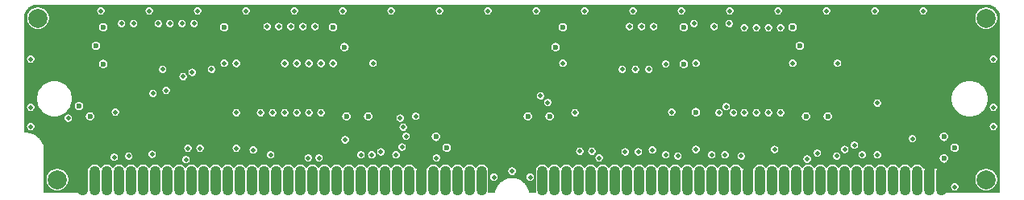
<source format=gbl>
G04 #@! TF.GenerationSoftware,KiCad,Pcbnew,(5.1.10-1-10_14)*
G04 #@! TF.CreationDate,2021-07-01T18:54:56-04:00*
G04 #@! TF.ProjectId,MacVRAMSIMM,4d616356-5241-44d5-9349-4d4d2e6b6963,1.0*
G04 #@! TF.SameCoordinates,Original*
G04 #@! TF.FileFunction,Copper,L4,Bot*
G04 #@! TF.FilePolarity,Positive*
%FSLAX46Y46*%
G04 Gerber Fmt 4.6, Leading zero omitted, Abs format (unit mm)*
G04 Created by KiCad (PCBNEW (5.1.10-1-10_14)) date 2021-07-01 18:54:56*
%MOMM*%
%LPD*%
G01*
G04 APERTURE LIST*
G04 #@! TA.AperFunction,ComponentPad*
%ADD10C,2.000000*%
G04 #@! TD*
G04 #@! TA.AperFunction,ViaPad*
%ADD11C,0.600000*%
G04 #@! TD*
G04 #@! TA.AperFunction,ViaPad*
%ADD12C,0.500000*%
G04 #@! TD*
G04 #@! TA.AperFunction,ViaPad*
%ADD13C,0.508000*%
G04 #@! TD*
G04 #@! TA.AperFunction,Conductor*
%ADD14C,1.000000*%
G04 #@! TD*
G04 #@! TA.AperFunction,Conductor*
%ADD15C,0.154000*%
G04 #@! TD*
G04 #@! TA.AperFunction,Conductor*
%ADD16C,0.100000*%
G04 #@! TD*
G04 APERTURE END LIST*
G04 #@! TA.AperFunction,ComponentPad*
G36*
G01*
X165214300Y-127218440D02*
X165214300Y-125003560D01*
G75*
G02*
X165630860Y-124587000I416560J0D01*
G01*
X165839140Y-124587000D01*
G75*
G02*
X166255700Y-125003560I0J-416560D01*
G01*
X166255700Y-127218440D01*
G75*
G02*
X165839140Y-127635000I-416560J0D01*
G01*
X165630860Y-127635000D01*
G75*
G02*
X165214300Y-127218440I0J416560D01*
G01*
G37*
G04 #@! TD.AperFunction*
G04 #@! TA.AperFunction,ComponentPad*
G36*
G01*
X163944300Y-127218440D02*
X163944300Y-125003560D01*
G75*
G02*
X164360860Y-124587000I416560J0D01*
G01*
X164569140Y-124587000D01*
G75*
G02*
X164985700Y-125003560I0J-416560D01*
G01*
X164985700Y-127218440D01*
G75*
G02*
X164569140Y-127635000I-416560J0D01*
G01*
X164360860Y-127635000D01*
G75*
G02*
X163944300Y-127218440I0J416560D01*
G01*
G37*
G04 #@! TD.AperFunction*
G04 #@! TA.AperFunction,ComponentPad*
G36*
G01*
X162674300Y-127218440D02*
X162674300Y-125003560D01*
G75*
G02*
X163090860Y-124587000I416560J0D01*
G01*
X163299140Y-124587000D01*
G75*
G02*
X163715700Y-125003560I0J-416560D01*
G01*
X163715700Y-127218440D01*
G75*
G02*
X163299140Y-127635000I-416560J0D01*
G01*
X163090860Y-127635000D01*
G75*
G02*
X162674300Y-127218440I0J416560D01*
G01*
G37*
G04 #@! TD.AperFunction*
G04 #@! TA.AperFunction,ComponentPad*
G36*
G01*
X161404300Y-127218440D02*
X161404300Y-125003560D01*
G75*
G02*
X161820860Y-124587000I416560J0D01*
G01*
X162029140Y-124587000D01*
G75*
G02*
X162445700Y-125003560I0J-416560D01*
G01*
X162445700Y-127218440D01*
G75*
G02*
X162029140Y-127635000I-416560J0D01*
G01*
X161820860Y-127635000D01*
G75*
G02*
X161404300Y-127218440I0J416560D01*
G01*
G37*
G04 #@! TD.AperFunction*
G04 #@! TA.AperFunction,ComponentPad*
G36*
G01*
X160134300Y-127218440D02*
X160134300Y-125003560D01*
G75*
G02*
X160550860Y-124587000I416560J0D01*
G01*
X160759140Y-124587000D01*
G75*
G02*
X161175700Y-125003560I0J-416560D01*
G01*
X161175700Y-127218440D01*
G75*
G02*
X160759140Y-127635000I-416560J0D01*
G01*
X160550860Y-127635000D01*
G75*
G02*
X160134300Y-127218440I0J416560D01*
G01*
G37*
G04 #@! TD.AperFunction*
G04 #@! TA.AperFunction,ComponentPad*
G36*
G01*
X158864300Y-127218440D02*
X158864300Y-125003560D01*
G75*
G02*
X159280860Y-124587000I416560J0D01*
G01*
X159489140Y-124587000D01*
G75*
G02*
X159905700Y-125003560I0J-416560D01*
G01*
X159905700Y-127218440D01*
G75*
G02*
X159489140Y-127635000I-416560J0D01*
G01*
X159280860Y-127635000D01*
G75*
G02*
X158864300Y-127218440I0J416560D01*
G01*
G37*
G04 #@! TD.AperFunction*
G04 #@! TA.AperFunction,ComponentPad*
G36*
G01*
X157594300Y-127218440D02*
X157594300Y-125003560D01*
G75*
G02*
X158010860Y-124587000I416560J0D01*
G01*
X158219140Y-124587000D01*
G75*
G02*
X158635700Y-125003560I0J-416560D01*
G01*
X158635700Y-127218440D01*
G75*
G02*
X158219140Y-127635000I-416560J0D01*
G01*
X158010860Y-127635000D01*
G75*
G02*
X157594300Y-127218440I0J416560D01*
G01*
G37*
G04 #@! TD.AperFunction*
G04 #@! TA.AperFunction,ComponentPad*
G36*
G01*
X156324300Y-127218440D02*
X156324300Y-125003560D01*
G75*
G02*
X156740860Y-124587000I416560J0D01*
G01*
X156949140Y-124587000D01*
G75*
G02*
X157365700Y-125003560I0J-416560D01*
G01*
X157365700Y-127218440D01*
G75*
G02*
X156949140Y-127635000I-416560J0D01*
G01*
X156740860Y-127635000D01*
G75*
G02*
X156324300Y-127218440I0J416560D01*
G01*
G37*
G04 #@! TD.AperFunction*
G04 #@! TA.AperFunction,ComponentPad*
G36*
G01*
X155054300Y-127218440D02*
X155054300Y-125003560D01*
G75*
G02*
X155470860Y-124587000I416560J0D01*
G01*
X155679140Y-124587000D01*
G75*
G02*
X156095700Y-125003560I0J-416560D01*
G01*
X156095700Y-127218440D01*
G75*
G02*
X155679140Y-127635000I-416560J0D01*
G01*
X155470860Y-127635000D01*
G75*
G02*
X155054300Y-127218440I0J416560D01*
G01*
G37*
G04 #@! TD.AperFunction*
G04 #@! TA.AperFunction,ComponentPad*
G36*
G01*
X153784300Y-127218440D02*
X153784300Y-125003560D01*
G75*
G02*
X154200860Y-124587000I416560J0D01*
G01*
X154409140Y-124587000D01*
G75*
G02*
X154825700Y-125003560I0J-416560D01*
G01*
X154825700Y-127218440D01*
G75*
G02*
X154409140Y-127635000I-416560J0D01*
G01*
X154200860Y-127635000D01*
G75*
G02*
X153784300Y-127218440I0J416560D01*
G01*
G37*
G04 #@! TD.AperFunction*
G04 #@! TA.AperFunction,ComponentPad*
G36*
G01*
X152514300Y-127218440D02*
X152514300Y-125003560D01*
G75*
G02*
X152930860Y-124587000I416560J0D01*
G01*
X153139140Y-124587000D01*
G75*
G02*
X153555700Y-125003560I0J-416560D01*
G01*
X153555700Y-127218440D01*
G75*
G02*
X153139140Y-127635000I-416560J0D01*
G01*
X152930860Y-127635000D01*
G75*
G02*
X152514300Y-127218440I0J416560D01*
G01*
G37*
G04 #@! TD.AperFunction*
G04 #@! TA.AperFunction,ComponentPad*
G36*
G01*
X151244300Y-127218440D02*
X151244300Y-125003560D01*
G75*
G02*
X151660860Y-124587000I416560J0D01*
G01*
X151869140Y-124587000D01*
G75*
G02*
X152285700Y-125003560I0J-416560D01*
G01*
X152285700Y-127218440D01*
G75*
G02*
X151869140Y-127635000I-416560J0D01*
G01*
X151660860Y-127635000D01*
G75*
G02*
X151244300Y-127218440I0J416560D01*
G01*
G37*
G04 #@! TD.AperFunction*
G04 #@! TA.AperFunction,ComponentPad*
G36*
G01*
X149974300Y-127218440D02*
X149974300Y-125003560D01*
G75*
G02*
X150390860Y-124587000I416560J0D01*
G01*
X150599140Y-124587000D01*
G75*
G02*
X151015700Y-125003560I0J-416560D01*
G01*
X151015700Y-127218440D01*
G75*
G02*
X150599140Y-127635000I-416560J0D01*
G01*
X150390860Y-127635000D01*
G75*
G02*
X149974300Y-127218440I0J416560D01*
G01*
G37*
G04 #@! TD.AperFunction*
G04 #@! TA.AperFunction,ComponentPad*
G36*
G01*
X148704300Y-127218440D02*
X148704300Y-125003560D01*
G75*
G02*
X149120860Y-124587000I416560J0D01*
G01*
X149329140Y-124587000D01*
G75*
G02*
X149745700Y-125003560I0J-416560D01*
G01*
X149745700Y-127218440D01*
G75*
G02*
X149329140Y-127635000I-416560J0D01*
G01*
X149120860Y-127635000D01*
G75*
G02*
X148704300Y-127218440I0J416560D01*
G01*
G37*
G04 #@! TD.AperFunction*
G04 #@! TA.AperFunction,ComponentPad*
G36*
G01*
X147434300Y-127218440D02*
X147434300Y-125003560D01*
G75*
G02*
X147850860Y-124587000I416560J0D01*
G01*
X148059140Y-124587000D01*
G75*
G02*
X148475700Y-125003560I0J-416560D01*
G01*
X148475700Y-127218440D01*
G75*
G02*
X148059140Y-127635000I-416560J0D01*
G01*
X147850860Y-127635000D01*
G75*
G02*
X147434300Y-127218440I0J416560D01*
G01*
G37*
G04 #@! TD.AperFunction*
G04 #@! TA.AperFunction,ComponentPad*
G36*
G01*
X146164300Y-127218440D02*
X146164300Y-125003560D01*
G75*
G02*
X146580860Y-124587000I416560J0D01*
G01*
X146789140Y-124587000D01*
G75*
G02*
X147205700Y-125003560I0J-416560D01*
G01*
X147205700Y-127218440D01*
G75*
G02*
X146789140Y-127635000I-416560J0D01*
G01*
X146580860Y-127635000D01*
G75*
G02*
X146164300Y-127218440I0J416560D01*
G01*
G37*
G04 #@! TD.AperFunction*
G04 #@! TA.AperFunction,ComponentPad*
G36*
G01*
X144894300Y-127218440D02*
X144894300Y-125003560D01*
G75*
G02*
X145310860Y-124587000I416560J0D01*
G01*
X145519140Y-124587000D01*
G75*
G02*
X145935700Y-125003560I0J-416560D01*
G01*
X145935700Y-127218440D01*
G75*
G02*
X145519140Y-127635000I-416560J0D01*
G01*
X145310860Y-127635000D01*
G75*
G02*
X144894300Y-127218440I0J416560D01*
G01*
G37*
G04 #@! TD.AperFunction*
G04 #@! TA.AperFunction,ComponentPad*
G36*
G01*
X143624300Y-127218440D02*
X143624300Y-125003560D01*
G75*
G02*
X144040860Y-124587000I416560J0D01*
G01*
X144249140Y-124587000D01*
G75*
G02*
X144665700Y-125003560I0J-416560D01*
G01*
X144665700Y-127218440D01*
G75*
G02*
X144249140Y-127635000I-416560J0D01*
G01*
X144040860Y-127635000D01*
G75*
G02*
X143624300Y-127218440I0J416560D01*
G01*
G37*
G04 #@! TD.AperFunction*
G04 #@! TA.AperFunction,ComponentPad*
G36*
G01*
X142354300Y-127218440D02*
X142354300Y-125003560D01*
G75*
G02*
X142770860Y-124587000I416560J0D01*
G01*
X142979140Y-124587000D01*
G75*
G02*
X143395700Y-125003560I0J-416560D01*
G01*
X143395700Y-127218440D01*
G75*
G02*
X142979140Y-127635000I-416560J0D01*
G01*
X142770860Y-127635000D01*
G75*
G02*
X142354300Y-127218440I0J416560D01*
G01*
G37*
G04 #@! TD.AperFunction*
G04 #@! TA.AperFunction,ComponentPad*
G36*
G01*
X141084300Y-127218440D02*
X141084300Y-125003560D01*
G75*
G02*
X141500860Y-124587000I416560J0D01*
G01*
X141709140Y-124587000D01*
G75*
G02*
X142125700Y-125003560I0J-416560D01*
G01*
X142125700Y-127218440D01*
G75*
G02*
X141709140Y-127635000I-416560J0D01*
G01*
X141500860Y-127635000D01*
G75*
G02*
X141084300Y-127218440I0J416560D01*
G01*
G37*
G04 #@! TD.AperFunction*
G04 #@! TA.AperFunction,ComponentPad*
G36*
G01*
X139814300Y-127218440D02*
X139814300Y-125003560D01*
G75*
G02*
X140230860Y-124587000I416560J0D01*
G01*
X140439140Y-124587000D01*
G75*
G02*
X140855700Y-125003560I0J-416560D01*
G01*
X140855700Y-127218440D01*
G75*
G02*
X140439140Y-127635000I-416560J0D01*
G01*
X140230860Y-127635000D01*
G75*
G02*
X139814300Y-127218440I0J416560D01*
G01*
G37*
G04 #@! TD.AperFunction*
G04 #@! TA.AperFunction,ComponentPad*
G36*
G01*
X138544300Y-127218440D02*
X138544300Y-125003560D01*
G75*
G02*
X138960860Y-124587000I416560J0D01*
G01*
X139169140Y-124587000D01*
G75*
G02*
X139585700Y-125003560I0J-416560D01*
G01*
X139585700Y-127218440D01*
G75*
G02*
X139169140Y-127635000I-416560J0D01*
G01*
X138960860Y-127635000D01*
G75*
G02*
X138544300Y-127218440I0J416560D01*
G01*
G37*
G04 #@! TD.AperFunction*
G04 #@! TA.AperFunction,ComponentPad*
G36*
G01*
X137274300Y-127218440D02*
X137274300Y-125003560D01*
G75*
G02*
X137690860Y-124587000I416560J0D01*
G01*
X137899140Y-124587000D01*
G75*
G02*
X138315700Y-125003560I0J-416560D01*
G01*
X138315700Y-127218440D01*
G75*
G02*
X137899140Y-127635000I-416560J0D01*
G01*
X137690860Y-127635000D01*
G75*
G02*
X137274300Y-127218440I0J416560D01*
G01*
G37*
G04 #@! TD.AperFunction*
G04 #@! TA.AperFunction,ComponentPad*
G36*
G01*
X136004300Y-127218440D02*
X136004300Y-125003560D01*
G75*
G02*
X136420860Y-124587000I416560J0D01*
G01*
X136629140Y-124587000D01*
G75*
G02*
X137045700Y-125003560I0J-416560D01*
G01*
X137045700Y-127218440D01*
G75*
G02*
X136629140Y-127635000I-416560J0D01*
G01*
X136420860Y-127635000D01*
G75*
G02*
X136004300Y-127218440I0J416560D01*
G01*
G37*
G04 #@! TD.AperFunction*
G04 #@! TA.AperFunction,ComponentPad*
G36*
G01*
X134734300Y-127218440D02*
X134734300Y-125003560D01*
G75*
G02*
X135150860Y-124587000I416560J0D01*
G01*
X135359140Y-124587000D01*
G75*
G02*
X135775700Y-125003560I0J-416560D01*
G01*
X135775700Y-127218440D01*
G75*
G02*
X135359140Y-127635000I-416560J0D01*
G01*
X135150860Y-127635000D01*
G75*
G02*
X134734300Y-127218440I0J416560D01*
G01*
G37*
G04 #@! TD.AperFunction*
G04 #@! TA.AperFunction,ComponentPad*
G36*
G01*
X133464300Y-127218440D02*
X133464300Y-125003560D01*
G75*
G02*
X133880860Y-124587000I416560J0D01*
G01*
X134089140Y-124587000D01*
G75*
G02*
X134505700Y-125003560I0J-416560D01*
G01*
X134505700Y-127218440D01*
G75*
G02*
X134089140Y-127635000I-416560J0D01*
G01*
X133880860Y-127635000D01*
G75*
G02*
X133464300Y-127218440I0J416560D01*
G01*
G37*
G04 #@! TD.AperFunction*
G04 #@! TA.AperFunction,ComponentPad*
G36*
G01*
X132194300Y-127218440D02*
X132194300Y-125003560D01*
G75*
G02*
X132610860Y-124587000I416560J0D01*
G01*
X132819140Y-124587000D01*
G75*
G02*
X133235700Y-125003560I0J-416560D01*
G01*
X133235700Y-127218440D01*
G75*
G02*
X132819140Y-127635000I-416560J0D01*
G01*
X132610860Y-127635000D01*
G75*
G02*
X132194300Y-127218440I0J416560D01*
G01*
G37*
G04 #@! TD.AperFunction*
G04 #@! TA.AperFunction,ComponentPad*
G36*
G01*
X130924300Y-127218440D02*
X130924300Y-125003560D01*
G75*
G02*
X131340860Y-124587000I416560J0D01*
G01*
X131549140Y-124587000D01*
G75*
G02*
X131965700Y-125003560I0J-416560D01*
G01*
X131965700Y-127218440D01*
G75*
G02*
X131549140Y-127635000I-416560J0D01*
G01*
X131340860Y-127635000D01*
G75*
G02*
X130924300Y-127218440I0J416560D01*
G01*
G37*
G04 #@! TD.AperFunction*
G04 #@! TA.AperFunction,ComponentPad*
G36*
G01*
X129654300Y-127218440D02*
X129654300Y-125003560D01*
G75*
G02*
X130070860Y-124587000I416560J0D01*
G01*
X130279140Y-124587000D01*
G75*
G02*
X130695700Y-125003560I0J-416560D01*
G01*
X130695700Y-127218440D01*
G75*
G02*
X130279140Y-127635000I-416560J0D01*
G01*
X130070860Y-127635000D01*
G75*
G02*
X129654300Y-127218440I0J416560D01*
G01*
G37*
G04 #@! TD.AperFunction*
G04 #@! TA.AperFunction,ComponentPad*
G36*
G01*
X128384300Y-127218440D02*
X128384300Y-125003560D01*
G75*
G02*
X128800860Y-124587000I416560J0D01*
G01*
X129009140Y-124587000D01*
G75*
G02*
X129425700Y-125003560I0J-416560D01*
G01*
X129425700Y-127218440D01*
G75*
G02*
X129009140Y-127635000I-416560J0D01*
G01*
X128800860Y-127635000D01*
G75*
G02*
X128384300Y-127218440I0J416560D01*
G01*
G37*
G04 #@! TD.AperFunction*
G04 #@! TA.AperFunction,ComponentPad*
G36*
G01*
X127114300Y-127218440D02*
X127114300Y-125003560D01*
G75*
G02*
X127530860Y-124587000I416560J0D01*
G01*
X127739140Y-124587000D01*
G75*
G02*
X128155700Y-125003560I0J-416560D01*
G01*
X128155700Y-127218440D01*
G75*
G02*
X127739140Y-127635000I-416560J0D01*
G01*
X127530860Y-127635000D01*
G75*
G02*
X127114300Y-127218440I0J416560D01*
G01*
G37*
G04 #@! TD.AperFunction*
G04 #@! TA.AperFunction,ComponentPad*
G36*
G01*
X125844300Y-127218440D02*
X125844300Y-125003560D01*
G75*
G02*
X126260860Y-124587000I416560J0D01*
G01*
X126469140Y-124587000D01*
G75*
G02*
X126885700Y-125003560I0J-416560D01*
G01*
X126885700Y-127218440D01*
G75*
G02*
X126469140Y-127635000I-416560J0D01*
G01*
X126260860Y-127635000D01*
G75*
G02*
X125844300Y-127218440I0J416560D01*
G01*
G37*
G04 #@! TD.AperFunction*
G04 #@! TA.AperFunction,ComponentPad*
G36*
G01*
X124574300Y-127218440D02*
X124574300Y-125003560D01*
G75*
G02*
X124990860Y-124587000I416560J0D01*
G01*
X125199140Y-124587000D01*
G75*
G02*
X125615700Y-125003560I0J-416560D01*
G01*
X125615700Y-127218440D01*
G75*
G02*
X125199140Y-127635000I-416560J0D01*
G01*
X124990860Y-127635000D01*
G75*
G02*
X124574300Y-127218440I0J416560D01*
G01*
G37*
G04 #@! TD.AperFunction*
G04 #@! TA.AperFunction,ComponentPad*
G36*
G01*
X123304300Y-127218440D02*
X123304300Y-125003560D01*
G75*
G02*
X123720860Y-124587000I416560J0D01*
G01*
X123929140Y-124587000D01*
G75*
G02*
X124345700Y-125003560I0J-416560D01*
G01*
X124345700Y-127218440D01*
G75*
G02*
X123929140Y-127635000I-416560J0D01*
G01*
X123720860Y-127635000D01*
G75*
G02*
X123304300Y-127218440I0J416560D01*
G01*
G37*
G04 #@! TD.AperFunction*
G04 #@! TA.AperFunction,ComponentPad*
G36*
G01*
X116954300Y-127218440D02*
X116954300Y-125003560D01*
G75*
G02*
X117370860Y-124587000I416560J0D01*
G01*
X117579140Y-124587000D01*
G75*
G02*
X117995700Y-125003560I0J-416560D01*
G01*
X117995700Y-127218440D01*
G75*
G02*
X117579140Y-127635000I-416560J0D01*
G01*
X117370860Y-127635000D01*
G75*
G02*
X116954300Y-127218440I0J416560D01*
G01*
G37*
G04 #@! TD.AperFunction*
G04 #@! TA.AperFunction,ComponentPad*
G36*
G01*
X115684300Y-127218440D02*
X115684300Y-125003560D01*
G75*
G02*
X116100860Y-124587000I416560J0D01*
G01*
X116309140Y-124587000D01*
G75*
G02*
X116725700Y-125003560I0J-416560D01*
G01*
X116725700Y-127218440D01*
G75*
G02*
X116309140Y-127635000I-416560J0D01*
G01*
X116100860Y-127635000D01*
G75*
G02*
X115684300Y-127218440I0J416560D01*
G01*
G37*
G04 #@! TD.AperFunction*
G04 #@! TA.AperFunction,ComponentPad*
G36*
G01*
X114414300Y-127218440D02*
X114414300Y-125003560D01*
G75*
G02*
X114830860Y-124587000I416560J0D01*
G01*
X115039140Y-124587000D01*
G75*
G02*
X115455700Y-125003560I0J-416560D01*
G01*
X115455700Y-127218440D01*
G75*
G02*
X115039140Y-127635000I-416560J0D01*
G01*
X114830860Y-127635000D01*
G75*
G02*
X114414300Y-127218440I0J416560D01*
G01*
G37*
G04 #@! TD.AperFunction*
G04 #@! TA.AperFunction,ComponentPad*
G36*
G01*
X113144300Y-127218440D02*
X113144300Y-125003560D01*
G75*
G02*
X113560860Y-124587000I416560J0D01*
G01*
X113769140Y-124587000D01*
G75*
G02*
X114185700Y-125003560I0J-416560D01*
G01*
X114185700Y-127218440D01*
G75*
G02*
X113769140Y-127635000I-416560J0D01*
G01*
X113560860Y-127635000D01*
G75*
G02*
X113144300Y-127218440I0J416560D01*
G01*
G37*
G04 #@! TD.AperFunction*
G04 #@! TA.AperFunction,ComponentPad*
G36*
G01*
X111874300Y-127218440D02*
X111874300Y-125003560D01*
G75*
G02*
X112290860Y-124587000I416560J0D01*
G01*
X112499140Y-124587000D01*
G75*
G02*
X112915700Y-125003560I0J-416560D01*
G01*
X112915700Y-127218440D01*
G75*
G02*
X112499140Y-127635000I-416560J0D01*
G01*
X112290860Y-127635000D01*
G75*
G02*
X111874300Y-127218440I0J416560D01*
G01*
G37*
G04 #@! TD.AperFunction*
G04 #@! TA.AperFunction,ComponentPad*
G36*
G01*
X110604300Y-127218440D02*
X110604300Y-125003560D01*
G75*
G02*
X111020860Y-124587000I416560J0D01*
G01*
X111229140Y-124587000D01*
G75*
G02*
X111645700Y-125003560I0J-416560D01*
G01*
X111645700Y-127218440D01*
G75*
G02*
X111229140Y-127635000I-416560J0D01*
G01*
X111020860Y-127635000D01*
G75*
G02*
X110604300Y-127218440I0J416560D01*
G01*
G37*
G04 #@! TD.AperFunction*
G04 #@! TA.AperFunction,ComponentPad*
G36*
G01*
X109334300Y-127218440D02*
X109334300Y-125003560D01*
G75*
G02*
X109750860Y-124587000I416560J0D01*
G01*
X109959140Y-124587000D01*
G75*
G02*
X110375700Y-125003560I0J-416560D01*
G01*
X110375700Y-127218440D01*
G75*
G02*
X109959140Y-127635000I-416560J0D01*
G01*
X109750860Y-127635000D01*
G75*
G02*
X109334300Y-127218440I0J416560D01*
G01*
G37*
G04 #@! TD.AperFunction*
G04 #@! TA.AperFunction,ComponentPad*
G36*
G01*
X108064300Y-127218440D02*
X108064300Y-125003560D01*
G75*
G02*
X108480860Y-124587000I416560J0D01*
G01*
X108689140Y-124587000D01*
G75*
G02*
X109105700Y-125003560I0J-416560D01*
G01*
X109105700Y-127218440D01*
G75*
G02*
X108689140Y-127635000I-416560J0D01*
G01*
X108480860Y-127635000D01*
G75*
G02*
X108064300Y-127218440I0J416560D01*
G01*
G37*
G04 #@! TD.AperFunction*
G04 #@! TA.AperFunction,ComponentPad*
G36*
G01*
X106794300Y-127218440D02*
X106794300Y-125003560D01*
G75*
G02*
X107210860Y-124587000I416560J0D01*
G01*
X107419140Y-124587000D01*
G75*
G02*
X107835700Y-125003560I0J-416560D01*
G01*
X107835700Y-127218440D01*
G75*
G02*
X107419140Y-127635000I-416560J0D01*
G01*
X107210860Y-127635000D01*
G75*
G02*
X106794300Y-127218440I0J416560D01*
G01*
G37*
G04 #@! TD.AperFunction*
G04 #@! TA.AperFunction,ComponentPad*
G36*
G01*
X105524300Y-127218440D02*
X105524300Y-125003560D01*
G75*
G02*
X105940860Y-124587000I416560J0D01*
G01*
X106149140Y-124587000D01*
G75*
G02*
X106565700Y-125003560I0J-416560D01*
G01*
X106565700Y-127218440D01*
G75*
G02*
X106149140Y-127635000I-416560J0D01*
G01*
X105940860Y-127635000D01*
G75*
G02*
X105524300Y-127218440I0J416560D01*
G01*
G37*
G04 #@! TD.AperFunction*
G04 #@! TA.AperFunction,ComponentPad*
G36*
G01*
X104254300Y-127218440D02*
X104254300Y-125003560D01*
G75*
G02*
X104670860Y-124587000I416560J0D01*
G01*
X104879140Y-124587000D01*
G75*
G02*
X105295700Y-125003560I0J-416560D01*
G01*
X105295700Y-127218440D01*
G75*
G02*
X104879140Y-127635000I-416560J0D01*
G01*
X104670860Y-127635000D01*
G75*
G02*
X104254300Y-127218440I0J416560D01*
G01*
G37*
G04 #@! TD.AperFunction*
G04 #@! TA.AperFunction,ComponentPad*
G36*
G01*
X102984300Y-127218440D02*
X102984300Y-125003560D01*
G75*
G02*
X103400860Y-124587000I416560J0D01*
G01*
X103609140Y-124587000D01*
G75*
G02*
X104025700Y-125003560I0J-416560D01*
G01*
X104025700Y-127218440D01*
G75*
G02*
X103609140Y-127635000I-416560J0D01*
G01*
X103400860Y-127635000D01*
G75*
G02*
X102984300Y-127218440I0J416560D01*
G01*
G37*
G04 #@! TD.AperFunction*
G04 #@! TA.AperFunction,ComponentPad*
G36*
G01*
X101714300Y-127218440D02*
X101714300Y-125003560D01*
G75*
G02*
X102130860Y-124587000I416560J0D01*
G01*
X102339140Y-124587000D01*
G75*
G02*
X102755700Y-125003560I0J-416560D01*
G01*
X102755700Y-127218440D01*
G75*
G02*
X102339140Y-127635000I-416560J0D01*
G01*
X102130860Y-127635000D01*
G75*
G02*
X101714300Y-127218440I0J416560D01*
G01*
G37*
G04 #@! TD.AperFunction*
G04 #@! TA.AperFunction,ComponentPad*
G36*
G01*
X100444300Y-127218440D02*
X100444300Y-125003560D01*
G75*
G02*
X100860860Y-124587000I416560J0D01*
G01*
X101069140Y-124587000D01*
G75*
G02*
X101485700Y-125003560I0J-416560D01*
G01*
X101485700Y-127218440D01*
G75*
G02*
X101069140Y-127635000I-416560J0D01*
G01*
X100860860Y-127635000D01*
G75*
G02*
X100444300Y-127218440I0J416560D01*
G01*
G37*
G04 #@! TD.AperFunction*
G04 #@! TA.AperFunction,ComponentPad*
G36*
G01*
X99174300Y-127218440D02*
X99174300Y-125003560D01*
G75*
G02*
X99590860Y-124587000I416560J0D01*
G01*
X99799140Y-124587000D01*
G75*
G02*
X100215700Y-125003560I0J-416560D01*
G01*
X100215700Y-127218440D01*
G75*
G02*
X99799140Y-127635000I-416560J0D01*
G01*
X99590860Y-127635000D01*
G75*
G02*
X99174300Y-127218440I0J416560D01*
G01*
G37*
G04 #@! TD.AperFunction*
G04 #@! TA.AperFunction,ComponentPad*
G36*
G01*
X97904300Y-127218440D02*
X97904300Y-125003560D01*
G75*
G02*
X98320860Y-124587000I416560J0D01*
G01*
X98529140Y-124587000D01*
G75*
G02*
X98945700Y-125003560I0J-416560D01*
G01*
X98945700Y-127218440D01*
G75*
G02*
X98529140Y-127635000I-416560J0D01*
G01*
X98320860Y-127635000D01*
G75*
G02*
X97904300Y-127218440I0J416560D01*
G01*
G37*
G04 #@! TD.AperFunction*
G04 #@! TA.AperFunction,ComponentPad*
G36*
G01*
X96634300Y-127218440D02*
X96634300Y-125003560D01*
G75*
G02*
X97050860Y-124587000I416560J0D01*
G01*
X97259140Y-124587000D01*
G75*
G02*
X97675700Y-125003560I0J-416560D01*
G01*
X97675700Y-127218440D01*
G75*
G02*
X97259140Y-127635000I-416560J0D01*
G01*
X97050860Y-127635000D01*
G75*
G02*
X96634300Y-127218440I0J416560D01*
G01*
G37*
G04 #@! TD.AperFunction*
G04 #@! TA.AperFunction,ComponentPad*
G36*
G01*
X95364300Y-127218440D02*
X95364300Y-125003560D01*
G75*
G02*
X95780860Y-124587000I416560J0D01*
G01*
X95989140Y-124587000D01*
G75*
G02*
X96405700Y-125003560I0J-416560D01*
G01*
X96405700Y-127218440D01*
G75*
G02*
X95989140Y-127635000I-416560J0D01*
G01*
X95780860Y-127635000D01*
G75*
G02*
X95364300Y-127218440I0J416560D01*
G01*
G37*
G04 #@! TD.AperFunction*
G04 #@! TA.AperFunction,ComponentPad*
G36*
G01*
X94094300Y-127218440D02*
X94094300Y-125003560D01*
G75*
G02*
X94510860Y-124587000I416560J0D01*
G01*
X94719140Y-124587000D01*
G75*
G02*
X95135700Y-125003560I0J-416560D01*
G01*
X95135700Y-127218440D01*
G75*
G02*
X94719140Y-127635000I-416560J0D01*
G01*
X94510860Y-127635000D01*
G75*
G02*
X94094300Y-127218440I0J416560D01*
G01*
G37*
G04 #@! TD.AperFunction*
G04 #@! TA.AperFunction,ComponentPad*
G36*
G01*
X92824300Y-127218440D02*
X92824300Y-125003560D01*
G75*
G02*
X93240860Y-124587000I416560J0D01*
G01*
X93449140Y-124587000D01*
G75*
G02*
X93865700Y-125003560I0J-416560D01*
G01*
X93865700Y-127218440D01*
G75*
G02*
X93449140Y-127635000I-416560J0D01*
G01*
X93240860Y-127635000D01*
G75*
G02*
X92824300Y-127218440I0J416560D01*
G01*
G37*
G04 #@! TD.AperFunction*
G04 #@! TA.AperFunction,ComponentPad*
G36*
G01*
X91554300Y-127218440D02*
X91554300Y-125003560D01*
G75*
G02*
X91970860Y-124587000I416560J0D01*
G01*
X92179140Y-124587000D01*
G75*
G02*
X92595700Y-125003560I0J-416560D01*
G01*
X92595700Y-127218440D01*
G75*
G02*
X92179140Y-127635000I-416560J0D01*
G01*
X91970860Y-127635000D01*
G75*
G02*
X91554300Y-127218440I0J416560D01*
G01*
G37*
G04 #@! TD.AperFunction*
G04 #@! TA.AperFunction,ComponentPad*
G36*
G01*
X90284300Y-127218440D02*
X90284300Y-125003560D01*
G75*
G02*
X90700860Y-124587000I416560J0D01*
G01*
X90909140Y-124587000D01*
G75*
G02*
X91325700Y-125003560I0J-416560D01*
G01*
X91325700Y-127218440D01*
G75*
G02*
X90909140Y-127635000I-416560J0D01*
G01*
X90700860Y-127635000D01*
G75*
G02*
X90284300Y-127218440I0J416560D01*
G01*
G37*
G04 #@! TD.AperFunction*
G04 #@! TA.AperFunction,ComponentPad*
G36*
G01*
X89014300Y-127218440D02*
X89014300Y-125003560D01*
G75*
G02*
X89430860Y-124587000I416560J0D01*
G01*
X89639140Y-124587000D01*
G75*
G02*
X90055700Y-125003560I0J-416560D01*
G01*
X90055700Y-127218440D01*
G75*
G02*
X89639140Y-127635000I-416560J0D01*
G01*
X89430860Y-127635000D01*
G75*
G02*
X89014300Y-127218440I0J416560D01*
G01*
G37*
G04 #@! TD.AperFunction*
G04 #@! TA.AperFunction,ComponentPad*
G36*
G01*
X87744300Y-127218440D02*
X87744300Y-125003560D01*
G75*
G02*
X88160860Y-124587000I416560J0D01*
G01*
X88369140Y-124587000D01*
G75*
G02*
X88785700Y-125003560I0J-416560D01*
G01*
X88785700Y-127218440D01*
G75*
G02*
X88369140Y-127635000I-416560J0D01*
G01*
X88160860Y-127635000D01*
G75*
G02*
X87744300Y-127218440I0J416560D01*
G01*
G37*
G04 #@! TD.AperFunction*
G04 #@! TA.AperFunction,ComponentPad*
G36*
G01*
X86474300Y-127218440D02*
X86474300Y-125003560D01*
G75*
G02*
X86890860Y-124587000I416560J0D01*
G01*
X87099140Y-124587000D01*
G75*
G02*
X87515700Y-125003560I0J-416560D01*
G01*
X87515700Y-127218440D01*
G75*
G02*
X87099140Y-127635000I-416560J0D01*
G01*
X86890860Y-127635000D01*
G75*
G02*
X86474300Y-127218440I0J416560D01*
G01*
G37*
G04 #@! TD.AperFunction*
G04 #@! TA.AperFunction,ComponentPad*
G36*
G01*
X85204300Y-127218440D02*
X85204300Y-125003560D01*
G75*
G02*
X85620860Y-124587000I416560J0D01*
G01*
X85829140Y-124587000D01*
G75*
G02*
X86245700Y-125003560I0J-416560D01*
G01*
X86245700Y-127218440D01*
G75*
G02*
X85829140Y-127635000I-416560J0D01*
G01*
X85620860Y-127635000D01*
G75*
G02*
X85204300Y-127218440I0J416560D01*
G01*
G37*
G04 #@! TD.AperFunction*
G04 #@! TA.AperFunction,ComponentPad*
G36*
G01*
X83934300Y-127218440D02*
X83934300Y-125003560D01*
G75*
G02*
X84350860Y-124587000I416560J0D01*
G01*
X84559140Y-124587000D01*
G75*
G02*
X84975700Y-125003560I0J-416560D01*
G01*
X84975700Y-127218440D01*
G75*
G02*
X84559140Y-127635000I-416560J0D01*
G01*
X84350860Y-127635000D01*
G75*
G02*
X83934300Y-127218440I0J416560D01*
G01*
G37*
G04 #@! TD.AperFunction*
G04 #@! TA.AperFunction,ComponentPad*
G36*
G01*
X82664300Y-127218440D02*
X82664300Y-125003560D01*
G75*
G02*
X83080860Y-124587000I416560J0D01*
G01*
X83289140Y-124587000D01*
G75*
G02*
X83705700Y-125003560I0J-416560D01*
G01*
X83705700Y-127218440D01*
G75*
G02*
X83289140Y-127635000I-416560J0D01*
G01*
X83080860Y-127635000D01*
G75*
G02*
X82664300Y-127218440I0J416560D01*
G01*
G37*
G04 #@! TD.AperFunction*
G04 #@! TA.AperFunction,ComponentPad*
G36*
G01*
X81394300Y-127218440D02*
X81394300Y-125003560D01*
G75*
G02*
X81810860Y-124587000I416560J0D01*
G01*
X82019140Y-124587000D01*
G75*
G02*
X82435700Y-125003560I0J-416560D01*
G01*
X82435700Y-127218440D01*
G75*
G02*
X82019140Y-127635000I-416560J0D01*
G01*
X81810860Y-127635000D01*
G75*
G02*
X81394300Y-127218440I0J416560D01*
G01*
G37*
G04 #@! TD.AperFunction*
G04 #@! TA.AperFunction,ComponentPad*
G36*
G01*
X80124300Y-127218440D02*
X80124300Y-125003560D01*
G75*
G02*
X80540860Y-124587000I416560J0D01*
G01*
X80749140Y-124587000D01*
G75*
G02*
X81165700Y-125003560I0J-416560D01*
G01*
X81165700Y-127218440D01*
G75*
G02*
X80749140Y-127635000I-416560J0D01*
G01*
X80540860Y-127635000D01*
G75*
G02*
X80124300Y-127218440I0J416560D01*
G01*
G37*
G04 #@! TD.AperFunction*
G04 #@! TA.AperFunction,ComponentPad*
G36*
G01*
X78854300Y-127218440D02*
X78854300Y-125003560D01*
G75*
G02*
X79270860Y-124587000I416560J0D01*
G01*
X79479140Y-124587000D01*
G75*
G02*
X79895700Y-125003560I0J-416560D01*
G01*
X79895700Y-127218440D01*
G75*
G02*
X79479140Y-127635000I-416560J0D01*
G01*
X79270860Y-127635000D01*
G75*
G02*
X78854300Y-127218440I0J416560D01*
G01*
G37*
G04 #@! TD.AperFunction*
G04 #@! TA.AperFunction,ComponentPad*
G36*
G01*
X77584300Y-127218440D02*
X77584300Y-125003560D01*
G75*
G02*
X78000860Y-124587000I416560J0D01*
G01*
X78209140Y-124587000D01*
G75*
G02*
X78625700Y-125003560I0J-416560D01*
G01*
X78625700Y-127218440D01*
G75*
G02*
X78209140Y-127635000I-416560J0D01*
G01*
X78000860Y-127635000D01*
G75*
G02*
X77584300Y-127218440I0J416560D01*
G01*
G37*
G04 #@! TD.AperFunction*
G04 #@! TA.AperFunction,ComponentPad*
G36*
G01*
X76314300Y-127218440D02*
X76314300Y-125003560D01*
G75*
G02*
X76730860Y-124587000I416560J0D01*
G01*
X76939140Y-124587000D01*
G75*
G02*
X77355700Y-125003560I0J-416560D01*
G01*
X77355700Y-127218440D01*
G75*
G02*
X76939140Y-127635000I-416560J0D01*
G01*
X76730860Y-127635000D01*
G75*
G02*
X76314300Y-127218440I0J416560D01*
G01*
G37*
G04 #@! TD.AperFunction*
G04 #@! TA.AperFunction,ComponentPad*
G36*
G01*
X75044300Y-127218440D02*
X75044300Y-125003560D01*
G75*
G02*
X75460860Y-124587000I416560J0D01*
G01*
X75669140Y-124587000D01*
G75*
G02*
X76085700Y-125003560I0J-416560D01*
G01*
X76085700Y-127218440D01*
G75*
G02*
X75669140Y-127635000I-416560J0D01*
G01*
X75460860Y-127635000D01*
G75*
G02*
X75044300Y-127218440I0J416560D01*
G01*
G37*
G04 #@! TD.AperFunction*
D10*
X72898000Y-125984000D03*
X170434000Y-125984000D03*
X70866000Y-108966000D03*
X170434000Y-108966000D03*
D11*
X102616000Y-120777000D03*
X76962000Y-120777000D03*
X77724000Y-118872000D03*
X77724000Y-122745500D03*
X74041000Y-120713500D03*
X75184000Y-121793000D03*
X105537000Y-120713500D03*
X125984000Y-118872000D03*
X150114000Y-118872000D03*
X150876000Y-120777000D03*
X125222000Y-120777000D03*
D12*
X101854000Y-118935500D03*
X153733500Y-120713500D03*
X115570000Y-108204000D03*
X100330000Y-108204000D03*
X80010000Y-108204000D03*
X125730000Y-108204000D03*
X135890000Y-108204000D03*
X161290000Y-108204000D03*
X140970000Y-108204000D03*
X95250000Y-108204000D03*
X130810000Y-108204000D03*
X151130000Y-108204000D03*
X105410000Y-108204000D03*
X120650000Y-108204000D03*
X156210000Y-108204000D03*
X166370000Y-108204000D03*
X90170000Y-108204000D03*
X146050000Y-108204000D03*
X85090000Y-108204000D03*
X110490000Y-108204000D03*
X74930000Y-108204000D03*
X171196000Y-110744000D03*
X171196000Y-115824000D03*
X70104000Y-115824000D03*
X70104000Y-110744000D03*
X171196000Y-121920000D03*
X72136000Y-121920000D03*
X168910000Y-126746000D03*
X119443500Y-124777500D03*
X121856500Y-124777500D03*
D11*
X150114000Y-122745500D03*
X122301000Y-120777000D03*
X111315500Y-121475500D03*
X164655500Y-121475500D03*
D12*
X110236000Y-122618500D03*
X86614000Y-122682000D03*
X87884000Y-122682000D03*
D13*
X120650000Y-125095000D03*
X118745000Y-125730000D03*
X122555000Y-125730000D03*
D11*
X77724000Y-109918500D03*
X77724000Y-113792000D03*
X101854000Y-109918500D03*
X76962000Y-111887000D03*
X90424000Y-109918500D03*
X76327000Y-119316500D03*
X75184000Y-118237000D03*
X105537000Y-119316500D03*
X103251000Y-119316500D03*
X150876000Y-111887000D03*
X139954000Y-118872000D03*
X150114000Y-109918500D03*
X125984000Y-109918500D03*
X138684000Y-109918500D03*
X138684000Y-113792000D03*
X124587000Y-119316500D03*
X151511000Y-119316500D03*
X153797000Y-119316500D03*
D12*
X91694000Y-122682000D03*
X91694000Y-118935500D03*
X101854000Y-113741200D03*
X150114000Y-113728500D03*
X125984000Y-113728500D03*
X139954000Y-122809000D03*
D11*
X139954000Y-118872000D03*
D12*
X134239000Y-109855000D03*
X132969000Y-109855000D03*
X135509000Y-109855000D03*
X90424000Y-113728500D03*
D11*
X122301000Y-119316500D03*
D12*
X83947000Y-114363500D03*
X151638000Y-123825000D03*
X136779000Y-123380500D03*
X141605000Y-123380500D03*
X143002000Y-123380500D03*
X144716500Y-123507500D03*
X127762000Y-122999500D03*
X129032000Y-122999500D03*
X129794000Y-123698000D03*
X132524500Y-123063000D03*
X135382000Y-122872500D03*
X133921500Y-123063000D03*
X138049000Y-123507500D03*
X136779000Y-113792000D03*
X95313500Y-123380500D03*
X82867500Y-123317000D03*
X78867000Y-123634500D03*
X80391000Y-123507500D03*
X86423500Y-123888500D03*
X84328000Y-116586000D03*
X82931000Y-116903500D03*
X93472000Y-122872500D03*
X77470000Y-108204000D03*
X123190000Y-108204000D03*
X118110000Y-108204000D03*
X113030000Y-108204000D03*
X107950000Y-108204000D03*
X102870000Y-108204000D03*
X97790000Y-108204000D03*
X92710000Y-108204000D03*
X87630000Y-108204000D03*
X82550000Y-108204000D03*
X163830000Y-108204000D03*
X148590000Y-108204000D03*
X128270000Y-108204000D03*
X143510000Y-108204000D03*
X153670000Y-108204000D03*
X138430000Y-108204000D03*
X133350000Y-108204000D03*
X158750000Y-108204000D03*
X171196000Y-113284000D03*
X70104000Y-113284000D03*
X70104000Y-118364000D03*
X70104000Y-120396000D03*
X171196000Y-120396000D03*
X171196000Y-118364000D03*
X167132000Y-126746000D03*
X89090500Y-114363500D03*
X79629000Y-109537500D03*
X83502500Y-109537500D03*
X87058500Y-114681000D03*
X86106000Y-115125500D03*
X74041000Y-119507000D03*
X96139000Y-109855000D03*
X97409000Y-109855000D03*
X98679000Y-109855000D03*
X99949000Y-109855000D03*
X94932500Y-109855000D03*
X84709000Y-109537500D03*
X85979000Y-109537500D03*
X87249000Y-109537500D03*
X80899000Y-109537500D03*
X143446500Y-109537500D03*
X141859000Y-109855000D03*
X132207000Y-114363500D03*
X148209000Y-122809000D03*
X135001000Y-114363500D03*
X155575000Y-122809000D03*
X157416500Y-123380500D03*
X104775000Y-123380500D03*
X133604000Y-114363500D03*
D11*
X112649000Y-121475500D03*
X113792000Y-122618500D03*
X165989000Y-121475500D03*
X167132000Y-122618500D03*
D12*
X139763500Y-109537500D03*
X106045000Y-113728500D03*
X110553500Y-119316500D03*
X159004000Y-117919500D03*
X154813000Y-113728500D03*
X162687000Y-121666000D03*
X159004000Y-123380500D03*
X108458000Y-123380500D03*
D11*
X165989000Y-123761500D03*
D12*
X112712500Y-123698000D03*
D11*
X103060500Y-112014000D03*
X125222000Y-112014000D03*
D12*
X106870500Y-123063000D03*
X105918000Y-123380500D03*
X96774000Y-113741200D03*
X145034000Y-109982000D03*
X108902500Y-119507000D03*
X98044000Y-113741200D03*
X146304000Y-109982000D03*
X109220000Y-120459500D03*
X99314000Y-113741200D03*
X147574000Y-109982000D03*
X109537500Y-121412000D03*
X100584000Y-113741200D03*
X148844000Y-109982000D03*
X109093000Y-122555000D03*
X100584000Y-118935500D03*
X148844000Y-118935500D03*
X123634500Y-117157500D03*
X99314000Y-118935500D03*
X147574000Y-118935500D03*
X124396500Y-117856000D03*
X98044000Y-118935500D03*
X146304000Y-118935500D03*
X96774000Y-118935500D03*
X145034000Y-118935500D03*
X137414000Y-118872000D03*
X143129000Y-118300500D03*
X156591000Y-122364500D03*
X154749500Y-123507500D03*
X95504000Y-118935500D03*
X143891000Y-118935500D03*
X152717500Y-123190000D03*
X78994000Y-118872000D03*
X127254000Y-118935500D03*
X100393500Y-123698000D03*
X99250500Y-123698000D03*
X103124000Y-121793000D03*
X94234000Y-118935500D03*
X142367000Y-118935500D03*
X91694000Y-113741200D03*
X139954000Y-113728500D03*
D14*
X111125000Y-125095000D02*
X111125000Y-124396500D01*
X145415000Y-125095000D02*
X145415000Y-124396500D01*
X164465000Y-125095000D02*
X164465000Y-124396500D01*
X75565000Y-125095000D02*
X75565000Y-124396500D01*
D15*
X170797293Y-107645636D02*
X171024586Y-107714261D01*
X171234219Y-107825724D01*
X171418213Y-107975785D01*
X171569552Y-108158725D01*
X171682477Y-108367577D01*
X171752685Y-108594381D01*
X171779001Y-108844757D01*
X171779000Y-127329000D01*
X165812000Y-127329000D01*
X165812000Y-126698626D01*
X166651000Y-126698626D01*
X166651000Y-126793374D01*
X166669485Y-126886302D01*
X166705744Y-126973839D01*
X166758383Y-127052619D01*
X166825381Y-127119617D01*
X166904161Y-127172256D01*
X166991698Y-127208515D01*
X167084626Y-127227000D01*
X167179374Y-127227000D01*
X167272302Y-127208515D01*
X167359839Y-127172256D01*
X167438619Y-127119617D01*
X167505617Y-127052619D01*
X167558256Y-126973839D01*
X167594515Y-126886302D01*
X167613000Y-126793374D01*
X167613000Y-126698626D01*
X167594515Y-126605698D01*
X167558256Y-126518161D01*
X167505617Y-126439381D01*
X167438619Y-126372383D01*
X167359839Y-126319744D01*
X167272302Y-126283485D01*
X167179374Y-126265000D01*
X167084626Y-126265000D01*
X166991698Y-126283485D01*
X166904161Y-126319744D01*
X166825381Y-126372383D01*
X166758383Y-126439381D01*
X166705744Y-126518161D01*
X166669485Y-126605698D01*
X166651000Y-126698626D01*
X165812000Y-126698626D01*
X165812000Y-125862757D01*
X169203000Y-125862757D01*
X169203000Y-126105243D01*
X169250307Y-126343069D01*
X169343102Y-126567097D01*
X169477820Y-126768717D01*
X169649283Y-126940180D01*
X169850903Y-127074898D01*
X170074931Y-127167693D01*
X170312757Y-127215000D01*
X170555243Y-127215000D01*
X170793069Y-127167693D01*
X171017097Y-127074898D01*
X171218717Y-126940180D01*
X171390180Y-126768717D01*
X171524898Y-126567097D01*
X171617693Y-126343069D01*
X171665000Y-126105243D01*
X171665000Y-125862757D01*
X171617693Y-125624931D01*
X171524898Y-125400903D01*
X171390180Y-125199283D01*
X171218717Y-125027820D01*
X171017097Y-124893102D01*
X170793069Y-124800307D01*
X170555243Y-124753000D01*
X170312757Y-124753000D01*
X170074931Y-124800307D01*
X169850903Y-124893102D01*
X169649283Y-125027820D01*
X169477820Y-125199283D01*
X169343102Y-125400903D01*
X169250307Y-125624931D01*
X169203000Y-125862757D01*
X165812000Y-125862757D01*
X165812000Y-124841000D01*
X165810520Y-124825978D01*
X165806139Y-124811533D01*
X165799023Y-124798221D01*
X165789447Y-124786553D01*
X165777779Y-124776977D01*
X165764467Y-124769861D01*
X165750022Y-124765480D01*
X165735000Y-124764000D01*
X163901071Y-124764000D01*
X163898439Y-124755322D01*
X163838495Y-124643174D01*
X163757824Y-124544876D01*
X163659526Y-124464205D01*
X163547378Y-124404261D01*
X163425691Y-124367347D01*
X163299140Y-124354883D01*
X163090860Y-124354883D01*
X162964309Y-124367347D01*
X162842622Y-124404261D01*
X162730474Y-124464205D01*
X162632176Y-124544876D01*
X162560000Y-124632823D01*
X162487824Y-124544876D01*
X162389526Y-124464205D01*
X162277378Y-124404261D01*
X162155691Y-124367347D01*
X162029140Y-124354883D01*
X161820860Y-124354883D01*
X161694309Y-124367347D01*
X161572622Y-124404261D01*
X161460474Y-124464205D01*
X161362176Y-124544876D01*
X161290000Y-124632823D01*
X161217824Y-124544876D01*
X161119526Y-124464205D01*
X161007378Y-124404261D01*
X160885691Y-124367347D01*
X160759140Y-124354883D01*
X160550860Y-124354883D01*
X160424309Y-124367347D01*
X160302622Y-124404261D01*
X160190474Y-124464205D01*
X160092176Y-124544876D01*
X160020000Y-124632823D01*
X159947824Y-124544876D01*
X159849526Y-124464205D01*
X159737378Y-124404261D01*
X159615691Y-124367347D01*
X159489140Y-124354883D01*
X159280860Y-124354883D01*
X159154309Y-124367347D01*
X159032622Y-124404261D01*
X158920474Y-124464205D01*
X158822176Y-124544876D01*
X158750000Y-124632823D01*
X158677824Y-124544876D01*
X158579526Y-124464205D01*
X158467378Y-124404261D01*
X158345691Y-124367347D01*
X158219140Y-124354883D01*
X158010860Y-124354883D01*
X157884309Y-124367347D01*
X157762622Y-124404261D01*
X157650474Y-124464205D01*
X157552176Y-124544876D01*
X157480000Y-124632823D01*
X157407824Y-124544876D01*
X157309526Y-124464205D01*
X157197378Y-124404261D01*
X157075691Y-124367347D01*
X156949140Y-124354883D01*
X156740860Y-124354883D01*
X156614309Y-124367347D01*
X156492622Y-124404261D01*
X156380474Y-124464205D01*
X156282176Y-124544876D01*
X156210000Y-124632823D01*
X156137824Y-124544876D01*
X156039526Y-124464205D01*
X155927378Y-124404261D01*
X155805691Y-124367347D01*
X155679140Y-124354883D01*
X155470860Y-124354883D01*
X155344309Y-124367347D01*
X155222622Y-124404261D01*
X155110474Y-124464205D01*
X155012176Y-124544876D01*
X154940000Y-124632823D01*
X154867824Y-124544876D01*
X154769526Y-124464205D01*
X154657378Y-124404261D01*
X154535691Y-124367347D01*
X154409140Y-124354883D01*
X154200860Y-124354883D01*
X154074309Y-124367347D01*
X153952622Y-124404261D01*
X153840474Y-124464205D01*
X153742176Y-124544876D01*
X153670000Y-124632823D01*
X153597824Y-124544876D01*
X153499526Y-124464205D01*
X153387378Y-124404261D01*
X153265691Y-124367347D01*
X153139140Y-124354883D01*
X152930860Y-124354883D01*
X152804309Y-124367347D01*
X152682622Y-124404261D01*
X152570474Y-124464205D01*
X152472176Y-124544876D01*
X152400000Y-124632823D01*
X152327824Y-124544876D01*
X152229526Y-124464205D01*
X152117378Y-124404261D01*
X151995691Y-124367347D01*
X151869140Y-124354883D01*
X151660860Y-124354883D01*
X151534309Y-124367347D01*
X151412622Y-124404261D01*
X151300474Y-124464205D01*
X151202176Y-124544876D01*
X151130000Y-124632823D01*
X151057824Y-124544876D01*
X150959526Y-124464205D01*
X150847378Y-124404261D01*
X150725691Y-124367347D01*
X150599140Y-124354883D01*
X150390860Y-124354883D01*
X150264309Y-124367347D01*
X150142622Y-124404261D01*
X150030474Y-124464205D01*
X149932176Y-124544876D01*
X149860000Y-124632823D01*
X149787824Y-124544876D01*
X149689526Y-124464205D01*
X149577378Y-124404261D01*
X149455691Y-124367347D01*
X149329140Y-124354883D01*
X149120860Y-124354883D01*
X148994309Y-124367347D01*
X148872622Y-124404261D01*
X148760474Y-124464205D01*
X148662176Y-124544876D01*
X148590000Y-124632823D01*
X148517824Y-124544876D01*
X148419526Y-124464205D01*
X148307378Y-124404261D01*
X148185691Y-124367347D01*
X148059140Y-124354883D01*
X147850860Y-124354883D01*
X147724309Y-124367347D01*
X147602622Y-124404261D01*
X147490474Y-124464205D01*
X147392176Y-124544876D01*
X147320000Y-124632823D01*
X147247824Y-124544876D01*
X147149526Y-124464205D01*
X147037378Y-124404261D01*
X146915691Y-124367347D01*
X146789140Y-124354883D01*
X146580860Y-124354883D01*
X146454309Y-124367347D01*
X146332622Y-124404261D01*
X146220474Y-124464205D01*
X146122176Y-124544876D01*
X146041505Y-124643174D01*
X145981561Y-124755322D01*
X145978929Y-124764000D01*
X144851071Y-124764000D01*
X144848439Y-124755322D01*
X144788495Y-124643174D01*
X144707824Y-124544876D01*
X144609526Y-124464205D01*
X144497378Y-124404261D01*
X144375691Y-124367347D01*
X144249140Y-124354883D01*
X144040860Y-124354883D01*
X143914309Y-124367347D01*
X143792622Y-124404261D01*
X143680474Y-124464205D01*
X143582176Y-124544876D01*
X143510000Y-124632823D01*
X143437824Y-124544876D01*
X143339526Y-124464205D01*
X143227378Y-124404261D01*
X143105691Y-124367347D01*
X142979140Y-124354883D01*
X142770860Y-124354883D01*
X142644309Y-124367347D01*
X142522622Y-124404261D01*
X142410474Y-124464205D01*
X142312176Y-124544876D01*
X142240000Y-124632823D01*
X142167824Y-124544876D01*
X142069526Y-124464205D01*
X141957378Y-124404261D01*
X141835691Y-124367347D01*
X141709140Y-124354883D01*
X141500860Y-124354883D01*
X141374309Y-124367347D01*
X141252622Y-124404261D01*
X141140474Y-124464205D01*
X141042176Y-124544876D01*
X140970000Y-124632823D01*
X140897824Y-124544876D01*
X140799526Y-124464205D01*
X140687378Y-124404261D01*
X140565691Y-124367347D01*
X140439140Y-124354883D01*
X140230860Y-124354883D01*
X140104309Y-124367347D01*
X139982622Y-124404261D01*
X139870474Y-124464205D01*
X139772176Y-124544876D01*
X139700000Y-124632823D01*
X139627824Y-124544876D01*
X139529526Y-124464205D01*
X139417378Y-124404261D01*
X139295691Y-124367347D01*
X139169140Y-124354883D01*
X138960860Y-124354883D01*
X138834309Y-124367347D01*
X138712622Y-124404261D01*
X138600474Y-124464205D01*
X138502176Y-124544876D01*
X138430000Y-124632823D01*
X138357824Y-124544876D01*
X138259526Y-124464205D01*
X138147378Y-124404261D01*
X138025691Y-124367347D01*
X137899140Y-124354883D01*
X137690860Y-124354883D01*
X137564309Y-124367347D01*
X137442622Y-124404261D01*
X137330474Y-124464205D01*
X137232176Y-124544876D01*
X137160000Y-124632823D01*
X137087824Y-124544876D01*
X136989526Y-124464205D01*
X136877378Y-124404261D01*
X136755691Y-124367347D01*
X136629140Y-124354883D01*
X136420860Y-124354883D01*
X136294309Y-124367347D01*
X136172622Y-124404261D01*
X136060474Y-124464205D01*
X135962176Y-124544876D01*
X135890000Y-124632823D01*
X135817824Y-124544876D01*
X135719526Y-124464205D01*
X135607378Y-124404261D01*
X135485691Y-124367347D01*
X135359140Y-124354883D01*
X135150860Y-124354883D01*
X135024309Y-124367347D01*
X134902622Y-124404261D01*
X134790474Y-124464205D01*
X134692176Y-124544876D01*
X134620000Y-124632823D01*
X134547824Y-124544876D01*
X134449526Y-124464205D01*
X134337378Y-124404261D01*
X134215691Y-124367347D01*
X134089140Y-124354883D01*
X133880860Y-124354883D01*
X133754309Y-124367347D01*
X133632622Y-124404261D01*
X133520474Y-124464205D01*
X133422176Y-124544876D01*
X133350000Y-124632823D01*
X133277824Y-124544876D01*
X133179526Y-124464205D01*
X133067378Y-124404261D01*
X132945691Y-124367347D01*
X132819140Y-124354883D01*
X132610860Y-124354883D01*
X132484309Y-124367347D01*
X132362622Y-124404261D01*
X132250474Y-124464205D01*
X132152176Y-124544876D01*
X132080000Y-124632823D01*
X132007824Y-124544876D01*
X131909526Y-124464205D01*
X131797378Y-124404261D01*
X131675691Y-124367347D01*
X131549140Y-124354883D01*
X131340860Y-124354883D01*
X131214309Y-124367347D01*
X131092622Y-124404261D01*
X130980474Y-124464205D01*
X130882176Y-124544876D01*
X130810000Y-124632823D01*
X130737824Y-124544876D01*
X130639526Y-124464205D01*
X130527378Y-124404261D01*
X130405691Y-124367347D01*
X130279140Y-124354883D01*
X130070860Y-124354883D01*
X129944309Y-124367347D01*
X129822622Y-124404261D01*
X129710474Y-124464205D01*
X129612176Y-124544876D01*
X129540000Y-124632823D01*
X129467824Y-124544876D01*
X129369526Y-124464205D01*
X129257378Y-124404261D01*
X129135691Y-124367347D01*
X129009140Y-124354883D01*
X128800860Y-124354883D01*
X128674309Y-124367347D01*
X128552622Y-124404261D01*
X128440474Y-124464205D01*
X128342176Y-124544876D01*
X128270000Y-124632823D01*
X128197824Y-124544876D01*
X128099526Y-124464205D01*
X127987378Y-124404261D01*
X127865691Y-124367347D01*
X127739140Y-124354883D01*
X127530860Y-124354883D01*
X127404309Y-124367347D01*
X127282622Y-124404261D01*
X127170474Y-124464205D01*
X127072176Y-124544876D01*
X127000000Y-124632823D01*
X126927824Y-124544876D01*
X126829526Y-124464205D01*
X126717378Y-124404261D01*
X126595691Y-124367347D01*
X126469140Y-124354883D01*
X126260860Y-124354883D01*
X126134309Y-124367347D01*
X126012622Y-124404261D01*
X125900474Y-124464205D01*
X125802176Y-124544876D01*
X125730000Y-124632823D01*
X125657824Y-124544876D01*
X125559526Y-124464205D01*
X125447378Y-124404261D01*
X125325691Y-124367347D01*
X125199140Y-124354883D01*
X124990860Y-124354883D01*
X124864309Y-124367347D01*
X124742622Y-124404261D01*
X124630474Y-124464205D01*
X124532176Y-124544876D01*
X124460000Y-124632823D01*
X124387824Y-124544876D01*
X124289526Y-124464205D01*
X124177378Y-124404261D01*
X124055691Y-124367347D01*
X123929140Y-124354883D01*
X123720860Y-124354883D01*
X123594309Y-124367347D01*
X123472622Y-124404261D01*
X123360474Y-124464205D01*
X123262176Y-124544876D01*
X123181505Y-124643174D01*
X123121561Y-124755322D01*
X123084647Y-124877009D01*
X123072183Y-125003560D01*
X123072183Y-127218440D01*
X123083072Y-127329000D01*
X122513427Y-127329000D01*
X122506902Y-127270830D01*
X122501142Y-127243731D01*
X122495749Y-127216496D01*
X122494485Y-127212415D01*
X122400803Y-126917092D01*
X122389889Y-126891629D01*
X122379309Y-126865959D01*
X122377277Y-126862201D01*
X122228018Y-126590699D01*
X122212365Y-126567838D01*
X122197000Y-126544713D01*
X122194277Y-126541422D01*
X121995126Y-126304082D01*
X121975291Y-126284658D01*
X121955767Y-126264998D01*
X121952457Y-126262298D01*
X121710998Y-126068160D01*
X121687812Y-126052988D01*
X121664797Y-126037464D01*
X121661025Y-126035459D01*
X121386456Y-125891918D01*
X121360765Y-125881538D01*
X121335175Y-125870781D01*
X121331085Y-125869546D01*
X121033865Y-125782069D01*
X121006634Y-125776875D01*
X120979453Y-125771295D01*
X120975201Y-125770878D01*
X120666650Y-125742798D01*
X120638878Y-125742992D01*
X120611183Y-125742799D01*
X120606932Y-125743215D01*
X120298804Y-125775600D01*
X120271649Y-125781174D01*
X120244392Y-125786374D01*
X120240302Y-125787609D01*
X119944332Y-125879227D01*
X119918779Y-125889969D01*
X119893050Y-125900364D01*
X119889278Y-125902370D01*
X119616740Y-126049731D01*
X119593740Y-126065245D01*
X119570541Y-126080426D01*
X119567230Y-126083125D01*
X119328505Y-126280616D01*
X119308997Y-126300260D01*
X119289145Y-126319701D01*
X119286422Y-126322993D01*
X119090604Y-126563091D01*
X119075250Y-126586202D01*
X119059588Y-126609075D01*
X119057556Y-126612832D01*
X118912101Y-126886392D01*
X118901524Y-126912053D01*
X118890606Y-126937527D01*
X118889343Y-126941608D01*
X118799794Y-127238210D01*
X118794411Y-127265399D01*
X118788641Y-127292543D01*
X118788194Y-127296792D01*
X118785036Y-127329000D01*
X118216928Y-127329000D01*
X118227817Y-127218440D01*
X118227817Y-125682232D01*
X118260000Y-125682232D01*
X118260000Y-125777768D01*
X118278638Y-125871469D01*
X118315198Y-125959734D01*
X118368276Y-126039170D01*
X118435830Y-126106724D01*
X118515266Y-126159802D01*
X118603531Y-126196362D01*
X118697232Y-126215000D01*
X118792768Y-126215000D01*
X118886469Y-126196362D01*
X118974734Y-126159802D01*
X119054170Y-126106724D01*
X119121724Y-126039170D01*
X119174802Y-125959734D01*
X119211362Y-125871469D01*
X119230000Y-125777768D01*
X119230000Y-125682232D01*
X122070000Y-125682232D01*
X122070000Y-125777768D01*
X122088638Y-125871469D01*
X122125198Y-125959734D01*
X122178276Y-126039170D01*
X122245830Y-126106724D01*
X122325266Y-126159802D01*
X122413531Y-126196362D01*
X122507232Y-126215000D01*
X122602768Y-126215000D01*
X122696469Y-126196362D01*
X122784734Y-126159802D01*
X122864170Y-126106724D01*
X122931724Y-126039170D01*
X122984802Y-125959734D01*
X123021362Y-125871469D01*
X123040000Y-125777768D01*
X123040000Y-125682232D01*
X123021362Y-125588531D01*
X122984802Y-125500266D01*
X122931724Y-125420830D01*
X122864170Y-125353276D01*
X122784734Y-125300198D01*
X122696469Y-125263638D01*
X122602768Y-125245000D01*
X122507232Y-125245000D01*
X122413531Y-125263638D01*
X122325266Y-125300198D01*
X122245830Y-125353276D01*
X122178276Y-125420830D01*
X122125198Y-125500266D01*
X122088638Y-125588531D01*
X122070000Y-125682232D01*
X119230000Y-125682232D01*
X119211362Y-125588531D01*
X119174802Y-125500266D01*
X119121724Y-125420830D01*
X119054170Y-125353276D01*
X118974734Y-125300198D01*
X118886469Y-125263638D01*
X118792768Y-125245000D01*
X118697232Y-125245000D01*
X118603531Y-125263638D01*
X118515266Y-125300198D01*
X118435830Y-125353276D01*
X118368276Y-125420830D01*
X118315198Y-125500266D01*
X118278638Y-125588531D01*
X118260000Y-125682232D01*
X118227817Y-125682232D01*
X118227817Y-125047232D01*
X120165000Y-125047232D01*
X120165000Y-125142768D01*
X120183638Y-125236469D01*
X120220198Y-125324734D01*
X120273276Y-125404170D01*
X120340830Y-125471724D01*
X120420266Y-125524802D01*
X120508531Y-125561362D01*
X120602232Y-125580000D01*
X120697768Y-125580000D01*
X120791469Y-125561362D01*
X120879734Y-125524802D01*
X120959170Y-125471724D01*
X121026724Y-125404170D01*
X121079802Y-125324734D01*
X121116362Y-125236469D01*
X121135000Y-125142768D01*
X121135000Y-125047232D01*
X121116362Y-124953531D01*
X121079802Y-124865266D01*
X121026724Y-124785830D01*
X120959170Y-124718276D01*
X120879734Y-124665198D01*
X120791469Y-124628638D01*
X120697768Y-124610000D01*
X120602232Y-124610000D01*
X120508531Y-124628638D01*
X120420266Y-124665198D01*
X120340830Y-124718276D01*
X120273276Y-124785830D01*
X120220198Y-124865266D01*
X120183638Y-124953531D01*
X120165000Y-125047232D01*
X118227817Y-125047232D01*
X118227817Y-125003560D01*
X118215353Y-124877009D01*
X118178439Y-124755322D01*
X118118495Y-124643174D01*
X118037824Y-124544876D01*
X117939526Y-124464205D01*
X117827378Y-124404261D01*
X117705691Y-124367347D01*
X117579140Y-124354883D01*
X117370860Y-124354883D01*
X117244309Y-124367347D01*
X117122622Y-124404261D01*
X117010474Y-124464205D01*
X116912176Y-124544876D01*
X116840000Y-124632823D01*
X116767824Y-124544876D01*
X116669526Y-124464205D01*
X116557378Y-124404261D01*
X116435691Y-124367347D01*
X116309140Y-124354883D01*
X116100860Y-124354883D01*
X115974309Y-124367347D01*
X115852622Y-124404261D01*
X115740474Y-124464205D01*
X115642176Y-124544876D01*
X115570000Y-124632823D01*
X115497824Y-124544876D01*
X115399526Y-124464205D01*
X115287378Y-124404261D01*
X115165691Y-124367347D01*
X115039140Y-124354883D01*
X114830860Y-124354883D01*
X114704309Y-124367347D01*
X114582622Y-124404261D01*
X114470474Y-124464205D01*
X114372176Y-124544876D01*
X114300000Y-124632823D01*
X114227824Y-124544876D01*
X114129526Y-124464205D01*
X114017378Y-124404261D01*
X113895691Y-124367347D01*
X113769140Y-124354883D01*
X113560860Y-124354883D01*
X113434309Y-124367347D01*
X113312622Y-124404261D01*
X113200474Y-124464205D01*
X113102176Y-124544876D01*
X113030000Y-124632823D01*
X112957824Y-124544876D01*
X112859526Y-124464205D01*
X112747378Y-124404261D01*
X112625691Y-124367347D01*
X112499140Y-124354883D01*
X112290860Y-124354883D01*
X112164309Y-124367347D01*
X112042622Y-124404261D01*
X111930474Y-124464205D01*
X111832176Y-124544876D01*
X111751505Y-124643174D01*
X111691561Y-124755322D01*
X111688929Y-124764000D01*
X110561071Y-124764000D01*
X110558439Y-124755322D01*
X110498495Y-124643174D01*
X110417824Y-124544876D01*
X110319526Y-124464205D01*
X110207378Y-124404261D01*
X110085691Y-124367347D01*
X109959140Y-124354883D01*
X109750860Y-124354883D01*
X109624309Y-124367347D01*
X109502622Y-124404261D01*
X109390474Y-124464205D01*
X109292176Y-124544876D01*
X109220000Y-124632823D01*
X109147824Y-124544876D01*
X109049526Y-124464205D01*
X108937378Y-124404261D01*
X108815691Y-124367347D01*
X108689140Y-124354883D01*
X108480860Y-124354883D01*
X108354309Y-124367347D01*
X108232622Y-124404261D01*
X108120474Y-124464205D01*
X108022176Y-124544876D01*
X107950000Y-124632823D01*
X107877824Y-124544876D01*
X107779526Y-124464205D01*
X107667378Y-124404261D01*
X107545691Y-124367347D01*
X107419140Y-124354883D01*
X107210860Y-124354883D01*
X107084309Y-124367347D01*
X106962622Y-124404261D01*
X106850474Y-124464205D01*
X106752176Y-124544876D01*
X106680000Y-124632823D01*
X106607824Y-124544876D01*
X106509526Y-124464205D01*
X106397378Y-124404261D01*
X106275691Y-124367347D01*
X106149140Y-124354883D01*
X105940860Y-124354883D01*
X105814309Y-124367347D01*
X105692622Y-124404261D01*
X105580474Y-124464205D01*
X105482176Y-124544876D01*
X105410000Y-124632823D01*
X105337824Y-124544876D01*
X105239526Y-124464205D01*
X105127378Y-124404261D01*
X105005691Y-124367347D01*
X104879140Y-124354883D01*
X104670860Y-124354883D01*
X104544309Y-124367347D01*
X104422622Y-124404261D01*
X104310474Y-124464205D01*
X104212176Y-124544876D01*
X104140000Y-124632823D01*
X104067824Y-124544876D01*
X103969526Y-124464205D01*
X103857378Y-124404261D01*
X103735691Y-124367347D01*
X103609140Y-124354883D01*
X103400860Y-124354883D01*
X103274309Y-124367347D01*
X103152622Y-124404261D01*
X103040474Y-124464205D01*
X102942176Y-124544876D01*
X102870000Y-124632823D01*
X102797824Y-124544876D01*
X102699526Y-124464205D01*
X102587378Y-124404261D01*
X102465691Y-124367347D01*
X102339140Y-124354883D01*
X102130860Y-124354883D01*
X102004309Y-124367347D01*
X101882622Y-124404261D01*
X101770474Y-124464205D01*
X101672176Y-124544876D01*
X101600000Y-124632823D01*
X101527824Y-124544876D01*
X101429526Y-124464205D01*
X101317378Y-124404261D01*
X101195691Y-124367347D01*
X101069140Y-124354883D01*
X100860860Y-124354883D01*
X100734309Y-124367347D01*
X100612622Y-124404261D01*
X100500474Y-124464205D01*
X100402176Y-124544876D01*
X100330000Y-124632823D01*
X100257824Y-124544876D01*
X100159526Y-124464205D01*
X100047378Y-124404261D01*
X99925691Y-124367347D01*
X99799140Y-124354883D01*
X99590860Y-124354883D01*
X99464309Y-124367347D01*
X99342622Y-124404261D01*
X99230474Y-124464205D01*
X99132176Y-124544876D01*
X99060000Y-124632823D01*
X98987824Y-124544876D01*
X98889526Y-124464205D01*
X98777378Y-124404261D01*
X98655691Y-124367347D01*
X98529140Y-124354883D01*
X98320860Y-124354883D01*
X98194309Y-124367347D01*
X98072622Y-124404261D01*
X97960474Y-124464205D01*
X97862176Y-124544876D01*
X97790000Y-124632823D01*
X97717824Y-124544876D01*
X97619526Y-124464205D01*
X97507378Y-124404261D01*
X97385691Y-124367347D01*
X97259140Y-124354883D01*
X97050860Y-124354883D01*
X96924309Y-124367347D01*
X96802622Y-124404261D01*
X96690474Y-124464205D01*
X96592176Y-124544876D01*
X96520000Y-124632823D01*
X96447824Y-124544876D01*
X96349526Y-124464205D01*
X96237378Y-124404261D01*
X96115691Y-124367347D01*
X95989140Y-124354883D01*
X95780860Y-124354883D01*
X95654309Y-124367347D01*
X95532622Y-124404261D01*
X95420474Y-124464205D01*
X95322176Y-124544876D01*
X95250000Y-124632823D01*
X95177824Y-124544876D01*
X95079526Y-124464205D01*
X94967378Y-124404261D01*
X94845691Y-124367347D01*
X94719140Y-124354883D01*
X94510860Y-124354883D01*
X94384309Y-124367347D01*
X94262622Y-124404261D01*
X94150474Y-124464205D01*
X94052176Y-124544876D01*
X93980000Y-124632823D01*
X93907824Y-124544876D01*
X93809526Y-124464205D01*
X93697378Y-124404261D01*
X93575691Y-124367347D01*
X93449140Y-124354883D01*
X93240860Y-124354883D01*
X93114309Y-124367347D01*
X92992622Y-124404261D01*
X92880474Y-124464205D01*
X92782176Y-124544876D01*
X92710000Y-124632823D01*
X92637824Y-124544876D01*
X92539526Y-124464205D01*
X92427378Y-124404261D01*
X92305691Y-124367347D01*
X92179140Y-124354883D01*
X91970860Y-124354883D01*
X91844309Y-124367347D01*
X91722622Y-124404261D01*
X91610474Y-124464205D01*
X91512176Y-124544876D01*
X91440000Y-124632823D01*
X91367824Y-124544876D01*
X91269526Y-124464205D01*
X91157378Y-124404261D01*
X91035691Y-124367347D01*
X90909140Y-124354883D01*
X90700860Y-124354883D01*
X90574309Y-124367347D01*
X90452622Y-124404261D01*
X90340474Y-124464205D01*
X90242176Y-124544876D01*
X90170000Y-124632823D01*
X90097824Y-124544876D01*
X89999526Y-124464205D01*
X89887378Y-124404261D01*
X89765691Y-124367347D01*
X89639140Y-124354883D01*
X89430860Y-124354883D01*
X89304309Y-124367347D01*
X89182622Y-124404261D01*
X89070474Y-124464205D01*
X88972176Y-124544876D01*
X88900000Y-124632823D01*
X88827824Y-124544876D01*
X88729526Y-124464205D01*
X88617378Y-124404261D01*
X88495691Y-124367347D01*
X88369140Y-124354883D01*
X88160860Y-124354883D01*
X88034309Y-124367347D01*
X87912622Y-124404261D01*
X87800474Y-124464205D01*
X87702176Y-124544876D01*
X87630000Y-124632823D01*
X87557824Y-124544876D01*
X87459526Y-124464205D01*
X87347378Y-124404261D01*
X87225691Y-124367347D01*
X87099140Y-124354883D01*
X86890860Y-124354883D01*
X86764309Y-124367347D01*
X86642622Y-124404261D01*
X86530474Y-124464205D01*
X86432176Y-124544876D01*
X86360000Y-124632823D01*
X86287824Y-124544876D01*
X86189526Y-124464205D01*
X86077378Y-124404261D01*
X85955691Y-124367347D01*
X85829140Y-124354883D01*
X85620860Y-124354883D01*
X85494309Y-124367347D01*
X85372622Y-124404261D01*
X85260474Y-124464205D01*
X85162176Y-124544876D01*
X85090000Y-124632823D01*
X85017824Y-124544876D01*
X84919526Y-124464205D01*
X84807378Y-124404261D01*
X84685691Y-124367347D01*
X84559140Y-124354883D01*
X84350860Y-124354883D01*
X84224309Y-124367347D01*
X84102622Y-124404261D01*
X83990474Y-124464205D01*
X83892176Y-124544876D01*
X83820000Y-124632823D01*
X83747824Y-124544876D01*
X83649526Y-124464205D01*
X83537378Y-124404261D01*
X83415691Y-124367347D01*
X83289140Y-124354883D01*
X83080860Y-124354883D01*
X82954309Y-124367347D01*
X82832622Y-124404261D01*
X82720474Y-124464205D01*
X82622176Y-124544876D01*
X82550000Y-124632823D01*
X82477824Y-124544876D01*
X82379526Y-124464205D01*
X82267378Y-124404261D01*
X82145691Y-124367347D01*
X82019140Y-124354883D01*
X81810860Y-124354883D01*
X81684309Y-124367347D01*
X81562622Y-124404261D01*
X81450474Y-124464205D01*
X81352176Y-124544876D01*
X81280000Y-124632823D01*
X81207824Y-124544876D01*
X81109526Y-124464205D01*
X80997378Y-124404261D01*
X80875691Y-124367347D01*
X80749140Y-124354883D01*
X80540860Y-124354883D01*
X80414309Y-124367347D01*
X80292622Y-124404261D01*
X80180474Y-124464205D01*
X80082176Y-124544876D01*
X80010000Y-124632823D01*
X79937824Y-124544876D01*
X79839526Y-124464205D01*
X79727378Y-124404261D01*
X79605691Y-124367347D01*
X79479140Y-124354883D01*
X79270860Y-124354883D01*
X79144309Y-124367347D01*
X79022622Y-124404261D01*
X78910474Y-124464205D01*
X78812176Y-124544876D01*
X78740000Y-124632823D01*
X78667824Y-124544876D01*
X78569526Y-124464205D01*
X78457378Y-124404261D01*
X78335691Y-124367347D01*
X78209140Y-124354883D01*
X78000860Y-124354883D01*
X77874309Y-124367347D01*
X77752622Y-124404261D01*
X77640474Y-124464205D01*
X77542176Y-124544876D01*
X77470000Y-124632823D01*
X77397824Y-124544876D01*
X77299526Y-124464205D01*
X77187378Y-124404261D01*
X77065691Y-124367347D01*
X76939140Y-124354883D01*
X76730860Y-124354883D01*
X76604309Y-124367347D01*
X76482622Y-124404261D01*
X76370474Y-124464205D01*
X76272176Y-124544876D01*
X76191505Y-124643174D01*
X76131561Y-124755322D01*
X76128929Y-124764000D01*
X75565000Y-124764000D01*
X75549978Y-124765480D01*
X75535533Y-124769861D01*
X75522221Y-124776977D01*
X75510553Y-124786553D01*
X75500977Y-124798221D01*
X75493861Y-124811533D01*
X75489480Y-124825978D01*
X75488000Y-124841000D01*
X75488000Y-127329000D01*
X71553000Y-127329000D01*
X71553000Y-125862757D01*
X71667000Y-125862757D01*
X71667000Y-126105243D01*
X71714307Y-126343069D01*
X71807102Y-126567097D01*
X71941820Y-126768717D01*
X72113283Y-126940180D01*
X72314903Y-127074898D01*
X72538931Y-127167693D01*
X72776757Y-127215000D01*
X73019243Y-127215000D01*
X73257069Y-127167693D01*
X73481097Y-127074898D01*
X73682717Y-126940180D01*
X73854180Y-126768717D01*
X73988898Y-126567097D01*
X74081693Y-126343069D01*
X74129000Y-126105243D01*
X74129000Y-125862757D01*
X74081693Y-125624931D01*
X73988898Y-125400903D01*
X73854180Y-125199283D01*
X73682717Y-125027820D01*
X73481097Y-124893102D01*
X73257069Y-124800307D01*
X73019243Y-124753000D01*
X72776757Y-124753000D01*
X72538931Y-124800307D01*
X72314903Y-124893102D01*
X72113283Y-125027820D01*
X71941820Y-125199283D01*
X71807102Y-125400903D01*
X71714307Y-125624931D01*
X71667000Y-125862757D01*
X71553000Y-125862757D01*
X71553000Y-123587126D01*
X78386000Y-123587126D01*
X78386000Y-123681874D01*
X78404485Y-123774802D01*
X78440744Y-123862339D01*
X78493383Y-123941119D01*
X78560381Y-124008117D01*
X78639161Y-124060756D01*
X78726698Y-124097015D01*
X78819626Y-124115500D01*
X78914374Y-124115500D01*
X79007302Y-124097015D01*
X79094839Y-124060756D01*
X79173619Y-124008117D01*
X79240617Y-123941119D01*
X79293256Y-123862339D01*
X79329515Y-123774802D01*
X79348000Y-123681874D01*
X79348000Y-123587126D01*
X79329515Y-123494198D01*
X79315402Y-123460126D01*
X79910000Y-123460126D01*
X79910000Y-123554874D01*
X79928485Y-123647802D01*
X79964744Y-123735339D01*
X80017383Y-123814119D01*
X80084381Y-123881117D01*
X80163161Y-123933756D01*
X80250698Y-123970015D01*
X80343626Y-123988500D01*
X80438374Y-123988500D01*
X80531302Y-123970015D01*
X80618839Y-123933756D01*
X80697619Y-123881117D01*
X80737610Y-123841126D01*
X85942500Y-123841126D01*
X85942500Y-123935874D01*
X85960985Y-124028802D01*
X85997244Y-124116339D01*
X86049883Y-124195119D01*
X86116881Y-124262117D01*
X86195661Y-124314756D01*
X86283198Y-124351015D01*
X86376126Y-124369500D01*
X86470874Y-124369500D01*
X86563802Y-124351015D01*
X86651339Y-124314756D01*
X86730119Y-124262117D01*
X86797117Y-124195119D01*
X86849756Y-124116339D01*
X86886015Y-124028802D01*
X86904500Y-123935874D01*
X86904500Y-123841126D01*
X86886015Y-123748198D01*
X86849756Y-123660661D01*
X86797117Y-123581881D01*
X86730119Y-123514883D01*
X86651339Y-123462244D01*
X86563802Y-123425985D01*
X86470874Y-123407500D01*
X86376126Y-123407500D01*
X86283198Y-123425985D01*
X86195661Y-123462244D01*
X86116881Y-123514883D01*
X86049883Y-123581881D01*
X85997244Y-123660661D01*
X85960985Y-123748198D01*
X85942500Y-123841126D01*
X80737610Y-123841126D01*
X80764617Y-123814119D01*
X80817256Y-123735339D01*
X80853515Y-123647802D01*
X80872000Y-123554874D01*
X80872000Y-123460126D01*
X80853515Y-123367198D01*
X80817256Y-123279661D01*
X80810551Y-123269626D01*
X82386500Y-123269626D01*
X82386500Y-123364374D01*
X82404985Y-123457302D01*
X82441244Y-123544839D01*
X82493883Y-123623619D01*
X82560881Y-123690617D01*
X82639661Y-123743256D01*
X82727198Y-123779515D01*
X82820126Y-123798000D01*
X82914874Y-123798000D01*
X83007802Y-123779515D01*
X83095339Y-123743256D01*
X83174119Y-123690617D01*
X83241117Y-123623619D01*
X83293756Y-123544839D01*
X83330015Y-123457302D01*
X83348500Y-123364374D01*
X83348500Y-123269626D01*
X83330015Y-123176698D01*
X83293756Y-123089161D01*
X83241117Y-123010381D01*
X83174119Y-122943383D01*
X83095339Y-122890744D01*
X83007802Y-122854485D01*
X82914874Y-122836000D01*
X82820126Y-122836000D01*
X82727198Y-122854485D01*
X82639661Y-122890744D01*
X82560881Y-122943383D01*
X82493883Y-123010381D01*
X82441244Y-123089161D01*
X82404985Y-123176698D01*
X82386500Y-123269626D01*
X80810551Y-123269626D01*
X80764617Y-123200881D01*
X80697619Y-123133883D01*
X80618839Y-123081244D01*
X80531302Y-123044985D01*
X80438374Y-123026500D01*
X80343626Y-123026500D01*
X80250698Y-123044985D01*
X80163161Y-123081244D01*
X80084381Y-123133883D01*
X80017383Y-123200881D01*
X79964744Y-123279661D01*
X79928485Y-123367198D01*
X79910000Y-123460126D01*
X79315402Y-123460126D01*
X79293256Y-123406661D01*
X79240617Y-123327881D01*
X79173619Y-123260883D01*
X79094839Y-123208244D01*
X79007302Y-123171985D01*
X78914374Y-123153500D01*
X78819626Y-123153500D01*
X78726698Y-123171985D01*
X78639161Y-123208244D01*
X78560381Y-123260883D01*
X78493383Y-123327881D01*
X78440744Y-123406661D01*
X78404485Y-123494198D01*
X78386000Y-123587126D01*
X71553000Y-123587126D01*
X71553000Y-122857473D01*
X71551632Y-122843582D01*
X71551701Y-122833683D01*
X71551285Y-122829432D01*
X71530811Y-122634626D01*
X86133000Y-122634626D01*
X86133000Y-122729374D01*
X86151485Y-122822302D01*
X86187744Y-122909839D01*
X86240383Y-122988619D01*
X86307381Y-123055617D01*
X86386161Y-123108256D01*
X86473698Y-123144515D01*
X86566626Y-123163000D01*
X86661374Y-123163000D01*
X86754302Y-123144515D01*
X86841839Y-123108256D01*
X86920619Y-123055617D01*
X86987617Y-122988619D01*
X87040256Y-122909839D01*
X87076515Y-122822302D01*
X87095000Y-122729374D01*
X87095000Y-122634626D01*
X87403000Y-122634626D01*
X87403000Y-122729374D01*
X87421485Y-122822302D01*
X87457744Y-122909839D01*
X87510383Y-122988619D01*
X87577381Y-123055617D01*
X87656161Y-123108256D01*
X87743698Y-123144515D01*
X87836626Y-123163000D01*
X87931374Y-123163000D01*
X88024302Y-123144515D01*
X88111839Y-123108256D01*
X88190619Y-123055617D01*
X88257617Y-122988619D01*
X88310256Y-122909839D01*
X88346515Y-122822302D01*
X88365000Y-122729374D01*
X88365000Y-122634626D01*
X91213000Y-122634626D01*
X91213000Y-122729374D01*
X91231485Y-122822302D01*
X91267744Y-122909839D01*
X91320383Y-122988619D01*
X91387381Y-123055617D01*
X91466161Y-123108256D01*
X91553698Y-123144515D01*
X91646626Y-123163000D01*
X91741374Y-123163000D01*
X91834302Y-123144515D01*
X91921839Y-123108256D01*
X92000619Y-123055617D01*
X92067617Y-122988619D01*
X92120256Y-122909839D01*
X92155345Y-122825126D01*
X92991000Y-122825126D01*
X92991000Y-122919874D01*
X93009485Y-123012802D01*
X93045744Y-123100339D01*
X93098383Y-123179119D01*
X93165381Y-123246117D01*
X93244161Y-123298756D01*
X93331698Y-123335015D01*
X93424626Y-123353500D01*
X93519374Y-123353500D01*
X93612302Y-123335015D01*
X93616862Y-123333126D01*
X94832500Y-123333126D01*
X94832500Y-123427874D01*
X94850985Y-123520802D01*
X94887244Y-123608339D01*
X94939883Y-123687119D01*
X95006881Y-123754117D01*
X95085661Y-123806756D01*
X95173198Y-123843015D01*
X95266126Y-123861500D01*
X95360874Y-123861500D01*
X95453802Y-123843015D01*
X95541339Y-123806756D01*
X95620119Y-123754117D01*
X95687117Y-123687119D01*
X95711500Y-123650626D01*
X98769500Y-123650626D01*
X98769500Y-123745374D01*
X98787985Y-123838302D01*
X98824244Y-123925839D01*
X98876883Y-124004619D01*
X98943881Y-124071617D01*
X99022661Y-124124256D01*
X99110198Y-124160515D01*
X99203126Y-124179000D01*
X99297874Y-124179000D01*
X99390802Y-124160515D01*
X99478339Y-124124256D01*
X99557119Y-124071617D01*
X99624117Y-124004619D01*
X99676756Y-123925839D01*
X99713015Y-123838302D01*
X99731500Y-123745374D01*
X99731500Y-123650626D01*
X99912500Y-123650626D01*
X99912500Y-123745374D01*
X99930985Y-123838302D01*
X99967244Y-123925839D01*
X100019883Y-124004619D01*
X100086881Y-124071617D01*
X100165661Y-124124256D01*
X100253198Y-124160515D01*
X100346126Y-124179000D01*
X100440874Y-124179000D01*
X100533802Y-124160515D01*
X100621339Y-124124256D01*
X100700119Y-124071617D01*
X100767117Y-124004619D01*
X100819756Y-123925839D01*
X100856015Y-123838302D01*
X100874500Y-123745374D01*
X100874500Y-123650626D01*
X100856015Y-123557698D01*
X100819756Y-123470161D01*
X100767117Y-123391381D01*
X100708862Y-123333126D01*
X104294000Y-123333126D01*
X104294000Y-123427874D01*
X104312485Y-123520802D01*
X104348744Y-123608339D01*
X104401383Y-123687119D01*
X104468381Y-123754117D01*
X104547161Y-123806756D01*
X104634698Y-123843015D01*
X104727626Y-123861500D01*
X104822374Y-123861500D01*
X104915302Y-123843015D01*
X105002839Y-123806756D01*
X105081619Y-123754117D01*
X105148617Y-123687119D01*
X105201256Y-123608339D01*
X105237515Y-123520802D01*
X105256000Y-123427874D01*
X105256000Y-123333126D01*
X105437000Y-123333126D01*
X105437000Y-123427874D01*
X105455485Y-123520802D01*
X105491744Y-123608339D01*
X105544383Y-123687119D01*
X105611381Y-123754117D01*
X105690161Y-123806756D01*
X105777698Y-123843015D01*
X105870626Y-123861500D01*
X105965374Y-123861500D01*
X106058302Y-123843015D01*
X106145839Y-123806756D01*
X106224619Y-123754117D01*
X106291617Y-123687119D01*
X106344256Y-123608339D01*
X106380515Y-123520802D01*
X106399000Y-123427874D01*
X106399000Y-123333126D01*
X106380515Y-123240198D01*
X106344256Y-123152661D01*
X106291617Y-123073881D01*
X106233362Y-123015626D01*
X106389500Y-123015626D01*
X106389500Y-123110374D01*
X106407985Y-123203302D01*
X106444244Y-123290839D01*
X106496883Y-123369619D01*
X106563881Y-123436617D01*
X106642661Y-123489256D01*
X106730198Y-123525515D01*
X106823126Y-123544000D01*
X106917874Y-123544000D01*
X107010802Y-123525515D01*
X107098339Y-123489256D01*
X107177119Y-123436617D01*
X107244117Y-123369619D01*
X107268500Y-123333126D01*
X107977000Y-123333126D01*
X107977000Y-123427874D01*
X107995485Y-123520802D01*
X108031744Y-123608339D01*
X108084383Y-123687119D01*
X108151381Y-123754117D01*
X108230161Y-123806756D01*
X108317698Y-123843015D01*
X108410626Y-123861500D01*
X108505374Y-123861500D01*
X108598302Y-123843015D01*
X108685839Y-123806756D01*
X108764619Y-123754117D01*
X108831617Y-123687119D01*
X108856000Y-123650626D01*
X112231500Y-123650626D01*
X112231500Y-123745374D01*
X112249985Y-123838302D01*
X112286244Y-123925839D01*
X112338883Y-124004619D01*
X112405881Y-124071617D01*
X112484661Y-124124256D01*
X112572198Y-124160515D01*
X112665126Y-124179000D01*
X112759874Y-124179000D01*
X112852802Y-124160515D01*
X112940339Y-124124256D01*
X113019119Y-124071617D01*
X113086117Y-124004619D01*
X113138756Y-123925839D01*
X113175015Y-123838302D01*
X113193500Y-123745374D01*
X113193500Y-123650626D01*
X129313000Y-123650626D01*
X129313000Y-123745374D01*
X129331485Y-123838302D01*
X129367744Y-123925839D01*
X129420383Y-124004619D01*
X129487381Y-124071617D01*
X129566161Y-124124256D01*
X129653698Y-124160515D01*
X129746626Y-124179000D01*
X129841374Y-124179000D01*
X129934302Y-124160515D01*
X130021839Y-124124256D01*
X130100619Y-124071617D01*
X130167617Y-124004619D01*
X130220256Y-123925839D01*
X130256515Y-123838302D01*
X130275000Y-123745374D01*
X130275000Y-123650626D01*
X130256515Y-123557698D01*
X130220256Y-123470161D01*
X130167617Y-123391381D01*
X130100619Y-123324383D01*
X130021839Y-123271744D01*
X129934302Y-123235485D01*
X129841374Y-123217000D01*
X129746626Y-123217000D01*
X129653698Y-123235485D01*
X129566161Y-123271744D01*
X129487381Y-123324383D01*
X129420383Y-123391381D01*
X129367744Y-123470161D01*
X129331485Y-123557698D01*
X129313000Y-123650626D01*
X113193500Y-123650626D01*
X113175015Y-123557698D01*
X113138756Y-123470161D01*
X113086117Y-123391381D01*
X113019119Y-123324383D01*
X112940339Y-123271744D01*
X112852802Y-123235485D01*
X112759874Y-123217000D01*
X112665126Y-123217000D01*
X112572198Y-123235485D01*
X112484661Y-123271744D01*
X112405881Y-123324383D01*
X112338883Y-123391381D01*
X112286244Y-123470161D01*
X112249985Y-123557698D01*
X112231500Y-123650626D01*
X108856000Y-123650626D01*
X108884256Y-123608339D01*
X108920515Y-123520802D01*
X108939000Y-123427874D01*
X108939000Y-123333126D01*
X108920515Y-123240198D01*
X108884256Y-123152661D01*
X108831617Y-123073881D01*
X108764619Y-123006883D01*
X108685839Y-122954244D01*
X108598302Y-122917985D01*
X108505374Y-122899500D01*
X108410626Y-122899500D01*
X108317698Y-122917985D01*
X108230161Y-122954244D01*
X108151381Y-123006883D01*
X108084383Y-123073881D01*
X108031744Y-123152661D01*
X107995485Y-123240198D01*
X107977000Y-123333126D01*
X107268500Y-123333126D01*
X107296756Y-123290839D01*
X107333015Y-123203302D01*
X107351500Y-123110374D01*
X107351500Y-123015626D01*
X107333015Y-122922698D01*
X107296756Y-122835161D01*
X107244117Y-122756381D01*
X107177119Y-122689383D01*
X107098339Y-122636744D01*
X107010802Y-122600485D01*
X106917874Y-122582000D01*
X106823126Y-122582000D01*
X106730198Y-122600485D01*
X106642661Y-122636744D01*
X106563881Y-122689383D01*
X106496883Y-122756381D01*
X106444244Y-122835161D01*
X106407985Y-122922698D01*
X106389500Y-123015626D01*
X106233362Y-123015626D01*
X106224619Y-123006883D01*
X106145839Y-122954244D01*
X106058302Y-122917985D01*
X105965374Y-122899500D01*
X105870626Y-122899500D01*
X105777698Y-122917985D01*
X105690161Y-122954244D01*
X105611381Y-123006883D01*
X105544383Y-123073881D01*
X105491744Y-123152661D01*
X105455485Y-123240198D01*
X105437000Y-123333126D01*
X105256000Y-123333126D01*
X105237515Y-123240198D01*
X105201256Y-123152661D01*
X105148617Y-123073881D01*
X105081619Y-123006883D01*
X105002839Y-122954244D01*
X104915302Y-122917985D01*
X104822374Y-122899500D01*
X104727626Y-122899500D01*
X104634698Y-122917985D01*
X104547161Y-122954244D01*
X104468381Y-123006883D01*
X104401383Y-123073881D01*
X104348744Y-123152661D01*
X104312485Y-123240198D01*
X104294000Y-123333126D01*
X100708862Y-123333126D01*
X100700119Y-123324383D01*
X100621339Y-123271744D01*
X100533802Y-123235485D01*
X100440874Y-123217000D01*
X100346126Y-123217000D01*
X100253198Y-123235485D01*
X100165661Y-123271744D01*
X100086881Y-123324383D01*
X100019883Y-123391381D01*
X99967244Y-123470161D01*
X99930985Y-123557698D01*
X99912500Y-123650626D01*
X99731500Y-123650626D01*
X99713015Y-123557698D01*
X99676756Y-123470161D01*
X99624117Y-123391381D01*
X99557119Y-123324383D01*
X99478339Y-123271744D01*
X99390802Y-123235485D01*
X99297874Y-123217000D01*
X99203126Y-123217000D01*
X99110198Y-123235485D01*
X99022661Y-123271744D01*
X98943881Y-123324383D01*
X98876883Y-123391381D01*
X98824244Y-123470161D01*
X98787985Y-123557698D01*
X98769500Y-123650626D01*
X95711500Y-123650626D01*
X95739756Y-123608339D01*
X95776015Y-123520802D01*
X95794500Y-123427874D01*
X95794500Y-123333126D01*
X95776015Y-123240198D01*
X95739756Y-123152661D01*
X95687117Y-123073881D01*
X95620119Y-123006883D01*
X95541339Y-122954244D01*
X95453802Y-122917985D01*
X95360874Y-122899500D01*
X95266126Y-122899500D01*
X95173198Y-122917985D01*
X95085661Y-122954244D01*
X95006881Y-123006883D01*
X94939883Y-123073881D01*
X94887244Y-123152661D01*
X94850985Y-123240198D01*
X94832500Y-123333126D01*
X93616862Y-123333126D01*
X93699839Y-123298756D01*
X93778619Y-123246117D01*
X93845617Y-123179119D01*
X93898256Y-123100339D01*
X93934515Y-123012802D01*
X93953000Y-122919874D01*
X93953000Y-122825126D01*
X93934515Y-122732198D01*
X93898256Y-122644661D01*
X93845617Y-122565881D01*
X93787362Y-122507626D01*
X108612000Y-122507626D01*
X108612000Y-122602374D01*
X108630485Y-122695302D01*
X108666744Y-122782839D01*
X108719383Y-122861619D01*
X108786381Y-122928617D01*
X108865161Y-122981256D01*
X108952698Y-123017515D01*
X109045626Y-123036000D01*
X109140374Y-123036000D01*
X109233302Y-123017515D01*
X109320839Y-122981256D01*
X109399619Y-122928617D01*
X109466617Y-122861619D01*
X109519256Y-122782839D01*
X109555515Y-122695302D01*
X109574000Y-122602374D01*
X109574000Y-122566201D01*
X113261000Y-122566201D01*
X113261000Y-122670799D01*
X113281406Y-122773387D01*
X113321434Y-122870023D01*
X113379546Y-122956993D01*
X113453507Y-123030954D01*
X113540477Y-123089066D01*
X113637113Y-123129094D01*
X113739701Y-123149500D01*
X113844299Y-123149500D01*
X113946887Y-123129094D01*
X114043523Y-123089066D01*
X114130493Y-123030954D01*
X114204454Y-122956993D01*
X114207706Y-122952126D01*
X127281000Y-122952126D01*
X127281000Y-123046874D01*
X127299485Y-123139802D01*
X127335744Y-123227339D01*
X127388383Y-123306119D01*
X127455381Y-123373117D01*
X127534161Y-123425756D01*
X127621698Y-123462015D01*
X127714626Y-123480500D01*
X127809374Y-123480500D01*
X127902302Y-123462015D01*
X127989839Y-123425756D01*
X128068619Y-123373117D01*
X128135617Y-123306119D01*
X128188256Y-123227339D01*
X128224515Y-123139802D01*
X128243000Y-123046874D01*
X128243000Y-122952126D01*
X128551000Y-122952126D01*
X128551000Y-123046874D01*
X128569485Y-123139802D01*
X128605744Y-123227339D01*
X128658383Y-123306119D01*
X128725381Y-123373117D01*
X128804161Y-123425756D01*
X128891698Y-123462015D01*
X128984626Y-123480500D01*
X129079374Y-123480500D01*
X129172302Y-123462015D01*
X129259839Y-123425756D01*
X129338619Y-123373117D01*
X129405617Y-123306119D01*
X129458256Y-123227339D01*
X129494515Y-123139802D01*
X129513000Y-123046874D01*
X129513000Y-123015626D01*
X132043500Y-123015626D01*
X132043500Y-123110374D01*
X132061985Y-123203302D01*
X132098244Y-123290839D01*
X132150883Y-123369619D01*
X132217881Y-123436617D01*
X132296661Y-123489256D01*
X132384198Y-123525515D01*
X132477126Y-123544000D01*
X132571874Y-123544000D01*
X132664802Y-123525515D01*
X132752339Y-123489256D01*
X132831119Y-123436617D01*
X132898117Y-123369619D01*
X132950756Y-123290839D01*
X132987015Y-123203302D01*
X133005500Y-123110374D01*
X133005500Y-123015626D01*
X133440500Y-123015626D01*
X133440500Y-123110374D01*
X133458985Y-123203302D01*
X133495244Y-123290839D01*
X133547883Y-123369619D01*
X133614881Y-123436617D01*
X133693661Y-123489256D01*
X133781198Y-123525515D01*
X133874126Y-123544000D01*
X133968874Y-123544000D01*
X134061802Y-123525515D01*
X134149339Y-123489256D01*
X134228119Y-123436617D01*
X134295117Y-123369619D01*
X134347756Y-123290839D01*
X134384015Y-123203302D01*
X134402500Y-123110374D01*
X134402500Y-123015626D01*
X134384015Y-122922698D01*
X134347756Y-122835161D01*
X134341051Y-122825126D01*
X134901000Y-122825126D01*
X134901000Y-122919874D01*
X134919485Y-123012802D01*
X134955744Y-123100339D01*
X135008383Y-123179119D01*
X135075381Y-123246117D01*
X135154161Y-123298756D01*
X135241698Y-123335015D01*
X135334626Y-123353500D01*
X135429374Y-123353500D01*
X135522302Y-123335015D01*
X135526862Y-123333126D01*
X136298000Y-123333126D01*
X136298000Y-123427874D01*
X136316485Y-123520802D01*
X136352744Y-123608339D01*
X136405383Y-123687119D01*
X136472381Y-123754117D01*
X136551161Y-123806756D01*
X136638698Y-123843015D01*
X136731626Y-123861500D01*
X136826374Y-123861500D01*
X136919302Y-123843015D01*
X137006839Y-123806756D01*
X137085619Y-123754117D01*
X137152617Y-123687119D01*
X137205256Y-123608339D01*
X137241515Y-123520802D01*
X137253584Y-123460126D01*
X137568000Y-123460126D01*
X137568000Y-123554874D01*
X137586485Y-123647802D01*
X137622744Y-123735339D01*
X137675383Y-123814119D01*
X137742381Y-123881117D01*
X137821161Y-123933756D01*
X137908698Y-123970015D01*
X138001626Y-123988500D01*
X138096374Y-123988500D01*
X138189302Y-123970015D01*
X138276839Y-123933756D01*
X138355619Y-123881117D01*
X138422617Y-123814119D01*
X138475256Y-123735339D01*
X138511515Y-123647802D01*
X138530000Y-123554874D01*
X138530000Y-123460126D01*
X138511515Y-123367198D01*
X138497402Y-123333126D01*
X141124000Y-123333126D01*
X141124000Y-123427874D01*
X141142485Y-123520802D01*
X141178744Y-123608339D01*
X141231383Y-123687119D01*
X141298381Y-123754117D01*
X141377161Y-123806756D01*
X141464698Y-123843015D01*
X141557626Y-123861500D01*
X141652374Y-123861500D01*
X141745302Y-123843015D01*
X141832839Y-123806756D01*
X141911619Y-123754117D01*
X141978617Y-123687119D01*
X142031256Y-123608339D01*
X142067515Y-123520802D01*
X142086000Y-123427874D01*
X142086000Y-123333126D01*
X142521000Y-123333126D01*
X142521000Y-123427874D01*
X142539485Y-123520802D01*
X142575744Y-123608339D01*
X142628383Y-123687119D01*
X142695381Y-123754117D01*
X142774161Y-123806756D01*
X142861698Y-123843015D01*
X142954626Y-123861500D01*
X143049374Y-123861500D01*
X143142302Y-123843015D01*
X143229839Y-123806756D01*
X143308619Y-123754117D01*
X143375617Y-123687119D01*
X143428256Y-123608339D01*
X143464515Y-123520802D01*
X143476584Y-123460126D01*
X144235500Y-123460126D01*
X144235500Y-123554874D01*
X144253985Y-123647802D01*
X144290244Y-123735339D01*
X144342883Y-123814119D01*
X144409881Y-123881117D01*
X144488661Y-123933756D01*
X144576198Y-123970015D01*
X144669126Y-123988500D01*
X144763874Y-123988500D01*
X144856802Y-123970015D01*
X144944339Y-123933756D01*
X145023119Y-123881117D01*
X145090117Y-123814119D01*
X145114500Y-123777626D01*
X151157000Y-123777626D01*
X151157000Y-123872374D01*
X151175485Y-123965302D01*
X151211744Y-124052839D01*
X151264383Y-124131619D01*
X151331381Y-124198617D01*
X151410161Y-124251256D01*
X151497698Y-124287515D01*
X151590626Y-124306000D01*
X151685374Y-124306000D01*
X151778302Y-124287515D01*
X151865839Y-124251256D01*
X151944619Y-124198617D01*
X152011617Y-124131619D01*
X152064256Y-124052839D01*
X152100515Y-123965302D01*
X152119000Y-123872374D01*
X152119000Y-123777626D01*
X152100515Y-123684698D01*
X152064256Y-123597161D01*
X152011617Y-123518381D01*
X151944619Y-123451383D01*
X151865839Y-123398744D01*
X151778302Y-123362485D01*
X151685374Y-123344000D01*
X151590626Y-123344000D01*
X151497698Y-123362485D01*
X151410161Y-123398744D01*
X151331381Y-123451383D01*
X151264383Y-123518381D01*
X151211744Y-123597161D01*
X151175485Y-123684698D01*
X151157000Y-123777626D01*
X145114500Y-123777626D01*
X145142756Y-123735339D01*
X145179015Y-123647802D01*
X145197500Y-123554874D01*
X145197500Y-123460126D01*
X145179015Y-123367198D01*
X145142756Y-123279661D01*
X145090117Y-123200881D01*
X145023119Y-123133883D01*
X144944339Y-123081244D01*
X144856802Y-123044985D01*
X144763874Y-123026500D01*
X144669126Y-123026500D01*
X144576198Y-123044985D01*
X144488661Y-123081244D01*
X144409881Y-123133883D01*
X144342883Y-123200881D01*
X144290244Y-123279661D01*
X144253985Y-123367198D01*
X144235500Y-123460126D01*
X143476584Y-123460126D01*
X143483000Y-123427874D01*
X143483000Y-123333126D01*
X143464515Y-123240198D01*
X143428256Y-123152661D01*
X143375617Y-123073881D01*
X143308619Y-123006883D01*
X143229839Y-122954244D01*
X143142302Y-122917985D01*
X143049374Y-122899500D01*
X142954626Y-122899500D01*
X142861698Y-122917985D01*
X142774161Y-122954244D01*
X142695381Y-123006883D01*
X142628383Y-123073881D01*
X142575744Y-123152661D01*
X142539485Y-123240198D01*
X142521000Y-123333126D01*
X142086000Y-123333126D01*
X142067515Y-123240198D01*
X142031256Y-123152661D01*
X141978617Y-123073881D01*
X141911619Y-123006883D01*
X141832839Y-122954244D01*
X141745302Y-122917985D01*
X141652374Y-122899500D01*
X141557626Y-122899500D01*
X141464698Y-122917985D01*
X141377161Y-122954244D01*
X141298381Y-123006883D01*
X141231383Y-123073881D01*
X141178744Y-123152661D01*
X141142485Y-123240198D01*
X141124000Y-123333126D01*
X138497402Y-123333126D01*
X138475256Y-123279661D01*
X138422617Y-123200881D01*
X138355619Y-123133883D01*
X138276839Y-123081244D01*
X138189302Y-123044985D01*
X138096374Y-123026500D01*
X138001626Y-123026500D01*
X137908698Y-123044985D01*
X137821161Y-123081244D01*
X137742381Y-123133883D01*
X137675383Y-123200881D01*
X137622744Y-123279661D01*
X137586485Y-123367198D01*
X137568000Y-123460126D01*
X137253584Y-123460126D01*
X137260000Y-123427874D01*
X137260000Y-123333126D01*
X137241515Y-123240198D01*
X137205256Y-123152661D01*
X137152617Y-123073881D01*
X137085619Y-123006883D01*
X137006839Y-122954244D01*
X136919302Y-122917985D01*
X136826374Y-122899500D01*
X136731626Y-122899500D01*
X136638698Y-122917985D01*
X136551161Y-122954244D01*
X136472381Y-123006883D01*
X136405383Y-123073881D01*
X136352744Y-123152661D01*
X136316485Y-123240198D01*
X136298000Y-123333126D01*
X135526862Y-123333126D01*
X135609839Y-123298756D01*
X135688619Y-123246117D01*
X135755617Y-123179119D01*
X135808256Y-123100339D01*
X135844515Y-123012802D01*
X135863000Y-122919874D01*
X135863000Y-122825126D01*
X135850369Y-122761626D01*
X139473000Y-122761626D01*
X139473000Y-122856374D01*
X139491485Y-122949302D01*
X139527744Y-123036839D01*
X139580383Y-123115619D01*
X139647381Y-123182617D01*
X139726161Y-123235256D01*
X139813698Y-123271515D01*
X139906626Y-123290000D01*
X140001374Y-123290000D01*
X140094302Y-123271515D01*
X140181839Y-123235256D01*
X140260619Y-123182617D01*
X140327617Y-123115619D01*
X140380256Y-123036839D01*
X140416515Y-122949302D01*
X140435000Y-122856374D01*
X140435000Y-122761626D01*
X147728000Y-122761626D01*
X147728000Y-122856374D01*
X147746485Y-122949302D01*
X147782744Y-123036839D01*
X147835383Y-123115619D01*
X147902381Y-123182617D01*
X147981161Y-123235256D01*
X148068698Y-123271515D01*
X148161626Y-123290000D01*
X148256374Y-123290000D01*
X148349302Y-123271515D01*
X148436839Y-123235256D01*
X148515619Y-123182617D01*
X148555610Y-123142626D01*
X152236500Y-123142626D01*
X152236500Y-123237374D01*
X152254985Y-123330302D01*
X152291244Y-123417839D01*
X152343883Y-123496619D01*
X152410881Y-123563617D01*
X152489661Y-123616256D01*
X152577198Y-123652515D01*
X152670126Y-123671000D01*
X152764874Y-123671000D01*
X152857802Y-123652515D01*
X152945339Y-123616256D01*
X153024119Y-123563617D01*
X153091117Y-123496619D01*
X153115500Y-123460126D01*
X154268500Y-123460126D01*
X154268500Y-123554874D01*
X154286985Y-123647802D01*
X154323244Y-123735339D01*
X154375883Y-123814119D01*
X154442881Y-123881117D01*
X154521661Y-123933756D01*
X154609198Y-123970015D01*
X154702126Y-123988500D01*
X154796874Y-123988500D01*
X154889802Y-123970015D01*
X154977339Y-123933756D01*
X155056119Y-123881117D01*
X155123117Y-123814119D01*
X155175756Y-123735339D01*
X155212015Y-123647802D01*
X155230500Y-123554874D01*
X155230500Y-123460126D01*
X155212015Y-123367198D01*
X155197902Y-123333126D01*
X156935500Y-123333126D01*
X156935500Y-123427874D01*
X156953985Y-123520802D01*
X156990244Y-123608339D01*
X157042883Y-123687119D01*
X157109881Y-123754117D01*
X157188661Y-123806756D01*
X157276198Y-123843015D01*
X157369126Y-123861500D01*
X157463874Y-123861500D01*
X157556802Y-123843015D01*
X157644339Y-123806756D01*
X157723119Y-123754117D01*
X157790117Y-123687119D01*
X157842756Y-123608339D01*
X157879015Y-123520802D01*
X157897500Y-123427874D01*
X157897500Y-123333126D01*
X158523000Y-123333126D01*
X158523000Y-123427874D01*
X158541485Y-123520802D01*
X158577744Y-123608339D01*
X158630383Y-123687119D01*
X158697381Y-123754117D01*
X158776161Y-123806756D01*
X158863698Y-123843015D01*
X158956626Y-123861500D01*
X159051374Y-123861500D01*
X159144302Y-123843015D01*
X159231839Y-123806756D01*
X159310619Y-123754117D01*
X159355535Y-123709201D01*
X165458000Y-123709201D01*
X165458000Y-123813799D01*
X165478406Y-123916387D01*
X165518434Y-124013023D01*
X165576546Y-124099993D01*
X165650507Y-124173954D01*
X165737477Y-124232066D01*
X165834113Y-124272094D01*
X165936701Y-124292500D01*
X166041299Y-124292500D01*
X166143887Y-124272094D01*
X166240523Y-124232066D01*
X166327493Y-124173954D01*
X166401454Y-124099993D01*
X166459566Y-124013023D01*
X166499594Y-123916387D01*
X166520000Y-123813799D01*
X166520000Y-123709201D01*
X166499594Y-123606613D01*
X166459566Y-123509977D01*
X166401454Y-123423007D01*
X166327493Y-123349046D01*
X166240523Y-123290934D01*
X166143887Y-123250906D01*
X166041299Y-123230500D01*
X165936701Y-123230500D01*
X165834113Y-123250906D01*
X165737477Y-123290934D01*
X165650507Y-123349046D01*
X165576546Y-123423007D01*
X165518434Y-123509977D01*
X165478406Y-123606613D01*
X165458000Y-123709201D01*
X159355535Y-123709201D01*
X159377617Y-123687119D01*
X159430256Y-123608339D01*
X159466515Y-123520802D01*
X159485000Y-123427874D01*
X159485000Y-123333126D01*
X159466515Y-123240198D01*
X159430256Y-123152661D01*
X159377617Y-123073881D01*
X159310619Y-123006883D01*
X159231839Y-122954244D01*
X159144302Y-122917985D01*
X159051374Y-122899500D01*
X158956626Y-122899500D01*
X158863698Y-122917985D01*
X158776161Y-122954244D01*
X158697381Y-123006883D01*
X158630383Y-123073881D01*
X158577744Y-123152661D01*
X158541485Y-123240198D01*
X158523000Y-123333126D01*
X157897500Y-123333126D01*
X157879015Y-123240198D01*
X157842756Y-123152661D01*
X157790117Y-123073881D01*
X157723119Y-123006883D01*
X157644339Y-122954244D01*
X157556802Y-122917985D01*
X157463874Y-122899500D01*
X157369126Y-122899500D01*
X157276198Y-122917985D01*
X157188661Y-122954244D01*
X157109881Y-123006883D01*
X157042883Y-123073881D01*
X156990244Y-123152661D01*
X156953985Y-123240198D01*
X156935500Y-123333126D01*
X155197902Y-123333126D01*
X155175756Y-123279661D01*
X155123117Y-123200881D01*
X155056119Y-123133883D01*
X154977339Y-123081244D01*
X154889802Y-123044985D01*
X154796874Y-123026500D01*
X154702126Y-123026500D01*
X154609198Y-123044985D01*
X154521661Y-123081244D01*
X154442881Y-123133883D01*
X154375883Y-123200881D01*
X154323244Y-123279661D01*
X154286985Y-123367198D01*
X154268500Y-123460126D01*
X153115500Y-123460126D01*
X153143756Y-123417839D01*
X153180015Y-123330302D01*
X153198500Y-123237374D01*
X153198500Y-123142626D01*
X153180015Y-123049698D01*
X153143756Y-122962161D01*
X153091117Y-122883381D01*
X153024119Y-122816383D01*
X152945339Y-122763744D01*
X152940226Y-122761626D01*
X155094000Y-122761626D01*
X155094000Y-122856374D01*
X155112485Y-122949302D01*
X155148744Y-123036839D01*
X155201383Y-123115619D01*
X155268381Y-123182617D01*
X155347161Y-123235256D01*
X155434698Y-123271515D01*
X155527626Y-123290000D01*
X155622374Y-123290000D01*
X155715302Y-123271515D01*
X155802839Y-123235256D01*
X155881619Y-123182617D01*
X155948617Y-123115619D01*
X156001256Y-123036839D01*
X156037515Y-122949302D01*
X156056000Y-122856374D01*
X156056000Y-122761626D01*
X156037515Y-122668698D01*
X156001256Y-122581161D01*
X155948617Y-122502381D01*
X155881619Y-122435383D01*
X155802839Y-122382744D01*
X155715302Y-122346485D01*
X155622374Y-122328000D01*
X155527626Y-122328000D01*
X155434698Y-122346485D01*
X155347161Y-122382744D01*
X155268381Y-122435383D01*
X155201383Y-122502381D01*
X155148744Y-122581161D01*
X155112485Y-122668698D01*
X155094000Y-122761626D01*
X152940226Y-122761626D01*
X152857802Y-122727485D01*
X152764874Y-122709000D01*
X152670126Y-122709000D01*
X152577198Y-122727485D01*
X152489661Y-122763744D01*
X152410881Y-122816383D01*
X152343883Y-122883381D01*
X152291244Y-122962161D01*
X152254985Y-123049698D01*
X152236500Y-123142626D01*
X148555610Y-123142626D01*
X148582617Y-123115619D01*
X148635256Y-123036839D01*
X148671515Y-122949302D01*
X148690000Y-122856374D01*
X148690000Y-122761626D01*
X148671515Y-122668698D01*
X148635256Y-122581161D01*
X148582617Y-122502381D01*
X148515619Y-122435383D01*
X148436839Y-122382744D01*
X148349302Y-122346485D01*
X148256374Y-122328000D01*
X148161626Y-122328000D01*
X148068698Y-122346485D01*
X147981161Y-122382744D01*
X147902381Y-122435383D01*
X147835383Y-122502381D01*
X147782744Y-122581161D01*
X147746485Y-122668698D01*
X147728000Y-122761626D01*
X140435000Y-122761626D01*
X140416515Y-122668698D01*
X140380256Y-122581161D01*
X140327617Y-122502381D01*
X140260619Y-122435383D01*
X140181839Y-122382744D01*
X140094302Y-122346485D01*
X140001374Y-122328000D01*
X139906626Y-122328000D01*
X139813698Y-122346485D01*
X139726161Y-122382744D01*
X139647381Y-122435383D01*
X139580383Y-122502381D01*
X139527744Y-122581161D01*
X139491485Y-122668698D01*
X139473000Y-122761626D01*
X135850369Y-122761626D01*
X135844515Y-122732198D01*
X135808256Y-122644661D01*
X135755617Y-122565881D01*
X135688619Y-122498883D01*
X135609839Y-122446244D01*
X135522302Y-122409985D01*
X135429374Y-122391500D01*
X135334626Y-122391500D01*
X135241698Y-122409985D01*
X135154161Y-122446244D01*
X135075381Y-122498883D01*
X135008383Y-122565881D01*
X134955744Y-122644661D01*
X134919485Y-122732198D01*
X134901000Y-122825126D01*
X134341051Y-122825126D01*
X134295117Y-122756381D01*
X134228119Y-122689383D01*
X134149339Y-122636744D01*
X134061802Y-122600485D01*
X133968874Y-122582000D01*
X133874126Y-122582000D01*
X133781198Y-122600485D01*
X133693661Y-122636744D01*
X133614881Y-122689383D01*
X133547883Y-122756381D01*
X133495244Y-122835161D01*
X133458985Y-122922698D01*
X133440500Y-123015626D01*
X133005500Y-123015626D01*
X132987015Y-122922698D01*
X132950756Y-122835161D01*
X132898117Y-122756381D01*
X132831119Y-122689383D01*
X132752339Y-122636744D01*
X132664802Y-122600485D01*
X132571874Y-122582000D01*
X132477126Y-122582000D01*
X132384198Y-122600485D01*
X132296661Y-122636744D01*
X132217881Y-122689383D01*
X132150883Y-122756381D01*
X132098244Y-122835161D01*
X132061985Y-122922698D01*
X132043500Y-123015626D01*
X129513000Y-123015626D01*
X129513000Y-122952126D01*
X129494515Y-122859198D01*
X129458256Y-122771661D01*
X129405617Y-122692881D01*
X129338619Y-122625883D01*
X129259839Y-122573244D01*
X129172302Y-122536985D01*
X129079374Y-122518500D01*
X128984626Y-122518500D01*
X128891698Y-122536985D01*
X128804161Y-122573244D01*
X128725381Y-122625883D01*
X128658383Y-122692881D01*
X128605744Y-122771661D01*
X128569485Y-122859198D01*
X128551000Y-122952126D01*
X128243000Y-122952126D01*
X128224515Y-122859198D01*
X128188256Y-122771661D01*
X128135617Y-122692881D01*
X128068619Y-122625883D01*
X127989839Y-122573244D01*
X127902302Y-122536985D01*
X127809374Y-122518500D01*
X127714626Y-122518500D01*
X127621698Y-122536985D01*
X127534161Y-122573244D01*
X127455381Y-122625883D01*
X127388383Y-122692881D01*
X127335744Y-122771661D01*
X127299485Y-122859198D01*
X127281000Y-122952126D01*
X114207706Y-122952126D01*
X114262566Y-122870023D01*
X114302594Y-122773387D01*
X114323000Y-122670799D01*
X114323000Y-122566201D01*
X114302594Y-122463613D01*
X114262566Y-122366977D01*
X114229257Y-122317126D01*
X156110000Y-122317126D01*
X156110000Y-122411874D01*
X156128485Y-122504802D01*
X156164744Y-122592339D01*
X156217383Y-122671119D01*
X156284381Y-122738117D01*
X156363161Y-122790756D01*
X156450698Y-122827015D01*
X156543626Y-122845500D01*
X156638374Y-122845500D01*
X156731302Y-122827015D01*
X156818839Y-122790756D01*
X156897619Y-122738117D01*
X156964617Y-122671119D01*
X157017256Y-122592339D01*
X157028082Y-122566201D01*
X166601000Y-122566201D01*
X166601000Y-122670799D01*
X166621406Y-122773387D01*
X166661434Y-122870023D01*
X166719546Y-122956993D01*
X166793507Y-123030954D01*
X166880477Y-123089066D01*
X166977113Y-123129094D01*
X167079701Y-123149500D01*
X167184299Y-123149500D01*
X167286887Y-123129094D01*
X167383523Y-123089066D01*
X167470493Y-123030954D01*
X167544454Y-122956993D01*
X167602566Y-122870023D01*
X167642594Y-122773387D01*
X167663000Y-122670799D01*
X167663000Y-122566201D01*
X167642594Y-122463613D01*
X167602566Y-122366977D01*
X167544454Y-122280007D01*
X167470493Y-122206046D01*
X167383523Y-122147934D01*
X167286887Y-122107906D01*
X167184299Y-122087500D01*
X167079701Y-122087500D01*
X166977113Y-122107906D01*
X166880477Y-122147934D01*
X166793507Y-122206046D01*
X166719546Y-122280007D01*
X166661434Y-122366977D01*
X166621406Y-122463613D01*
X166601000Y-122566201D01*
X157028082Y-122566201D01*
X157053515Y-122504802D01*
X157072000Y-122411874D01*
X157072000Y-122317126D01*
X157053515Y-122224198D01*
X157017256Y-122136661D01*
X156964617Y-122057881D01*
X156897619Y-121990883D01*
X156818839Y-121938244D01*
X156731302Y-121901985D01*
X156638374Y-121883500D01*
X156543626Y-121883500D01*
X156450698Y-121901985D01*
X156363161Y-121938244D01*
X156284381Y-121990883D01*
X156217383Y-122057881D01*
X156164744Y-122136661D01*
X156128485Y-122224198D01*
X156110000Y-122317126D01*
X114229257Y-122317126D01*
X114204454Y-122280007D01*
X114130493Y-122206046D01*
X114043523Y-122147934D01*
X113946887Y-122107906D01*
X113844299Y-122087500D01*
X113739701Y-122087500D01*
X113637113Y-122107906D01*
X113540477Y-122147934D01*
X113453507Y-122206046D01*
X113379546Y-122280007D01*
X113321434Y-122366977D01*
X113281406Y-122463613D01*
X113261000Y-122566201D01*
X109574000Y-122566201D01*
X109574000Y-122507626D01*
X109555515Y-122414698D01*
X109519256Y-122327161D01*
X109466617Y-122248381D01*
X109399619Y-122181383D01*
X109320839Y-122128744D01*
X109233302Y-122092485D01*
X109140374Y-122074000D01*
X109045626Y-122074000D01*
X108952698Y-122092485D01*
X108865161Y-122128744D01*
X108786381Y-122181383D01*
X108719383Y-122248381D01*
X108666744Y-122327161D01*
X108630485Y-122414698D01*
X108612000Y-122507626D01*
X93787362Y-122507626D01*
X93778619Y-122498883D01*
X93699839Y-122446244D01*
X93612302Y-122409985D01*
X93519374Y-122391500D01*
X93424626Y-122391500D01*
X93331698Y-122409985D01*
X93244161Y-122446244D01*
X93165381Y-122498883D01*
X93098383Y-122565881D01*
X93045744Y-122644661D01*
X93009485Y-122732198D01*
X92991000Y-122825126D01*
X92155345Y-122825126D01*
X92156515Y-122822302D01*
X92175000Y-122729374D01*
X92175000Y-122634626D01*
X92156515Y-122541698D01*
X92120256Y-122454161D01*
X92067617Y-122375381D01*
X92000619Y-122308383D01*
X91921839Y-122255744D01*
X91834302Y-122219485D01*
X91741374Y-122201000D01*
X91646626Y-122201000D01*
X91553698Y-122219485D01*
X91466161Y-122255744D01*
X91387381Y-122308383D01*
X91320383Y-122375381D01*
X91267744Y-122454161D01*
X91231485Y-122541698D01*
X91213000Y-122634626D01*
X88365000Y-122634626D01*
X88346515Y-122541698D01*
X88310256Y-122454161D01*
X88257617Y-122375381D01*
X88190619Y-122308383D01*
X88111839Y-122255744D01*
X88024302Y-122219485D01*
X87931374Y-122201000D01*
X87836626Y-122201000D01*
X87743698Y-122219485D01*
X87656161Y-122255744D01*
X87577381Y-122308383D01*
X87510383Y-122375381D01*
X87457744Y-122454161D01*
X87421485Y-122541698D01*
X87403000Y-122634626D01*
X87095000Y-122634626D01*
X87076515Y-122541698D01*
X87040256Y-122454161D01*
X86987617Y-122375381D01*
X86920619Y-122308383D01*
X86841839Y-122255744D01*
X86754302Y-122219485D01*
X86661374Y-122201000D01*
X86566626Y-122201000D01*
X86473698Y-122219485D01*
X86386161Y-122255744D01*
X86307381Y-122308383D01*
X86240383Y-122375381D01*
X86187744Y-122454161D01*
X86151485Y-122541698D01*
X86133000Y-122634626D01*
X71530811Y-122634626D01*
X71518900Y-122521304D01*
X71513326Y-122494149D01*
X71508126Y-122466892D01*
X71506891Y-122462802D01*
X71415273Y-122166832D01*
X71404531Y-122141279D01*
X71394136Y-122115550D01*
X71392130Y-122111778D01*
X71244769Y-121839240D01*
X71229255Y-121816240D01*
X71214074Y-121793041D01*
X71211375Y-121789730D01*
X71174889Y-121745626D01*
X102643000Y-121745626D01*
X102643000Y-121840374D01*
X102661485Y-121933302D01*
X102697744Y-122020839D01*
X102750383Y-122099619D01*
X102817381Y-122166617D01*
X102896161Y-122219256D01*
X102983698Y-122255515D01*
X103076626Y-122274000D01*
X103171374Y-122274000D01*
X103264302Y-122255515D01*
X103351839Y-122219256D01*
X103430619Y-122166617D01*
X103497617Y-122099619D01*
X103550256Y-122020839D01*
X103586515Y-121933302D01*
X103605000Y-121840374D01*
X103605000Y-121745626D01*
X103586515Y-121652698D01*
X103550256Y-121565161D01*
X103497617Y-121486381D01*
X103430619Y-121419383D01*
X103351839Y-121366744D01*
X103346726Y-121364626D01*
X109056500Y-121364626D01*
X109056500Y-121459374D01*
X109074985Y-121552302D01*
X109111244Y-121639839D01*
X109163883Y-121718619D01*
X109230881Y-121785617D01*
X109309661Y-121838256D01*
X109397198Y-121874515D01*
X109490126Y-121893000D01*
X109584874Y-121893000D01*
X109677802Y-121874515D01*
X109765339Y-121838256D01*
X109844119Y-121785617D01*
X109911117Y-121718619D01*
X109963756Y-121639839D01*
X110000015Y-121552302D01*
X110018500Y-121459374D01*
X110018500Y-121423201D01*
X112118000Y-121423201D01*
X112118000Y-121527799D01*
X112138406Y-121630387D01*
X112178434Y-121727023D01*
X112236546Y-121813993D01*
X112310507Y-121887954D01*
X112397477Y-121946066D01*
X112494113Y-121986094D01*
X112596701Y-122006500D01*
X112701299Y-122006500D01*
X112803887Y-121986094D01*
X112900523Y-121946066D01*
X112987493Y-121887954D01*
X113061454Y-121813993D01*
X113119566Y-121727023D01*
X113159594Y-121630387D01*
X113161933Y-121618626D01*
X162206000Y-121618626D01*
X162206000Y-121713374D01*
X162224485Y-121806302D01*
X162260744Y-121893839D01*
X162313383Y-121972619D01*
X162380381Y-122039617D01*
X162459161Y-122092256D01*
X162546698Y-122128515D01*
X162639626Y-122147000D01*
X162734374Y-122147000D01*
X162827302Y-122128515D01*
X162914839Y-122092256D01*
X162993619Y-122039617D01*
X163060617Y-121972619D01*
X163113256Y-121893839D01*
X163149515Y-121806302D01*
X163168000Y-121713374D01*
X163168000Y-121618626D01*
X163149515Y-121525698D01*
X163113256Y-121438161D01*
X163103261Y-121423201D01*
X165458000Y-121423201D01*
X165458000Y-121527799D01*
X165478406Y-121630387D01*
X165518434Y-121727023D01*
X165576546Y-121813993D01*
X165650507Y-121887954D01*
X165737477Y-121946066D01*
X165834113Y-121986094D01*
X165936701Y-122006500D01*
X166041299Y-122006500D01*
X166143887Y-121986094D01*
X166240523Y-121946066D01*
X166327493Y-121887954D01*
X166401454Y-121813993D01*
X166459566Y-121727023D01*
X166499594Y-121630387D01*
X166520000Y-121527799D01*
X166520000Y-121423201D01*
X166499594Y-121320613D01*
X166459566Y-121223977D01*
X166401454Y-121137007D01*
X166327493Y-121063046D01*
X166240523Y-121004934D01*
X166143887Y-120964906D01*
X166041299Y-120944500D01*
X165936701Y-120944500D01*
X165834113Y-120964906D01*
X165737477Y-121004934D01*
X165650507Y-121063046D01*
X165576546Y-121137007D01*
X165518434Y-121223977D01*
X165478406Y-121320613D01*
X165458000Y-121423201D01*
X163103261Y-121423201D01*
X163060617Y-121359381D01*
X162993619Y-121292383D01*
X162914839Y-121239744D01*
X162827302Y-121203485D01*
X162734374Y-121185000D01*
X162639626Y-121185000D01*
X162546698Y-121203485D01*
X162459161Y-121239744D01*
X162380381Y-121292383D01*
X162313383Y-121359381D01*
X162260744Y-121438161D01*
X162224485Y-121525698D01*
X162206000Y-121618626D01*
X113161933Y-121618626D01*
X113180000Y-121527799D01*
X113180000Y-121423201D01*
X113159594Y-121320613D01*
X113119566Y-121223977D01*
X113061454Y-121137007D01*
X112987493Y-121063046D01*
X112900523Y-121004934D01*
X112803887Y-120964906D01*
X112701299Y-120944500D01*
X112596701Y-120944500D01*
X112494113Y-120964906D01*
X112397477Y-121004934D01*
X112310507Y-121063046D01*
X112236546Y-121137007D01*
X112178434Y-121223977D01*
X112138406Y-121320613D01*
X112118000Y-121423201D01*
X110018500Y-121423201D01*
X110018500Y-121364626D01*
X110000015Y-121271698D01*
X109963756Y-121184161D01*
X109911117Y-121105381D01*
X109844119Y-121038383D01*
X109765339Y-120985744D01*
X109677802Y-120949485D01*
X109584874Y-120931000D01*
X109490126Y-120931000D01*
X109397198Y-120949485D01*
X109309661Y-120985744D01*
X109230881Y-121038383D01*
X109163883Y-121105381D01*
X109111244Y-121184161D01*
X109074985Y-121271698D01*
X109056500Y-121364626D01*
X103346726Y-121364626D01*
X103264302Y-121330485D01*
X103171374Y-121312000D01*
X103076626Y-121312000D01*
X102983698Y-121330485D01*
X102896161Y-121366744D01*
X102817381Y-121419383D01*
X102750383Y-121486381D01*
X102697744Y-121565161D01*
X102661485Y-121652698D01*
X102643000Y-121745626D01*
X71174889Y-121745626D01*
X71013884Y-121551005D01*
X70994240Y-121531497D01*
X70974799Y-121511645D01*
X70971507Y-121508922D01*
X70731409Y-121313104D01*
X70708298Y-121297750D01*
X70685425Y-121282088D01*
X70681668Y-121280056D01*
X70408108Y-121134601D01*
X70382447Y-121124024D01*
X70356973Y-121113106D01*
X70352896Y-121111844D01*
X70352890Y-121111842D01*
X70056290Y-121022294D01*
X70029101Y-121016911D01*
X70001957Y-121011141D01*
X69997708Y-121010694D01*
X69689361Y-120980460D01*
X69689351Y-120980460D01*
X69674527Y-120979000D01*
X69610970Y-120979000D01*
X69581717Y-120976132D01*
X69567979Y-120971984D01*
X69555307Y-120965246D01*
X69544188Y-120956178D01*
X69535038Y-120945117D01*
X69528212Y-120932492D01*
X69523969Y-120918786D01*
X69521000Y-120890534D01*
X69521000Y-120348626D01*
X69623000Y-120348626D01*
X69623000Y-120443374D01*
X69641485Y-120536302D01*
X69677744Y-120623839D01*
X69730383Y-120702619D01*
X69797381Y-120769617D01*
X69876161Y-120822256D01*
X69963698Y-120858515D01*
X70056626Y-120877000D01*
X70151374Y-120877000D01*
X70244302Y-120858515D01*
X70331839Y-120822256D01*
X70410619Y-120769617D01*
X70477617Y-120702619D01*
X70530256Y-120623839D01*
X70566515Y-120536302D01*
X70585000Y-120443374D01*
X70585000Y-120412126D01*
X108739000Y-120412126D01*
X108739000Y-120506874D01*
X108757485Y-120599802D01*
X108793744Y-120687339D01*
X108846383Y-120766119D01*
X108913381Y-120833117D01*
X108992161Y-120885756D01*
X109079698Y-120922015D01*
X109172626Y-120940500D01*
X109267374Y-120940500D01*
X109360302Y-120922015D01*
X109447839Y-120885756D01*
X109526619Y-120833117D01*
X109593617Y-120766119D01*
X109646256Y-120687339D01*
X109682515Y-120599802D01*
X109701000Y-120506874D01*
X109701000Y-120412126D01*
X109688369Y-120348626D01*
X170715000Y-120348626D01*
X170715000Y-120443374D01*
X170733485Y-120536302D01*
X170769744Y-120623839D01*
X170822383Y-120702619D01*
X170889381Y-120769617D01*
X170968161Y-120822256D01*
X171055698Y-120858515D01*
X171148626Y-120877000D01*
X171243374Y-120877000D01*
X171336302Y-120858515D01*
X171423839Y-120822256D01*
X171502619Y-120769617D01*
X171569617Y-120702619D01*
X171622256Y-120623839D01*
X171658515Y-120536302D01*
X171677000Y-120443374D01*
X171677000Y-120348626D01*
X171658515Y-120255698D01*
X171622256Y-120168161D01*
X171569617Y-120089381D01*
X171502619Y-120022383D01*
X171423839Y-119969744D01*
X171336302Y-119933485D01*
X171243374Y-119915000D01*
X171148626Y-119915000D01*
X171055698Y-119933485D01*
X170968161Y-119969744D01*
X170889381Y-120022383D01*
X170822383Y-120089381D01*
X170769744Y-120168161D01*
X170733485Y-120255698D01*
X170715000Y-120348626D01*
X109688369Y-120348626D01*
X109682515Y-120319198D01*
X109646256Y-120231661D01*
X109593617Y-120152881D01*
X109526619Y-120085883D01*
X109447839Y-120033244D01*
X109360302Y-119996985D01*
X109267374Y-119978500D01*
X109172626Y-119978500D01*
X109079698Y-119996985D01*
X108992161Y-120033244D01*
X108913381Y-120085883D01*
X108846383Y-120152881D01*
X108793744Y-120231661D01*
X108757485Y-120319198D01*
X108739000Y-120412126D01*
X70585000Y-120412126D01*
X70585000Y-120348626D01*
X70566515Y-120255698D01*
X70530256Y-120168161D01*
X70477617Y-120089381D01*
X70410619Y-120022383D01*
X70331839Y-119969744D01*
X70244302Y-119933485D01*
X70151374Y-119915000D01*
X70056626Y-119915000D01*
X69963698Y-119933485D01*
X69876161Y-119969744D01*
X69797381Y-120022383D01*
X69730383Y-120089381D01*
X69677744Y-120168161D01*
X69641485Y-120255698D01*
X69623000Y-120348626D01*
X69521000Y-120348626D01*
X69521000Y-119459626D01*
X73560000Y-119459626D01*
X73560000Y-119554374D01*
X73578485Y-119647302D01*
X73614744Y-119734839D01*
X73667383Y-119813619D01*
X73734381Y-119880617D01*
X73813161Y-119933256D01*
X73900698Y-119969515D01*
X73993626Y-119988000D01*
X74088374Y-119988000D01*
X74181302Y-119969515D01*
X74268839Y-119933256D01*
X74347619Y-119880617D01*
X74414617Y-119813619D01*
X74467256Y-119734839D01*
X74503515Y-119647302D01*
X74522000Y-119554374D01*
X74522000Y-119459626D01*
X74503515Y-119366698D01*
X74467256Y-119279161D01*
X74457261Y-119264201D01*
X75796000Y-119264201D01*
X75796000Y-119368799D01*
X75816406Y-119471387D01*
X75856434Y-119568023D01*
X75914546Y-119654993D01*
X75988507Y-119728954D01*
X76075477Y-119787066D01*
X76172113Y-119827094D01*
X76274701Y-119847500D01*
X76379299Y-119847500D01*
X76481887Y-119827094D01*
X76578523Y-119787066D01*
X76665493Y-119728954D01*
X76739454Y-119654993D01*
X76797566Y-119568023D01*
X76837594Y-119471387D01*
X76858000Y-119368799D01*
X76858000Y-119264201D01*
X76837594Y-119161613D01*
X76797566Y-119064977D01*
X76739454Y-118978007D01*
X76665493Y-118904046D01*
X76578523Y-118845934D01*
X76527082Y-118824626D01*
X78513000Y-118824626D01*
X78513000Y-118919374D01*
X78531485Y-119012302D01*
X78567744Y-119099839D01*
X78620383Y-119178619D01*
X78687381Y-119245617D01*
X78766161Y-119298256D01*
X78853698Y-119334515D01*
X78946626Y-119353000D01*
X79041374Y-119353000D01*
X79134302Y-119334515D01*
X79221839Y-119298256D01*
X79300619Y-119245617D01*
X79367617Y-119178619D01*
X79420256Y-119099839D01*
X79456515Y-119012302D01*
X79475000Y-118919374D01*
X79475000Y-118888126D01*
X91213000Y-118888126D01*
X91213000Y-118982874D01*
X91231485Y-119075802D01*
X91267744Y-119163339D01*
X91320383Y-119242119D01*
X91387381Y-119309117D01*
X91466161Y-119361756D01*
X91553698Y-119398015D01*
X91646626Y-119416500D01*
X91741374Y-119416500D01*
X91834302Y-119398015D01*
X91921839Y-119361756D01*
X92000619Y-119309117D01*
X92067617Y-119242119D01*
X92120256Y-119163339D01*
X92156515Y-119075802D01*
X92175000Y-118982874D01*
X92175000Y-118888126D01*
X93753000Y-118888126D01*
X93753000Y-118982874D01*
X93771485Y-119075802D01*
X93807744Y-119163339D01*
X93860383Y-119242119D01*
X93927381Y-119309117D01*
X94006161Y-119361756D01*
X94093698Y-119398015D01*
X94186626Y-119416500D01*
X94281374Y-119416500D01*
X94374302Y-119398015D01*
X94461839Y-119361756D01*
X94540619Y-119309117D01*
X94607617Y-119242119D01*
X94660256Y-119163339D01*
X94696515Y-119075802D01*
X94715000Y-118982874D01*
X94715000Y-118888126D01*
X95023000Y-118888126D01*
X95023000Y-118982874D01*
X95041485Y-119075802D01*
X95077744Y-119163339D01*
X95130383Y-119242119D01*
X95197381Y-119309117D01*
X95276161Y-119361756D01*
X95363698Y-119398015D01*
X95456626Y-119416500D01*
X95551374Y-119416500D01*
X95644302Y-119398015D01*
X95731839Y-119361756D01*
X95810619Y-119309117D01*
X95877617Y-119242119D01*
X95930256Y-119163339D01*
X95966515Y-119075802D01*
X95985000Y-118982874D01*
X95985000Y-118888126D01*
X96293000Y-118888126D01*
X96293000Y-118982874D01*
X96311485Y-119075802D01*
X96347744Y-119163339D01*
X96400383Y-119242119D01*
X96467381Y-119309117D01*
X96546161Y-119361756D01*
X96633698Y-119398015D01*
X96726626Y-119416500D01*
X96821374Y-119416500D01*
X96914302Y-119398015D01*
X97001839Y-119361756D01*
X97080619Y-119309117D01*
X97147617Y-119242119D01*
X97200256Y-119163339D01*
X97236515Y-119075802D01*
X97255000Y-118982874D01*
X97255000Y-118888126D01*
X97563000Y-118888126D01*
X97563000Y-118982874D01*
X97581485Y-119075802D01*
X97617744Y-119163339D01*
X97670383Y-119242119D01*
X97737381Y-119309117D01*
X97816161Y-119361756D01*
X97903698Y-119398015D01*
X97996626Y-119416500D01*
X98091374Y-119416500D01*
X98184302Y-119398015D01*
X98271839Y-119361756D01*
X98350619Y-119309117D01*
X98417617Y-119242119D01*
X98470256Y-119163339D01*
X98506515Y-119075802D01*
X98525000Y-118982874D01*
X98525000Y-118888126D01*
X98833000Y-118888126D01*
X98833000Y-118982874D01*
X98851485Y-119075802D01*
X98887744Y-119163339D01*
X98940383Y-119242119D01*
X99007381Y-119309117D01*
X99086161Y-119361756D01*
X99173698Y-119398015D01*
X99266626Y-119416500D01*
X99361374Y-119416500D01*
X99454302Y-119398015D01*
X99541839Y-119361756D01*
X99620619Y-119309117D01*
X99687617Y-119242119D01*
X99740256Y-119163339D01*
X99776515Y-119075802D01*
X99795000Y-118982874D01*
X99795000Y-118888126D01*
X100103000Y-118888126D01*
X100103000Y-118982874D01*
X100121485Y-119075802D01*
X100157744Y-119163339D01*
X100210383Y-119242119D01*
X100277381Y-119309117D01*
X100356161Y-119361756D01*
X100443698Y-119398015D01*
X100536626Y-119416500D01*
X100631374Y-119416500D01*
X100724302Y-119398015D01*
X100811839Y-119361756D01*
X100890619Y-119309117D01*
X100935535Y-119264201D01*
X102720000Y-119264201D01*
X102720000Y-119368799D01*
X102740406Y-119471387D01*
X102780434Y-119568023D01*
X102838546Y-119654993D01*
X102912507Y-119728954D01*
X102999477Y-119787066D01*
X103096113Y-119827094D01*
X103198701Y-119847500D01*
X103303299Y-119847500D01*
X103405887Y-119827094D01*
X103502523Y-119787066D01*
X103589493Y-119728954D01*
X103663454Y-119654993D01*
X103721566Y-119568023D01*
X103761594Y-119471387D01*
X103782000Y-119368799D01*
X103782000Y-119264201D01*
X105006000Y-119264201D01*
X105006000Y-119368799D01*
X105026406Y-119471387D01*
X105066434Y-119568023D01*
X105124546Y-119654993D01*
X105198507Y-119728954D01*
X105285477Y-119787066D01*
X105382113Y-119827094D01*
X105484701Y-119847500D01*
X105589299Y-119847500D01*
X105691887Y-119827094D01*
X105788523Y-119787066D01*
X105875493Y-119728954D01*
X105949454Y-119654993D01*
X106007566Y-119568023D01*
X106047594Y-119471387D01*
X106049933Y-119459626D01*
X108421500Y-119459626D01*
X108421500Y-119554374D01*
X108439985Y-119647302D01*
X108476244Y-119734839D01*
X108528883Y-119813619D01*
X108595881Y-119880617D01*
X108674661Y-119933256D01*
X108762198Y-119969515D01*
X108855126Y-119988000D01*
X108949874Y-119988000D01*
X109042802Y-119969515D01*
X109130339Y-119933256D01*
X109209119Y-119880617D01*
X109276117Y-119813619D01*
X109328756Y-119734839D01*
X109365015Y-119647302D01*
X109383500Y-119554374D01*
X109383500Y-119459626D01*
X109365015Y-119366698D01*
X109328756Y-119279161D01*
X109322051Y-119269126D01*
X110072500Y-119269126D01*
X110072500Y-119363874D01*
X110090985Y-119456802D01*
X110127244Y-119544339D01*
X110179883Y-119623119D01*
X110246881Y-119690117D01*
X110325661Y-119742756D01*
X110413198Y-119779015D01*
X110506126Y-119797500D01*
X110600874Y-119797500D01*
X110693802Y-119779015D01*
X110781339Y-119742756D01*
X110860119Y-119690117D01*
X110927117Y-119623119D01*
X110979756Y-119544339D01*
X111016015Y-119456802D01*
X111034500Y-119363874D01*
X111034500Y-119269126D01*
X111033521Y-119264201D01*
X121770000Y-119264201D01*
X121770000Y-119368799D01*
X121790406Y-119471387D01*
X121830434Y-119568023D01*
X121888546Y-119654993D01*
X121962507Y-119728954D01*
X122049477Y-119787066D01*
X122146113Y-119827094D01*
X122248701Y-119847500D01*
X122353299Y-119847500D01*
X122455887Y-119827094D01*
X122552523Y-119787066D01*
X122639493Y-119728954D01*
X122713454Y-119654993D01*
X122771566Y-119568023D01*
X122811594Y-119471387D01*
X122832000Y-119368799D01*
X122832000Y-119264201D01*
X124056000Y-119264201D01*
X124056000Y-119368799D01*
X124076406Y-119471387D01*
X124116434Y-119568023D01*
X124174546Y-119654993D01*
X124248507Y-119728954D01*
X124335477Y-119787066D01*
X124432113Y-119827094D01*
X124534701Y-119847500D01*
X124639299Y-119847500D01*
X124741887Y-119827094D01*
X124838523Y-119787066D01*
X124925493Y-119728954D01*
X124999454Y-119654993D01*
X125057566Y-119568023D01*
X125097594Y-119471387D01*
X125118000Y-119368799D01*
X125118000Y-119264201D01*
X125097594Y-119161613D01*
X125057566Y-119064977D01*
X124999454Y-118978007D01*
X124925493Y-118904046D01*
X124901668Y-118888126D01*
X126773000Y-118888126D01*
X126773000Y-118982874D01*
X126791485Y-119075802D01*
X126827744Y-119163339D01*
X126880383Y-119242119D01*
X126947381Y-119309117D01*
X127026161Y-119361756D01*
X127113698Y-119398015D01*
X127206626Y-119416500D01*
X127301374Y-119416500D01*
X127394302Y-119398015D01*
X127481839Y-119361756D01*
X127560619Y-119309117D01*
X127627617Y-119242119D01*
X127680256Y-119163339D01*
X127716515Y-119075802D01*
X127735000Y-118982874D01*
X127735000Y-118888126D01*
X127722369Y-118824626D01*
X136933000Y-118824626D01*
X136933000Y-118919374D01*
X136951485Y-119012302D01*
X136987744Y-119099839D01*
X137040383Y-119178619D01*
X137107381Y-119245617D01*
X137186161Y-119298256D01*
X137273698Y-119334515D01*
X137366626Y-119353000D01*
X137461374Y-119353000D01*
X137554302Y-119334515D01*
X137641839Y-119298256D01*
X137720619Y-119245617D01*
X137787617Y-119178619D01*
X137840256Y-119099839D01*
X137876515Y-119012302D01*
X137895000Y-118919374D01*
X137895000Y-118824626D01*
X137894021Y-118819701D01*
X139423000Y-118819701D01*
X139423000Y-118924299D01*
X139443406Y-119026887D01*
X139483434Y-119123523D01*
X139541546Y-119210493D01*
X139615507Y-119284454D01*
X139702477Y-119342566D01*
X139799113Y-119382594D01*
X139901701Y-119403000D01*
X140006299Y-119403000D01*
X140108887Y-119382594D01*
X140205523Y-119342566D01*
X140292493Y-119284454D01*
X140366454Y-119210493D01*
X140424566Y-119123523D01*
X140464594Y-119026887D01*
X140485000Y-118924299D01*
X140485000Y-118888126D01*
X141886000Y-118888126D01*
X141886000Y-118982874D01*
X141904485Y-119075802D01*
X141940744Y-119163339D01*
X141993383Y-119242119D01*
X142060381Y-119309117D01*
X142139161Y-119361756D01*
X142226698Y-119398015D01*
X142319626Y-119416500D01*
X142414374Y-119416500D01*
X142507302Y-119398015D01*
X142594839Y-119361756D01*
X142673619Y-119309117D01*
X142740617Y-119242119D01*
X142793256Y-119163339D01*
X142829515Y-119075802D01*
X142848000Y-118982874D01*
X142848000Y-118888126D01*
X143410000Y-118888126D01*
X143410000Y-118982874D01*
X143428485Y-119075802D01*
X143464744Y-119163339D01*
X143517383Y-119242119D01*
X143584381Y-119309117D01*
X143663161Y-119361756D01*
X143750698Y-119398015D01*
X143843626Y-119416500D01*
X143938374Y-119416500D01*
X144031302Y-119398015D01*
X144118839Y-119361756D01*
X144197619Y-119309117D01*
X144264617Y-119242119D01*
X144317256Y-119163339D01*
X144353515Y-119075802D01*
X144372000Y-118982874D01*
X144372000Y-118888126D01*
X144553000Y-118888126D01*
X144553000Y-118982874D01*
X144571485Y-119075802D01*
X144607744Y-119163339D01*
X144660383Y-119242119D01*
X144727381Y-119309117D01*
X144806161Y-119361756D01*
X144893698Y-119398015D01*
X144986626Y-119416500D01*
X145081374Y-119416500D01*
X145174302Y-119398015D01*
X145261839Y-119361756D01*
X145340619Y-119309117D01*
X145407617Y-119242119D01*
X145460256Y-119163339D01*
X145496515Y-119075802D01*
X145515000Y-118982874D01*
X145515000Y-118888126D01*
X145823000Y-118888126D01*
X145823000Y-118982874D01*
X145841485Y-119075802D01*
X145877744Y-119163339D01*
X145930383Y-119242119D01*
X145997381Y-119309117D01*
X146076161Y-119361756D01*
X146163698Y-119398015D01*
X146256626Y-119416500D01*
X146351374Y-119416500D01*
X146444302Y-119398015D01*
X146531839Y-119361756D01*
X146610619Y-119309117D01*
X146677617Y-119242119D01*
X146730256Y-119163339D01*
X146766515Y-119075802D01*
X146785000Y-118982874D01*
X146785000Y-118888126D01*
X147093000Y-118888126D01*
X147093000Y-118982874D01*
X147111485Y-119075802D01*
X147147744Y-119163339D01*
X147200383Y-119242119D01*
X147267381Y-119309117D01*
X147346161Y-119361756D01*
X147433698Y-119398015D01*
X147526626Y-119416500D01*
X147621374Y-119416500D01*
X147714302Y-119398015D01*
X147801839Y-119361756D01*
X147880619Y-119309117D01*
X147947617Y-119242119D01*
X148000256Y-119163339D01*
X148036515Y-119075802D01*
X148055000Y-118982874D01*
X148055000Y-118888126D01*
X148363000Y-118888126D01*
X148363000Y-118982874D01*
X148381485Y-119075802D01*
X148417744Y-119163339D01*
X148470383Y-119242119D01*
X148537381Y-119309117D01*
X148616161Y-119361756D01*
X148703698Y-119398015D01*
X148796626Y-119416500D01*
X148891374Y-119416500D01*
X148984302Y-119398015D01*
X149071839Y-119361756D01*
X149150619Y-119309117D01*
X149195535Y-119264201D01*
X150980000Y-119264201D01*
X150980000Y-119368799D01*
X151000406Y-119471387D01*
X151040434Y-119568023D01*
X151098546Y-119654993D01*
X151172507Y-119728954D01*
X151259477Y-119787066D01*
X151356113Y-119827094D01*
X151458701Y-119847500D01*
X151563299Y-119847500D01*
X151665887Y-119827094D01*
X151762523Y-119787066D01*
X151849493Y-119728954D01*
X151923454Y-119654993D01*
X151981566Y-119568023D01*
X152021594Y-119471387D01*
X152042000Y-119368799D01*
X152042000Y-119264201D01*
X153266000Y-119264201D01*
X153266000Y-119368799D01*
X153286406Y-119471387D01*
X153326434Y-119568023D01*
X153384546Y-119654993D01*
X153458507Y-119728954D01*
X153545477Y-119787066D01*
X153642113Y-119827094D01*
X153744701Y-119847500D01*
X153849299Y-119847500D01*
X153951887Y-119827094D01*
X154048523Y-119787066D01*
X154135493Y-119728954D01*
X154209454Y-119654993D01*
X154267566Y-119568023D01*
X154307594Y-119471387D01*
X154328000Y-119368799D01*
X154328000Y-119264201D01*
X154307594Y-119161613D01*
X154267566Y-119064977D01*
X154209454Y-118978007D01*
X154135493Y-118904046D01*
X154048523Y-118845934D01*
X153951887Y-118805906D01*
X153849299Y-118785500D01*
X153744701Y-118785500D01*
X153642113Y-118805906D01*
X153545477Y-118845934D01*
X153458507Y-118904046D01*
X153384546Y-118978007D01*
X153326434Y-119064977D01*
X153286406Y-119161613D01*
X153266000Y-119264201D01*
X152042000Y-119264201D01*
X152021594Y-119161613D01*
X151981566Y-119064977D01*
X151923454Y-118978007D01*
X151849493Y-118904046D01*
X151762523Y-118845934D01*
X151665887Y-118805906D01*
X151563299Y-118785500D01*
X151458701Y-118785500D01*
X151356113Y-118805906D01*
X151259477Y-118845934D01*
X151172507Y-118904046D01*
X151098546Y-118978007D01*
X151040434Y-119064977D01*
X151000406Y-119161613D01*
X150980000Y-119264201D01*
X149195535Y-119264201D01*
X149217617Y-119242119D01*
X149270256Y-119163339D01*
X149306515Y-119075802D01*
X149325000Y-118982874D01*
X149325000Y-118888126D01*
X149306515Y-118795198D01*
X149270256Y-118707661D01*
X149217617Y-118628881D01*
X149150619Y-118561883D01*
X149071839Y-118509244D01*
X148984302Y-118472985D01*
X148891374Y-118454500D01*
X148796626Y-118454500D01*
X148703698Y-118472985D01*
X148616161Y-118509244D01*
X148537381Y-118561883D01*
X148470383Y-118628881D01*
X148417744Y-118707661D01*
X148381485Y-118795198D01*
X148363000Y-118888126D01*
X148055000Y-118888126D01*
X148036515Y-118795198D01*
X148000256Y-118707661D01*
X147947617Y-118628881D01*
X147880619Y-118561883D01*
X147801839Y-118509244D01*
X147714302Y-118472985D01*
X147621374Y-118454500D01*
X147526626Y-118454500D01*
X147433698Y-118472985D01*
X147346161Y-118509244D01*
X147267381Y-118561883D01*
X147200383Y-118628881D01*
X147147744Y-118707661D01*
X147111485Y-118795198D01*
X147093000Y-118888126D01*
X146785000Y-118888126D01*
X146766515Y-118795198D01*
X146730256Y-118707661D01*
X146677617Y-118628881D01*
X146610619Y-118561883D01*
X146531839Y-118509244D01*
X146444302Y-118472985D01*
X146351374Y-118454500D01*
X146256626Y-118454500D01*
X146163698Y-118472985D01*
X146076161Y-118509244D01*
X145997381Y-118561883D01*
X145930383Y-118628881D01*
X145877744Y-118707661D01*
X145841485Y-118795198D01*
X145823000Y-118888126D01*
X145515000Y-118888126D01*
X145496515Y-118795198D01*
X145460256Y-118707661D01*
X145407617Y-118628881D01*
X145340619Y-118561883D01*
X145261839Y-118509244D01*
X145174302Y-118472985D01*
X145081374Y-118454500D01*
X144986626Y-118454500D01*
X144893698Y-118472985D01*
X144806161Y-118509244D01*
X144727381Y-118561883D01*
X144660383Y-118628881D01*
X144607744Y-118707661D01*
X144571485Y-118795198D01*
X144553000Y-118888126D01*
X144372000Y-118888126D01*
X144353515Y-118795198D01*
X144317256Y-118707661D01*
X144264617Y-118628881D01*
X144197619Y-118561883D01*
X144118839Y-118509244D01*
X144031302Y-118472985D01*
X143938374Y-118454500D01*
X143843626Y-118454500D01*
X143750698Y-118472985D01*
X143663161Y-118509244D01*
X143584381Y-118561883D01*
X143517383Y-118628881D01*
X143464744Y-118707661D01*
X143428485Y-118795198D01*
X143410000Y-118888126D01*
X142848000Y-118888126D01*
X142829515Y-118795198D01*
X142793256Y-118707661D01*
X142740617Y-118628881D01*
X142673619Y-118561883D01*
X142594839Y-118509244D01*
X142507302Y-118472985D01*
X142414374Y-118454500D01*
X142319626Y-118454500D01*
X142226698Y-118472985D01*
X142139161Y-118509244D01*
X142060381Y-118561883D01*
X141993383Y-118628881D01*
X141940744Y-118707661D01*
X141904485Y-118795198D01*
X141886000Y-118888126D01*
X140485000Y-118888126D01*
X140485000Y-118819701D01*
X140464594Y-118717113D01*
X140424566Y-118620477D01*
X140366454Y-118533507D01*
X140292493Y-118459546D01*
X140205523Y-118401434D01*
X140108887Y-118361406D01*
X140006299Y-118341000D01*
X139901701Y-118341000D01*
X139799113Y-118361406D01*
X139702477Y-118401434D01*
X139615507Y-118459546D01*
X139541546Y-118533507D01*
X139483434Y-118620477D01*
X139443406Y-118717113D01*
X139423000Y-118819701D01*
X137894021Y-118819701D01*
X137876515Y-118731698D01*
X137840256Y-118644161D01*
X137787617Y-118565381D01*
X137720619Y-118498383D01*
X137641839Y-118445744D01*
X137554302Y-118409485D01*
X137461374Y-118391000D01*
X137366626Y-118391000D01*
X137273698Y-118409485D01*
X137186161Y-118445744D01*
X137107381Y-118498383D01*
X137040383Y-118565381D01*
X136987744Y-118644161D01*
X136951485Y-118731698D01*
X136933000Y-118824626D01*
X127722369Y-118824626D01*
X127716515Y-118795198D01*
X127680256Y-118707661D01*
X127627617Y-118628881D01*
X127560619Y-118561883D01*
X127481839Y-118509244D01*
X127394302Y-118472985D01*
X127301374Y-118454500D01*
X127206626Y-118454500D01*
X127113698Y-118472985D01*
X127026161Y-118509244D01*
X126947381Y-118561883D01*
X126880383Y-118628881D01*
X126827744Y-118707661D01*
X126791485Y-118795198D01*
X126773000Y-118888126D01*
X124901668Y-118888126D01*
X124838523Y-118845934D01*
X124741887Y-118805906D01*
X124639299Y-118785500D01*
X124534701Y-118785500D01*
X124432113Y-118805906D01*
X124335477Y-118845934D01*
X124248507Y-118904046D01*
X124174546Y-118978007D01*
X124116434Y-119064977D01*
X124076406Y-119161613D01*
X124056000Y-119264201D01*
X122832000Y-119264201D01*
X122811594Y-119161613D01*
X122771566Y-119064977D01*
X122713454Y-118978007D01*
X122639493Y-118904046D01*
X122552523Y-118845934D01*
X122455887Y-118805906D01*
X122353299Y-118785500D01*
X122248701Y-118785500D01*
X122146113Y-118805906D01*
X122049477Y-118845934D01*
X121962507Y-118904046D01*
X121888546Y-118978007D01*
X121830434Y-119064977D01*
X121790406Y-119161613D01*
X121770000Y-119264201D01*
X111033521Y-119264201D01*
X111016015Y-119176198D01*
X110979756Y-119088661D01*
X110927117Y-119009881D01*
X110860119Y-118942883D01*
X110781339Y-118890244D01*
X110693802Y-118853985D01*
X110600874Y-118835500D01*
X110506126Y-118835500D01*
X110413198Y-118853985D01*
X110325661Y-118890244D01*
X110246881Y-118942883D01*
X110179883Y-119009881D01*
X110127244Y-119088661D01*
X110090985Y-119176198D01*
X110072500Y-119269126D01*
X109322051Y-119269126D01*
X109276117Y-119200381D01*
X109209119Y-119133383D01*
X109130339Y-119080744D01*
X109042802Y-119044485D01*
X108949874Y-119026000D01*
X108855126Y-119026000D01*
X108762198Y-119044485D01*
X108674661Y-119080744D01*
X108595881Y-119133383D01*
X108528883Y-119200381D01*
X108476244Y-119279161D01*
X108439985Y-119366698D01*
X108421500Y-119459626D01*
X106049933Y-119459626D01*
X106068000Y-119368799D01*
X106068000Y-119264201D01*
X106047594Y-119161613D01*
X106007566Y-119064977D01*
X105949454Y-118978007D01*
X105875493Y-118904046D01*
X105788523Y-118845934D01*
X105691887Y-118805906D01*
X105589299Y-118785500D01*
X105484701Y-118785500D01*
X105382113Y-118805906D01*
X105285477Y-118845934D01*
X105198507Y-118904046D01*
X105124546Y-118978007D01*
X105066434Y-119064977D01*
X105026406Y-119161613D01*
X105006000Y-119264201D01*
X103782000Y-119264201D01*
X103761594Y-119161613D01*
X103721566Y-119064977D01*
X103663454Y-118978007D01*
X103589493Y-118904046D01*
X103502523Y-118845934D01*
X103405887Y-118805906D01*
X103303299Y-118785500D01*
X103198701Y-118785500D01*
X103096113Y-118805906D01*
X102999477Y-118845934D01*
X102912507Y-118904046D01*
X102838546Y-118978007D01*
X102780434Y-119064977D01*
X102740406Y-119161613D01*
X102720000Y-119264201D01*
X100935535Y-119264201D01*
X100957617Y-119242119D01*
X101010256Y-119163339D01*
X101046515Y-119075802D01*
X101065000Y-118982874D01*
X101065000Y-118888126D01*
X101046515Y-118795198D01*
X101010256Y-118707661D01*
X100957617Y-118628881D01*
X100890619Y-118561883D01*
X100811839Y-118509244D01*
X100724302Y-118472985D01*
X100631374Y-118454500D01*
X100536626Y-118454500D01*
X100443698Y-118472985D01*
X100356161Y-118509244D01*
X100277381Y-118561883D01*
X100210383Y-118628881D01*
X100157744Y-118707661D01*
X100121485Y-118795198D01*
X100103000Y-118888126D01*
X99795000Y-118888126D01*
X99776515Y-118795198D01*
X99740256Y-118707661D01*
X99687617Y-118628881D01*
X99620619Y-118561883D01*
X99541839Y-118509244D01*
X99454302Y-118472985D01*
X99361374Y-118454500D01*
X99266626Y-118454500D01*
X99173698Y-118472985D01*
X99086161Y-118509244D01*
X99007381Y-118561883D01*
X98940383Y-118628881D01*
X98887744Y-118707661D01*
X98851485Y-118795198D01*
X98833000Y-118888126D01*
X98525000Y-118888126D01*
X98506515Y-118795198D01*
X98470256Y-118707661D01*
X98417617Y-118628881D01*
X98350619Y-118561883D01*
X98271839Y-118509244D01*
X98184302Y-118472985D01*
X98091374Y-118454500D01*
X97996626Y-118454500D01*
X97903698Y-118472985D01*
X97816161Y-118509244D01*
X97737381Y-118561883D01*
X97670383Y-118628881D01*
X97617744Y-118707661D01*
X97581485Y-118795198D01*
X97563000Y-118888126D01*
X97255000Y-118888126D01*
X97236515Y-118795198D01*
X97200256Y-118707661D01*
X97147617Y-118628881D01*
X97080619Y-118561883D01*
X97001839Y-118509244D01*
X96914302Y-118472985D01*
X96821374Y-118454500D01*
X96726626Y-118454500D01*
X96633698Y-118472985D01*
X96546161Y-118509244D01*
X96467381Y-118561883D01*
X96400383Y-118628881D01*
X96347744Y-118707661D01*
X96311485Y-118795198D01*
X96293000Y-118888126D01*
X95985000Y-118888126D01*
X95966515Y-118795198D01*
X95930256Y-118707661D01*
X95877617Y-118628881D01*
X95810619Y-118561883D01*
X95731839Y-118509244D01*
X95644302Y-118472985D01*
X95551374Y-118454500D01*
X95456626Y-118454500D01*
X95363698Y-118472985D01*
X95276161Y-118509244D01*
X95197381Y-118561883D01*
X95130383Y-118628881D01*
X95077744Y-118707661D01*
X95041485Y-118795198D01*
X95023000Y-118888126D01*
X94715000Y-118888126D01*
X94696515Y-118795198D01*
X94660256Y-118707661D01*
X94607617Y-118628881D01*
X94540619Y-118561883D01*
X94461839Y-118509244D01*
X94374302Y-118472985D01*
X94281374Y-118454500D01*
X94186626Y-118454500D01*
X94093698Y-118472985D01*
X94006161Y-118509244D01*
X93927381Y-118561883D01*
X93860383Y-118628881D01*
X93807744Y-118707661D01*
X93771485Y-118795198D01*
X93753000Y-118888126D01*
X92175000Y-118888126D01*
X92156515Y-118795198D01*
X92120256Y-118707661D01*
X92067617Y-118628881D01*
X92000619Y-118561883D01*
X91921839Y-118509244D01*
X91834302Y-118472985D01*
X91741374Y-118454500D01*
X91646626Y-118454500D01*
X91553698Y-118472985D01*
X91466161Y-118509244D01*
X91387381Y-118561883D01*
X91320383Y-118628881D01*
X91267744Y-118707661D01*
X91231485Y-118795198D01*
X91213000Y-118888126D01*
X79475000Y-118888126D01*
X79475000Y-118824626D01*
X79456515Y-118731698D01*
X79420256Y-118644161D01*
X79367617Y-118565381D01*
X79300619Y-118498383D01*
X79221839Y-118445744D01*
X79134302Y-118409485D01*
X79041374Y-118391000D01*
X78946626Y-118391000D01*
X78853698Y-118409485D01*
X78766161Y-118445744D01*
X78687381Y-118498383D01*
X78620383Y-118565381D01*
X78567744Y-118644161D01*
X78531485Y-118731698D01*
X78513000Y-118824626D01*
X76527082Y-118824626D01*
X76481887Y-118805906D01*
X76379299Y-118785500D01*
X76274701Y-118785500D01*
X76172113Y-118805906D01*
X76075477Y-118845934D01*
X75988507Y-118904046D01*
X75914546Y-118978007D01*
X75856434Y-119064977D01*
X75816406Y-119161613D01*
X75796000Y-119264201D01*
X74457261Y-119264201D01*
X74414617Y-119200381D01*
X74347619Y-119133383D01*
X74268839Y-119080744D01*
X74181302Y-119044485D01*
X74088374Y-119026000D01*
X73993626Y-119026000D01*
X73900698Y-119044485D01*
X73813161Y-119080744D01*
X73734381Y-119133383D01*
X73667383Y-119200381D01*
X73614744Y-119279161D01*
X73578485Y-119366698D01*
X73560000Y-119459626D01*
X69521000Y-119459626D01*
X69521000Y-118316626D01*
X69623000Y-118316626D01*
X69623000Y-118411374D01*
X69641485Y-118504302D01*
X69677744Y-118591839D01*
X69730383Y-118670619D01*
X69797381Y-118737617D01*
X69876161Y-118790256D01*
X69963698Y-118826515D01*
X70056626Y-118845000D01*
X70151374Y-118845000D01*
X70244302Y-118826515D01*
X70331839Y-118790256D01*
X70410619Y-118737617D01*
X70477617Y-118670619D01*
X70530256Y-118591839D01*
X70566515Y-118504302D01*
X70585000Y-118411374D01*
X70585000Y-118316626D01*
X70566515Y-118223698D01*
X70530256Y-118136161D01*
X70477617Y-118057381D01*
X70410619Y-117990383D01*
X70331839Y-117937744D01*
X70244302Y-117901485D01*
X70151374Y-117883000D01*
X70056626Y-117883000D01*
X69963698Y-117901485D01*
X69876161Y-117937744D01*
X69797381Y-117990383D01*
X69730383Y-118057381D01*
X69677744Y-118136161D01*
X69641485Y-118223698D01*
X69623000Y-118316626D01*
X69521000Y-118316626D01*
X69521000Y-117286219D01*
X70676474Y-117286219D01*
X70676474Y-117663781D01*
X70750133Y-118034088D01*
X70894620Y-118382910D01*
X71104382Y-118696841D01*
X71371359Y-118963818D01*
X71685290Y-119173580D01*
X72034112Y-119318067D01*
X72404419Y-119391726D01*
X72781981Y-119391726D01*
X73152288Y-119318067D01*
X73501110Y-119173580D01*
X73815041Y-118963818D01*
X74082018Y-118696841D01*
X74291780Y-118382910D01*
X74373880Y-118184701D01*
X74653000Y-118184701D01*
X74653000Y-118289299D01*
X74673406Y-118391887D01*
X74713434Y-118488523D01*
X74771546Y-118575493D01*
X74845507Y-118649454D01*
X74932477Y-118707566D01*
X75029113Y-118747594D01*
X75131701Y-118768000D01*
X75236299Y-118768000D01*
X75338887Y-118747594D01*
X75435523Y-118707566D01*
X75522493Y-118649454D01*
X75596454Y-118575493D01*
X75654566Y-118488523D01*
X75694594Y-118391887D01*
X75715000Y-118289299D01*
X75715000Y-118184701D01*
X75694594Y-118082113D01*
X75654566Y-117985477D01*
X75596454Y-117898507D01*
X75522493Y-117824546D01*
X75498668Y-117808626D01*
X123915500Y-117808626D01*
X123915500Y-117903374D01*
X123933985Y-117996302D01*
X123970244Y-118083839D01*
X124022883Y-118162619D01*
X124089881Y-118229617D01*
X124168661Y-118282256D01*
X124256198Y-118318515D01*
X124349126Y-118337000D01*
X124443874Y-118337000D01*
X124536802Y-118318515D01*
X124624339Y-118282256D01*
X124667935Y-118253126D01*
X142648000Y-118253126D01*
X142648000Y-118347874D01*
X142666485Y-118440802D01*
X142702744Y-118528339D01*
X142755383Y-118607119D01*
X142822381Y-118674117D01*
X142901161Y-118726756D01*
X142988698Y-118763015D01*
X143081626Y-118781500D01*
X143176374Y-118781500D01*
X143269302Y-118763015D01*
X143356839Y-118726756D01*
X143435619Y-118674117D01*
X143502617Y-118607119D01*
X143555256Y-118528339D01*
X143591515Y-118440802D01*
X143610000Y-118347874D01*
X143610000Y-118253126D01*
X143591515Y-118160198D01*
X143555256Y-118072661D01*
X143502617Y-117993881D01*
X143435619Y-117926883D01*
X143356839Y-117874244D01*
X143351726Y-117872126D01*
X158523000Y-117872126D01*
X158523000Y-117966874D01*
X158541485Y-118059802D01*
X158577744Y-118147339D01*
X158630383Y-118226119D01*
X158697381Y-118293117D01*
X158776161Y-118345756D01*
X158863698Y-118382015D01*
X158956626Y-118400500D01*
X159051374Y-118400500D01*
X159144302Y-118382015D01*
X159231839Y-118345756D01*
X159310619Y-118293117D01*
X159377617Y-118226119D01*
X159430256Y-118147339D01*
X159466515Y-118059802D01*
X159485000Y-117966874D01*
X159485000Y-117872126D01*
X159466515Y-117779198D01*
X159430256Y-117691661D01*
X159377617Y-117612881D01*
X159310619Y-117545883D01*
X159231839Y-117493244D01*
X159144302Y-117456985D01*
X159051374Y-117438500D01*
X158956626Y-117438500D01*
X158863698Y-117456985D01*
X158776161Y-117493244D01*
X158697381Y-117545883D01*
X158630383Y-117612881D01*
X158577744Y-117691661D01*
X158541485Y-117779198D01*
X158523000Y-117872126D01*
X143351726Y-117872126D01*
X143269302Y-117837985D01*
X143176374Y-117819500D01*
X143081626Y-117819500D01*
X142988698Y-117837985D01*
X142901161Y-117874244D01*
X142822381Y-117926883D01*
X142755383Y-117993881D01*
X142702744Y-118072661D01*
X142666485Y-118160198D01*
X142648000Y-118253126D01*
X124667935Y-118253126D01*
X124703119Y-118229617D01*
X124770117Y-118162619D01*
X124822756Y-118083839D01*
X124859015Y-117996302D01*
X124877500Y-117903374D01*
X124877500Y-117808626D01*
X124859015Y-117715698D01*
X124822756Y-117628161D01*
X124770117Y-117549381D01*
X124703119Y-117482383D01*
X124624339Y-117429744D01*
X124536802Y-117393485D01*
X124443874Y-117375000D01*
X124349126Y-117375000D01*
X124256198Y-117393485D01*
X124168661Y-117429744D01*
X124089881Y-117482383D01*
X124022883Y-117549381D01*
X123970244Y-117628161D01*
X123933985Y-117715698D01*
X123915500Y-117808626D01*
X75498668Y-117808626D01*
X75435523Y-117766434D01*
X75338887Y-117726406D01*
X75236299Y-117706000D01*
X75131701Y-117706000D01*
X75029113Y-117726406D01*
X74932477Y-117766434D01*
X74845507Y-117824546D01*
X74771546Y-117898507D01*
X74713434Y-117985477D01*
X74673406Y-118082113D01*
X74653000Y-118184701D01*
X74373880Y-118184701D01*
X74436267Y-118034088D01*
X74509926Y-117663781D01*
X74509926Y-117286219D01*
X74436267Y-116915912D01*
X74411503Y-116856126D01*
X82450000Y-116856126D01*
X82450000Y-116950874D01*
X82468485Y-117043802D01*
X82504744Y-117131339D01*
X82557383Y-117210119D01*
X82624381Y-117277117D01*
X82703161Y-117329756D01*
X82790698Y-117366015D01*
X82883626Y-117384500D01*
X82978374Y-117384500D01*
X83071302Y-117366015D01*
X83158839Y-117329756D01*
X83237619Y-117277117D01*
X83304617Y-117210119D01*
X83357256Y-117131339D01*
X83366042Y-117110126D01*
X123153500Y-117110126D01*
X123153500Y-117204874D01*
X123171985Y-117297802D01*
X123208244Y-117385339D01*
X123260883Y-117464119D01*
X123327881Y-117531117D01*
X123406661Y-117583756D01*
X123494198Y-117620015D01*
X123587126Y-117638500D01*
X123681874Y-117638500D01*
X123774802Y-117620015D01*
X123862339Y-117583756D01*
X123941119Y-117531117D01*
X124008117Y-117464119D01*
X124060756Y-117385339D01*
X124097015Y-117297802D01*
X124100313Y-117281220D01*
X166739320Y-117281220D01*
X166739320Y-117668780D01*
X166814929Y-118048893D01*
X166963242Y-118406951D01*
X167178558Y-118729196D01*
X167452604Y-119003242D01*
X167774849Y-119218558D01*
X168132907Y-119366871D01*
X168513020Y-119442480D01*
X168900580Y-119442480D01*
X169280693Y-119366871D01*
X169638751Y-119218558D01*
X169960996Y-119003242D01*
X170235042Y-118729196D01*
X170450358Y-118406951D01*
X170487771Y-118316626D01*
X170715000Y-118316626D01*
X170715000Y-118411374D01*
X170733485Y-118504302D01*
X170769744Y-118591839D01*
X170822383Y-118670619D01*
X170889381Y-118737617D01*
X170968161Y-118790256D01*
X171055698Y-118826515D01*
X171148626Y-118845000D01*
X171243374Y-118845000D01*
X171336302Y-118826515D01*
X171423839Y-118790256D01*
X171502619Y-118737617D01*
X171569617Y-118670619D01*
X171622256Y-118591839D01*
X171658515Y-118504302D01*
X171677000Y-118411374D01*
X171677000Y-118316626D01*
X171658515Y-118223698D01*
X171622256Y-118136161D01*
X171569617Y-118057381D01*
X171502619Y-117990383D01*
X171423839Y-117937744D01*
X171336302Y-117901485D01*
X171243374Y-117883000D01*
X171148626Y-117883000D01*
X171055698Y-117901485D01*
X170968161Y-117937744D01*
X170889381Y-117990383D01*
X170822383Y-118057381D01*
X170769744Y-118136161D01*
X170733485Y-118223698D01*
X170715000Y-118316626D01*
X170487771Y-118316626D01*
X170598671Y-118048893D01*
X170674280Y-117668780D01*
X170674280Y-117281220D01*
X170598671Y-116901107D01*
X170450358Y-116543049D01*
X170235042Y-116220804D01*
X169960996Y-115946758D01*
X169638751Y-115731442D01*
X169280693Y-115583129D01*
X168900580Y-115507520D01*
X168513020Y-115507520D01*
X168132907Y-115583129D01*
X167774849Y-115731442D01*
X167452604Y-115946758D01*
X167178558Y-116220804D01*
X166963242Y-116543049D01*
X166814929Y-116901107D01*
X166739320Y-117281220D01*
X124100313Y-117281220D01*
X124115500Y-117204874D01*
X124115500Y-117110126D01*
X124097015Y-117017198D01*
X124060756Y-116929661D01*
X124008117Y-116850881D01*
X123941119Y-116783883D01*
X123862339Y-116731244D01*
X123774802Y-116694985D01*
X123681874Y-116676500D01*
X123587126Y-116676500D01*
X123494198Y-116694985D01*
X123406661Y-116731244D01*
X123327881Y-116783883D01*
X123260883Y-116850881D01*
X123208244Y-116929661D01*
X123171985Y-117017198D01*
X123153500Y-117110126D01*
X83366042Y-117110126D01*
X83393515Y-117043802D01*
X83412000Y-116950874D01*
X83412000Y-116856126D01*
X83393515Y-116763198D01*
X83357256Y-116675661D01*
X83304617Y-116596881D01*
X83246362Y-116538626D01*
X83847000Y-116538626D01*
X83847000Y-116633374D01*
X83865485Y-116726302D01*
X83901744Y-116813839D01*
X83954383Y-116892619D01*
X84021381Y-116959617D01*
X84100161Y-117012256D01*
X84187698Y-117048515D01*
X84280626Y-117067000D01*
X84375374Y-117067000D01*
X84468302Y-117048515D01*
X84555839Y-117012256D01*
X84634619Y-116959617D01*
X84701617Y-116892619D01*
X84754256Y-116813839D01*
X84790515Y-116726302D01*
X84809000Y-116633374D01*
X84809000Y-116538626D01*
X84790515Y-116445698D01*
X84754256Y-116358161D01*
X84701617Y-116279381D01*
X84634619Y-116212383D01*
X84555839Y-116159744D01*
X84468302Y-116123485D01*
X84375374Y-116105000D01*
X84280626Y-116105000D01*
X84187698Y-116123485D01*
X84100161Y-116159744D01*
X84021381Y-116212383D01*
X83954383Y-116279381D01*
X83901744Y-116358161D01*
X83865485Y-116445698D01*
X83847000Y-116538626D01*
X83246362Y-116538626D01*
X83237619Y-116529883D01*
X83158839Y-116477244D01*
X83071302Y-116440985D01*
X82978374Y-116422500D01*
X82883626Y-116422500D01*
X82790698Y-116440985D01*
X82703161Y-116477244D01*
X82624381Y-116529883D01*
X82557383Y-116596881D01*
X82504744Y-116675661D01*
X82468485Y-116763198D01*
X82450000Y-116856126D01*
X74411503Y-116856126D01*
X74291780Y-116567090D01*
X74082018Y-116253159D01*
X73815041Y-115986182D01*
X73501110Y-115776420D01*
X73152288Y-115631933D01*
X72781981Y-115558274D01*
X72404419Y-115558274D01*
X72034112Y-115631933D01*
X71685290Y-115776420D01*
X71371359Y-115986182D01*
X71104382Y-116253159D01*
X70894620Y-116567090D01*
X70750133Y-116915912D01*
X70676474Y-117286219D01*
X69521000Y-117286219D01*
X69521000Y-115078126D01*
X85625000Y-115078126D01*
X85625000Y-115172874D01*
X85643485Y-115265802D01*
X85679744Y-115353339D01*
X85732383Y-115432119D01*
X85799381Y-115499117D01*
X85878161Y-115551756D01*
X85965698Y-115588015D01*
X86058626Y-115606500D01*
X86153374Y-115606500D01*
X86246302Y-115588015D01*
X86333839Y-115551756D01*
X86412619Y-115499117D01*
X86479617Y-115432119D01*
X86532256Y-115353339D01*
X86568515Y-115265802D01*
X86587000Y-115172874D01*
X86587000Y-115078126D01*
X86568515Y-114985198D01*
X86532256Y-114897661D01*
X86479617Y-114818881D01*
X86412619Y-114751883D01*
X86333839Y-114699244D01*
X86246302Y-114662985D01*
X86153374Y-114644500D01*
X86058626Y-114644500D01*
X85965698Y-114662985D01*
X85878161Y-114699244D01*
X85799381Y-114751883D01*
X85732383Y-114818881D01*
X85679744Y-114897661D01*
X85643485Y-114985198D01*
X85625000Y-115078126D01*
X69521000Y-115078126D01*
X69521000Y-113236626D01*
X69623000Y-113236626D01*
X69623000Y-113331374D01*
X69641485Y-113424302D01*
X69677744Y-113511839D01*
X69730383Y-113590619D01*
X69797381Y-113657617D01*
X69876161Y-113710256D01*
X69963698Y-113746515D01*
X70056626Y-113765000D01*
X70151374Y-113765000D01*
X70244302Y-113746515D01*
X70260752Y-113739701D01*
X77193000Y-113739701D01*
X77193000Y-113844299D01*
X77213406Y-113946887D01*
X77253434Y-114043523D01*
X77311546Y-114130493D01*
X77385507Y-114204454D01*
X77472477Y-114262566D01*
X77569113Y-114302594D01*
X77671701Y-114323000D01*
X77776299Y-114323000D01*
X77810856Y-114316126D01*
X83466000Y-114316126D01*
X83466000Y-114410874D01*
X83484485Y-114503802D01*
X83520744Y-114591339D01*
X83573383Y-114670119D01*
X83640381Y-114737117D01*
X83719161Y-114789756D01*
X83806698Y-114826015D01*
X83899626Y-114844500D01*
X83994374Y-114844500D01*
X84087302Y-114826015D01*
X84174839Y-114789756D01*
X84253619Y-114737117D01*
X84320617Y-114670119D01*
X84345000Y-114633626D01*
X86577500Y-114633626D01*
X86577500Y-114728374D01*
X86595985Y-114821302D01*
X86632244Y-114908839D01*
X86684883Y-114987619D01*
X86751881Y-115054617D01*
X86830661Y-115107256D01*
X86918198Y-115143515D01*
X87011126Y-115162000D01*
X87105874Y-115162000D01*
X87198802Y-115143515D01*
X87286339Y-115107256D01*
X87365119Y-115054617D01*
X87432117Y-114987619D01*
X87484756Y-114908839D01*
X87521015Y-114821302D01*
X87539500Y-114728374D01*
X87539500Y-114633626D01*
X87521015Y-114540698D01*
X87484756Y-114453161D01*
X87432117Y-114374381D01*
X87373862Y-114316126D01*
X88609500Y-114316126D01*
X88609500Y-114410874D01*
X88627985Y-114503802D01*
X88664244Y-114591339D01*
X88716883Y-114670119D01*
X88783881Y-114737117D01*
X88862661Y-114789756D01*
X88950198Y-114826015D01*
X89043126Y-114844500D01*
X89137874Y-114844500D01*
X89230802Y-114826015D01*
X89318339Y-114789756D01*
X89397119Y-114737117D01*
X89464117Y-114670119D01*
X89516756Y-114591339D01*
X89553015Y-114503802D01*
X89571500Y-114410874D01*
X89571500Y-114316126D01*
X131726000Y-114316126D01*
X131726000Y-114410874D01*
X131744485Y-114503802D01*
X131780744Y-114591339D01*
X131833383Y-114670119D01*
X131900381Y-114737117D01*
X131979161Y-114789756D01*
X132066698Y-114826015D01*
X132159626Y-114844500D01*
X132254374Y-114844500D01*
X132347302Y-114826015D01*
X132434839Y-114789756D01*
X132513619Y-114737117D01*
X132580617Y-114670119D01*
X132633256Y-114591339D01*
X132669515Y-114503802D01*
X132688000Y-114410874D01*
X132688000Y-114316126D01*
X133123000Y-114316126D01*
X133123000Y-114410874D01*
X133141485Y-114503802D01*
X133177744Y-114591339D01*
X133230383Y-114670119D01*
X133297381Y-114737117D01*
X133376161Y-114789756D01*
X133463698Y-114826015D01*
X133556626Y-114844500D01*
X133651374Y-114844500D01*
X133744302Y-114826015D01*
X133831839Y-114789756D01*
X133910619Y-114737117D01*
X133977617Y-114670119D01*
X134030256Y-114591339D01*
X134066515Y-114503802D01*
X134085000Y-114410874D01*
X134085000Y-114316126D01*
X134520000Y-114316126D01*
X134520000Y-114410874D01*
X134538485Y-114503802D01*
X134574744Y-114591339D01*
X134627383Y-114670119D01*
X134694381Y-114737117D01*
X134773161Y-114789756D01*
X134860698Y-114826015D01*
X134953626Y-114844500D01*
X135048374Y-114844500D01*
X135141302Y-114826015D01*
X135228839Y-114789756D01*
X135307619Y-114737117D01*
X135374617Y-114670119D01*
X135427256Y-114591339D01*
X135463515Y-114503802D01*
X135482000Y-114410874D01*
X135482000Y-114316126D01*
X135463515Y-114223198D01*
X135427256Y-114135661D01*
X135374617Y-114056881D01*
X135307619Y-113989883D01*
X135228839Y-113937244D01*
X135141302Y-113900985D01*
X135048374Y-113882500D01*
X134953626Y-113882500D01*
X134860698Y-113900985D01*
X134773161Y-113937244D01*
X134694381Y-113989883D01*
X134627383Y-114056881D01*
X134574744Y-114135661D01*
X134538485Y-114223198D01*
X134520000Y-114316126D01*
X134085000Y-114316126D01*
X134066515Y-114223198D01*
X134030256Y-114135661D01*
X133977617Y-114056881D01*
X133910619Y-113989883D01*
X133831839Y-113937244D01*
X133744302Y-113900985D01*
X133651374Y-113882500D01*
X133556626Y-113882500D01*
X133463698Y-113900985D01*
X133376161Y-113937244D01*
X133297381Y-113989883D01*
X133230383Y-114056881D01*
X133177744Y-114135661D01*
X133141485Y-114223198D01*
X133123000Y-114316126D01*
X132688000Y-114316126D01*
X132669515Y-114223198D01*
X132633256Y-114135661D01*
X132580617Y-114056881D01*
X132513619Y-113989883D01*
X132434839Y-113937244D01*
X132347302Y-113900985D01*
X132254374Y-113882500D01*
X132159626Y-113882500D01*
X132066698Y-113900985D01*
X131979161Y-113937244D01*
X131900381Y-113989883D01*
X131833383Y-114056881D01*
X131780744Y-114135661D01*
X131744485Y-114223198D01*
X131726000Y-114316126D01*
X89571500Y-114316126D01*
X89553015Y-114223198D01*
X89516756Y-114135661D01*
X89464117Y-114056881D01*
X89397119Y-113989883D01*
X89318339Y-113937244D01*
X89230802Y-113900985D01*
X89137874Y-113882500D01*
X89043126Y-113882500D01*
X88950198Y-113900985D01*
X88862661Y-113937244D01*
X88783881Y-113989883D01*
X88716883Y-114056881D01*
X88664244Y-114135661D01*
X88627985Y-114223198D01*
X88609500Y-114316126D01*
X87373862Y-114316126D01*
X87365119Y-114307383D01*
X87286339Y-114254744D01*
X87198802Y-114218485D01*
X87105874Y-114200000D01*
X87011126Y-114200000D01*
X86918198Y-114218485D01*
X86830661Y-114254744D01*
X86751881Y-114307383D01*
X86684883Y-114374381D01*
X86632244Y-114453161D01*
X86595985Y-114540698D01*
X86577500Y-114633626D01*
X84345000Y-114633626D01*
X84373256Y-114591339D01*
X84409515Y-114503802D01*
X84428000Y-114410874D01*
X84428000Y-114316126D01*
X84409515Y-114223198D01*
X84373256Y-114135661D01*
X84320617Y-114056881D01*
X84253619Y-113989883D01*
X84174839Y-113937244D01*
X84087302Y-113900985D01*
X83994374Y-113882500D01*
X83899626Y-113882500D01*
X83806698Y-113900985D01*
X83719161Y-113937244D01*
X83640381Y-113989883D01*
X83573383Y-114056881D01*
X83520744Y-114135661D01*
X83484485Y-114223198D01*
X83466000Y-114316126D01*
X77810856Y-114316126D01*
X77878887Y-114302594D01*
X77975523Y-114262566D01*
X78062493Y-114204454D01*
X78136454Y-114130493D01*
X78194566Y-114043523D01*
X78234594Y-113946887D01*
X78255000Y-113844299D01*
X78255000Y-113739701D01*
X78243349Y-113681126D01*
X89943000Y-113681126D01*
X89943000Y-113775874D01*
X89961485Y-113868802D01*
X89997744Y-113956339D01*
X90050383Y-114035119D01*
X90117381Y-114102117D01*
X90196161Y-114154756D01*
X90283698Y-114191015D01*
X90376626Y-114209500D01*
X90471374Y-114209500D01*
X90564302Y-114191015D01*
X90651839Y-114154756D01*
X90730619Y-114102117D01*
X90797617Y-114035119D01*
X90850256Y-113956339D01*
X90886515Y-113868802D01*
X90905000Y-113775874D01*
X90905000Y-113693826D01*
X91213000Y-113693826D01*
X91213000Y-113788574D01*
X91231485Y-113881502D01*
X91267744Y-113969039D01*
X91320383Y-114047819D01*
X91387381Y-114114817D01*
X91466161Y-114167456D01*
X91553698Y-114203715D01*
X91646626Y-114222200D01*
X91741374Y-114222200D01*
X91834302Y-114203715D01*
X91921839Y-114167456D01*
X92000619Y-114114817D01*
X92067617Y-114047819D01*
X92120256Y-113969039D01*
X92156515Y-113881502D01*
X92175000Y-113788574D01*
X92175000Y-113693826D01*
X96293000Y-113693826D01*
X96293000Y-113788574D01*
X96311485Y-113881502D01*
X96347744Y-113969039D01*
X96400383Y-114047819D01*
X96467381Y-114114817D01*
X96546161Y-114167456D01*
X96633698Y-114203715D01*
X96726626Y-114222200D01*
X96821374Y-114222200D01*
X96914302Y-114203715D01*
X97001839Y-114167456D01*
X97080619Y-114114817D01*
X97147617Y-114047819D01*
X97200256Y-113969039D01*
X97236515Y-113881502D01*
X97255000Y-113788574D01*
X97255000Y-113693826D01*
X97563000Y-113693826D01*
X97563000Y-113788574D01*
X97581485Y-113881502D01*
X97617744Y-113969039D01*
X97670383Y-114047819D01*
X97737381Y-114114817D01*
X97816161Y-114167456D01*
X97903698Y-114203715D01*
X97996626Y-114222200D01*
X98091374Y-114222200D01*
X98184302Y-114203715D01*
X98271839Y-114167456D01*
X98350619Y-114114817D01*
X98417617Y-114047819D01*
X98470256Y-113969039D01*
X98506515Y-113881502D01*
X98525000Y-113788574D01*
X98525000Y-113693826D01*
X98833000Y-113693826D01*
X98833000Y-113788574D01*
X98851485Y-113881502D01*
X98887744Y-113969039D01*
X98940383Y-114047819D01*
X99007381Y-114114817D01*
X99086161Y-114167456D01*
X99173698Y-114203715D01*
X99266626Y-114222200D01*
X99361374Y-114222200D01*
X99454302Y-114203715D01*
X99541839Y-114167456D01*
X99620619Y-114114817D01*
X99687617Y-114047819D01*
X99740256Y-113969039D01*
X99776515Y-113881502D01*
X99795000Y-113788574D01*
X99795000Y-113693826D01*
X100103000Y-113693826D01*
X100103000Y-113788574D01*
X100121485Y-113881502D01*
X100157744Y-113969039D01*
X100210383Y-114047819D01*
X100277381Y-114114817D01*
X100356161Y-114167456D01*
X100443698Y-114203715D01*
X100536626Y-114222200D01*
X100631374Y-114222200D01*
X100724302Y-114203715D01*
X100811839Y-114167456D01*
X100890619Y-114114817D01*
X100957617Y-114047819D01*
X101010256Y-113969039D01*
X101046515Y-113881502D01*
X101065000Y-113788574D01*
X101065000Y-113693826D01*
X101373000Y-113693826D01*
X101373000Y-113788574D01*
X101391485Y-113881502D01*
X101427744Y-113969039D01*
X101480383Y-114047819D01*
X101547381Y-114114817D01*
X101626161Y-114167456D01*
X101713698Y-114203715D01*
X101806626Y-114222200D01*
X101901374Y-114222200D01*
X101994302Y-114203715D01*
X102081839Y-114167456D01*
X102160619Y-114114817D01*
X102227617Y-114047819D01*
X102280256Y-113969039D01*
X102316515Y-113881502D01*
X102335000Y-113788574D01*
X102335000Y-113693826D01*
X102332474Y-113681126D01*
X105564000Y-113681126D01*
X105564000Y-113775874D01*
X105582485Y-113868802D01*
X105618744Y-113956339D01*
X105671383Y-114035119D01*
X105738381Y-114102117D01*
X105817161Y-114154756D01*
X105904698Y-114191015D01*
X105997626Y-114209500D01*
X106092374Y-114209500D01*
X106185302Y-114191015D01*
X106272839Y-114154756D01*
X106351619Y-114102117D01*
X106418617Y-114035119D01*
X106471256Y-113956339D01*
X106507515Y-113868802D01*
X106526000Y-113775874D01*
X106526000Y-113681126D01*
X125503000Y-113681126D01*
X125503000Y-113775874D01*
X125521485Y-113868802D01*
X125557744Y-113956339D01*
X125610383Y-114035119D01*
X125677381Y-114102117D01*
X125756161Y-114154756D01*
X125843698Y-114191015D01*
X125936626Y-114209500D01*
X126031374Y-114209500D01*
X126124302Y-114191015D01*
X126211839Y-114154756D01*
X126290619Y-114102117D01*
X126357617Y-114035119D01*
X126410256Y-113956339D01*
X126446515Y-113868802D01*
X126465000Y-113775874D01*
X126465000Y-113744626D01*
X136298000Y-113744626D01*
X136298000Y-113839374D01*
X136316485Y-113932302D01*
X136352744Y-114019839D01*
X136405383Y-114098619D01*
X136472381Y-114165617D01*
X136551161Y-114218256D01*
X136638698Y-114254515D01*
X136731626Y-114273000D01*
X136826374Y-114273000D01*
X136919302Y-114254515D01*
X137006839Y-114218256D01*
X137085619Y-114165617D01*
X137152617Y-114098619D01*
X137205256Y-114019839D01*
X137241515Y-113932302D01*
X137260000Y-113839374D01*
X137260000Y-113744626D01*
X137259021Y-113739701D01*
X138153000Y-113739701D01*
X138153000Y-113844299D01*
X138173406Y-113946887D01*
X138213434Y-114043523D01*
X138271546Y-114130493D01*
X138345507Y-114204454D01*
X138432477Y-114262566D01*
X138529113Y-114302594D01*
X138631701Y-114323000D01*
X138736299Y-114323000D01*
X138838887Y-114302594D01*
X138935523Y-114262566D01*
X139022493Y-114204454D01*
X139096454Y-114130493D01*
X139154566Y-114043523D01*
X139194594Y-113946887D01*
X139215000Y-113844299D01*
X139215000Y-113739701D01*
X139203349Y-113681126D01*
X139473000Y-113681126D01*
X139473000Y-113775874D01*
X139491485Y-113868802D01*
X139527744Y-113956339D01*
X139580383Y-114035119D01*
X139647381Y-114102117D01*
X139726161Y-114154756D01*
X139813698Y-114191015D01*
X139906626Y-114209500D01*
X140001374Y-114209500D01*
X140094302Y-114191015D01*
X140181839Y-114154756D01*
X140260619Y-114102117D01*
X140327617Y-114035119D01*
X140380256Y-113956339D01*
X140416515Y-113868802D01*
X140435000Y-113775874D01*
X140435000Y-113681126D01*
X149633000Y-113681126D01*
X149633000Y-113775874D01*
X149651485Y-113868802D01*
X149687744Y-113956339D01*
X149740383Y-114035119D01*
X149807381Y-114102117D01*
X149886161Y-114154756D01*
X149973698Y-114191015D01*
X150066626Y-114209500D01*
X150161374Y-114209500D01*
X150254302Y-114191015D01*
X150341839Y-114154756D01*
X150420619Y-114102117D01*
X150487617Y-114035119D01*
X150540256Y-113956339D01*
X150576515Y-113868802D01*
X150595000Y-113775874D01*
X150595000Y-113681126D01*
X154332000Y-113681126D01*
X154332000Y-113775874D01*
X154350485Y-113868802D01*
X154386744Y-113956339D01*
X154439383Y-114035119D01*
X154506381Y-114102117D01*
X154585161Y-114154756D01*
X154672698Y-114191015D01*
X154765626Y-114209500D01*
X154860374Y-114209500D01*
X154953302Y-114191015D01*
X155040839Y-114154756D01*
X155119619Y-114102117D01*
X155186617Y-114035119D01*
X155239256Y-113956339D01*
X155275515Y-113868802D01*
X155294000Y-113775874D01*
X155294000Y-113681126D01*
X155275515Y-113588198D01*
X155239256Y-113500661D01*
X155186617Y-113421881D01*
X155119619Y-113354883D01*
X155040839Y-113302244D01*
X154953302Y-113265985D01*
X154860374Y-113247500D01*
X154765626Y-113247500D01*
X154672698Y-113265985D01*
X154585161Y-113302244D01*
X154506381Y-113354883D01*
X154439383Y-113421881D01*
X154386744Y-113500661D01*
X154350485Y-113588198D01*
X154332000Y-113681126D01*
X150595000Y-113681126D01*
X150576515Y-113588198D01*
X150540256Y-113500661D01*
X150487617Y-113421881D01*
X150420619Y-113354883D01*
X150341839Y-113302244D01*
X150254302Y-113265985D01*
X150161374Y-113247500D01*
X150066626Y-113247500D01*
X149973698Y-113265985D01*
X149886161Y-113302244D01*
X149807381Y-113354883D01*
X149740383Y-113421881D01*
X149687744Y-113500661D01*
X149651485Y-113588198D01*
X149633000Y-113681126D01*
X140435000Y-113681126D01*
X140416515Y-113588198D01*
X140380256Y-113500661D01*
X140327617Y-113421881D01*
X140260619Y-113354883D01*
X140181839Y-113302244D01*
X140094302Y-113265985D01*
X140001374Y-113247500D01*
X139906626Y-113247500D01*
X139813698Y-113265985D01*
X139726161Y-113302244D01*
X139647381Y-113354883D01*
X139580383Y-113421881D01*
X139527744Y-113500661D01*
X139491485Y-113588198D01*
X139473000Y-113681126D01*
X139203349Y-113681126D01*
X139194594Y-113637113D01*
X139154566Y-113540477D01*
X139096454Y-113453507D01*
X139022493Y-113379546D01*
X138935523Y-113321434D01*
X138838887Y-113281406D01*
X138736299Y-113261000D01*
X138631701Y-113261000D01*
X138529113Y-113281406D01*
X138432477Y-113321434D01*
X138345507Y-113379546D01*
X138271546Y-113453507D01*
X138213434Y-113540477D01*
X138173406Y-113637113D01*
X138153000Y-113739701D01*
X137259021Y-113739701D01*
X137241515Y-113651698D01*
X137205256Y-113564161D01*
X137152617Y-113485381D01*
X137085619Y-113418383D01*
X137006839Y-113365744D01*
X136919302Y-113329485D01*
X136826374Y-113311000D01*
X136731626Y-113311000D01*
X136638698Y-113329485D01*
X136551161Y-113365744D01*
X136472381Y-113418383D01*
X136405383Y-113485381D01*
X136352744Y-113564161D01*
X136316485Y-113651698D01*
X136298000Y-113744626D01*
X126465000Y-113744626D01*
X126465000Y-113681126D01*
X126446515Y-113588198D01*
X126410256Y-113500661D01*
X126357617Y-113421881D01*
X126290619Y-113354883D01*
X126211839Y-113302244D01*
X126124302Y-113265985D01*
X126031374Y-113247500D01*
X125936626Y-113247500D01*
X125843698Y-113265985D01*
X125756161Y-113302244D01*
X125677381Y-113354883D01*
X125610383Y-113421881D01*
X125557744Y-113500661D01*
X125521485Y-113588198D01*
X125503000Y-113681126D01*
X106526000Y-113681126D01*
X106507515Y-113588198D01*
X106471256Y-113500661D01*
X106418617Y-113421881D01*
X106351619Y-113354883D01*
X106272839Y-113302244D01*
X106185302Y-113265985D01*
X106092374Y-113247500D01*
X105997626Y-113247500D01*
X105904698Y-113265985D01*
X105817161Y-113302244D01*
X105738381Y-113354883D01*
X105671383Y-113421881D01*
X105618744Y-113500661D01*
X105582485Y-113588198D01*
X105564000Y-113681126D01*
X102332474Y-113681126D01*
X102316515Y-113600898D01*
X102280256Y-113513361D01*
X102227617Y-113434581D01*
X102160619Y-113367583D01*
X102081839Y-113314944D01*
X101994302Y-113278685D01*
X101901374Y-113260200D01*
X101806626Y-113260200D01*
X101713698Y-113278685D01*
X101626161Y-113314944D01*
X101547381Y-113367583D01*
X101480383Y-113434581D01*
X101427744Y-113513361D01*
X101391485Y-113600898D01*
X101373000Y-113693826D01*
X101065000Y-113693826D01*
X101046515Y-113600898D01*
X101010256Y-113513361D01*
X100957617Y-113434581D01*
X100890619Y-113367583D01*
X100811839Y-113314944D01*
X100724302Y-113278685D01*
X100631374Y-113260200D01*
X100536626Y-113260200D01*
X100443698Y-113278685D01*
X100356161Y-113314944D01*
X100277381Y-113367583D01*
X100210383Y-113434581D01*
X100157744Y-113513361D01*
X100121485Y-113600898D01*
X100103000Y-113693826D01*
X99795000Y-113693826D01*
X99776515Y-113600898D01*
X99740256Y-113513361D01*
X99687617Y-113434581D01*
X99620619Y-113367583D01*
X99541839Y-113314944D01*
X99454302Y-113278685D01*
X99361374Y-113260200D01*
X99266626Y-113260200D01*
X99173698Y-113278685D01*
X99086161Y-113314944D01*
X99007381Y-113367583D01*
X98940383Y-113434581D01*
X98887744Y-113513361D01*
X98851485Y-113600898D01*
X98833000Y-113693826D01*
X98525000Y-113693826D01*
X98506515Y-113600898D01*
X98470256Y-113513361D01*
X98417617Y-113434581D01*
X98350619Y-113367583D01*
X98271839Y-113314944D01*
X98184302Y-113278685D01*
X98091374Y-113260200D01*
X97996626Y-113260200D01*
X97903698Y-113278685D01*
X97816161Y-113314944D01*
X97737381Y-113367583D01*
X97670383Y-113434581D01*
X97617744Y-113513361D01*
X97581485Y-113600898D01*
X97563000Y-113693826D01*
X97255000Y-113693826D01*
X97236515Y-113600898D01*
X97200256Y-113513361D01*
X97147617Y-113434581D01*
X97080619Y-113367583D01*
X97001839Y-113314944D01*
X96914302Y-113278685D01*
X96821374Y-113260200D01*
X96726626Y-113260200D01*
X96633698Y-113278685D01*
X96546161Y-113314944D01*
X96467381Y-113367583D01*
X96400383Y-113434581D01*
X96347744Y-113513361D01*
X96311485Y-113600898D01*
X96293000Y-113693826D01*
X92175000Y-113693826D01*
X92156515Y-113600898D01*
X92120256Y-113513361D01*
X92067617Y-113434581D01*
X92000619Y-113367583D01*
X91921839Y-113314944D01*
X91834302Y-113278685D01*
X91741374Y-113260200D01*
X91646626Y-113260200D01*
X91553698Y-113278685D01*
X91466161Y-113314944D01*
X91387381Y-113367583D01*
X91320383Y-113434581D01*
X91267744Y-113513361D01*
X91231485Y-113600898D01*
X91213000Y-113693826D01*
X90905000Y-113693826D01*
X90905000Y-113681126D01*
X90886515Y-113588198D01*
X90850256Y-113500661D01*
X90797617Y-113421881D01*
X90730619Y-113354883D01*
X90651839Y-113302244D01*
X90564302Y-113265985D01*
X90471374Y-113247500D01*
X90376626Y-113247500D01*
X90283698Y-113265985D01*
X90196161Y-113302244D01*
X90117381Y-113354883D01*
X90050383Y-113421881D01*
X89997744Y-113500661D01*
X89961485Y-113588198D01*
X89943000Y-113681126D01*
X78243349Y-113681126D01*
X78234594Y-113637113D01*
X78194566Y-113540477D01*
X78136454Y-113453507D01*
X78062493Y-113379546D01*
X77975523Y-113321434D01*
X77878887Y-113281406D01*
X77776299Y-113261000D01*
X77671701Y-113261000D01*
X77569113Y-113281406D01*
X77472477Y-113321434D01*
X77385507Y-113379546D01*
X77311546Y-113453507D01*
X77253434Y-113540477D01*
X77213406Y-113637113D01*
X77193000Y-113739701D01*
X70260752Y-113739701D01*
X70331839Y-113710256D01*
X70410619Y-113657617D01*
X70477617Y-113590619D01*
X70530256Y-113511839D01*
X70566515Y-113424302D01*
X70585000Y-113331374D01*
X70585000Y-113236626D01*
X170715000Y-113236626D01*
X170715000Y-113331374D01*
X170733485Y-113424302D01*
X170769744Y-113511839D01*
X170822383Y-113590619D01*
X170889381Y-113657617D01*
X170968161Y-113710256D01*
X171055698Y-113746515D01*
X171148626Y-113765000D01*
X171243374Y-113765000D01*
X171336302Y-113746515D01*
X171423839Y-113710256D01*
X171502619Y-113657617D01*
X171569617Y-113590619D01*
X171622256Y-113511839D01*
X171658515Y-113424302D01*
X171677000Y-113331374D01*
X171677000Y-113236626D01*
X171658515Y-113143698D01*
X171622256Y-113056161D01*
X171569617Y-112977381D01*
X171502619Y-112910383D01*
X171423839Y-112857744D01*
X171336302Y-112821485D01*
X171243374Y-112803000D01*
X171148626Y-112803000D01*
X171055698Y-112821485D01*
X170968161Y-112857744D01*
X170889381Y-112910383D01*
X170822383Y-112977381D01*
X170769744Y-113056161D01*
X170733485Y-113143698D01*
X170715000Y-113236626D01*
X70585000Y-113236626D01*
X70566515Y-113143698D01*
X70530256Y-113056161D01*
X70477617Y-112977381D01*
X70410619Y-112910383D01*
X70331839Y-112857744D01*
X70244302Y-112821485D01*
X70151374Y-112803000D01*
X70056626Y-112803000D01*
X69963698Y-112821485D01*
X69876161Y-112857744D01*
X69797381Y-112910383D01*
X69730383Y-112977381D01*
X69677744Y-113056161D01*
X69641485Y-113143698D01*
X69623000Y-113236626D01*
X69521000Y-113236626D01*
X69521000Y-111834701D01*
X76431000Y-111834701D01*
X76431000Y-111939299D01*
X76451406Y-112041887D01*
X76491434Y-112138523D01*
X76549546Y-112225493D01*
X76623507Y-112299454D01*
X76710477Y-112357566D01*
X76807113Y-112397594D01*
X76909701Y-112418000D01*
X77014299Y-112418000D01*
X77116887Y-112397594D01*
X77213523Y-112357566D01*
X77300493Y-112299454D01*
X77374454Y-112225493D01*
X77432566Y-112138523D01*
X77472594Y-112041887D01*
X77488543Y-111961701D01*
X102529500Y-111961701D01*
X102529500Y-112066299D01*
X102549906Y-112168887D01*
X102589934Y-112265523D01*
X102648046Y-112352493D01*
X102722007Y-112426454D01*
X102808977Y-112484566D01*
X102905613Y-112524594D01*
X103008201Y-112545000D01*
X103112799Y-112545000D01*
X103215387Y-112524594D01*
X103312023Y-112484566D01*
X103398993Y-112426454D01*
X103472954Y-112352493D01*
X103531066Y-112265523D01*
X103571094Y-112168887D01*
X103591500Y-112066299D01*
X103591500Y-111961701D01*
X124691000Y-111961701D01*
X124691000Y-112066299D01*
X124711406Y-112168887D01*
X124751434Y-112265523D01*
X124809546Y-112352493D01*
X124883507Y-112426454D01*
X124970477Y-112484566D01*
X125067113Y-112524594D01*
X125169701Y-112545000D01*
X125274299Y-112545000D01*
X125376887Y-112524594D01*
X125473523Y-112484566D01*
X125560493Y-112426454D01*
X125634454Y-112352493D01*
X125692566Y-112265523D01*
X125732594Y-112168887D01*
X125753000Y-112066299D01*
X125753000Y-111961701D01*
X125732594Y-111859113D01*
X125722483Y-111834701D01*
X150345000Y-111834701D01*
X150345000Y-111939299D01*
X150365406Y-112041887D01*
X150405434Y-112138523D01*
X150463546Y-112225493D01*
X150537507Y-112299454D01*
X150624477Y-112357566D01*
X150721113Y-112397594D01*
X150823701Y-112418000D01*
X150928299Y-112418000D01*
X151030887Y-112397594D01*
X151127523Y-112357566D01*
X151214493Y-112299454D01*
X151288454Y-112225493D01*
X151346566Y-112138523D01*
X151386594Y-112041887D01*
X151407000Y-111939299D01*
X151407000Y-111834701D01*
X151386594Y-111732113D01*
X151346566Y-111635477D01*
X151288454Y-111548507D01*
X151214493Y-111474546D01*
X151127523Y-111416434D01*
X151030887Y-111376406D01*
X150928299Y-111356000D01*
X150823701Y-111356000D01*
X150721113Y-111376406D01*
X150624477Y-111416434D01*
X150537507Y-111474546D01*
X150463546Y-111548507D01*
X150405434Y-111635477D01*
X150365406Y-111732113D01*
X150345000Y-111834701D01*
X125722483Y-111834701D01*
X125692566Y-111762477D01*
X125634454Y-111675507D01*
X125560493Y-111601546D01*
X125473523Y-111543434D01*
X125376887Y-111503406D01*
X125274299Y-111483000D01*
X125169701Y-111483000D01*
X125067113Y-111503406D01*
X124970477Y-111543434D01*
X124883507Y-111601546D01*
X124809546Y-111675507D01*
X124751434Y-111762477D01*
X124711406Y-111859113D01*
X124691000Y-111961701D01*
X103591500Y-111961701D01*
X103571094Y-111859113D01*
X103531066Y-111762477D01*
X103472954Y-111675507D01*
X103398993Y-111601546D01*
X103312023Y-111543434D01*
X103215387Y-111503406D01*
X103112799Y-111483000D01*
X103008201Y-111483000D01*
X102905613Y-111503406D01*
X102808977Y-111543434D01*
X102722007Y-111601546D01*
X102648046Y-111675507D01*
X102589934Y-111762477D01*
X102549906Y-111859113D01*
X102529500Y-111961701D01*
X77488543Y-111961701D01*
X77493000Y-111939299D01*
X77493000Y-111834701D01*
X77472594Y-111732113D01*
X77432566Y-111635477D01*
X77374454Y-111548507D01*
X77300493Y-111474546D01*
X77213523Y-111416434D01*
X77116887Y-111376406D01*
X77014299Y-111356000D01*
X76909701Y-111356000D01*
X76807113Y-111376406D01*
X76710477Y-111416434D01*
X76623507Y-111474546D01*
X76549546Y-111548507D01*
X76491434Y-111635477D01*
X76451406Y-111732113D01*
X76431000Y-111834701D01*
X69521000Y-111834701D01*
X69521000Y-108853970D01*
X69521903Y-108844757D01*
X69635000Y-108844757D01*
X69635000Y-109087243D01*
X69682307Y-109325069D01*
X69775102Y-109549097D01*
X69909820Y-109750717D01*
X70081283Y-109922180D01*
X70282903Y-110056898D01*
X70506931Y-110149693D01*
X70744757Y-110197000D01*
X70987243Y-110197000D01*
X71225069Y-110149693D01*
X71449097Y-110056898D01*
X71650717Y-109922180D01*
X71706696Y-109866201D01*
X77193000Y-109866201D01*
X77193000Y-109970799D01*
X77213406Y-110073387D01*
X77253434Y-110170023D01*
X77311546Y-110256993D01*
X77385507Y-110330954D01*
X77472477Y-110389066D01*
X77569113Y-110429094D01*
X77671701Y-110449500D01*
X77776299Y-110449500D01*
X77878887Y-110429094D01*
X77975523Y-110389066D01*
X78062493Y-110330954D01*
X78136454Y-110256993D01*
X78194566Y-110170023D01*
X78234594Y-110073387D01*
X78255000Y-109970799D01*
X78255000Y-109866201D01*
X78234594Y-109763613D01*
X78194566Y-109666977D01*
X78136454Y-109580007D01*
X78062493Y-109506046D01*
X78038668Y-109490126D01*
X79148000Y-109490126D01*
X79148000Y-109584874D01*
X79166485Y-109677802D01*
X79202744Y-109765339D01*
X79255383Y-109844119D01*
X79322381Y-109911117D01*
X79401161Y-109963756D01*
X79488698Y-110000015D01*
X79581626Y-110018500D01*
X79676374Y-110018500D01*
X79769302Y-110000015D01*
X79856839Y-109963756D01*
X79935619Y-109911117D01*
X80002617Y-109844119D01*
X80055256Y-109765339D01*
X80091515Y-109677802D01*
X80110000Y-109584874D01*
X80110000Y-109490126D01*
X80418000Y-109490126D01*
X80418000Y-109584874D01*
X80436485Y-109677802D01*
X80472744Y-109765339D01*
X80525383Y-109844119D01*
X80592381Y-109911117D01*
X80671161Y-109963756D01*
X80758698Y-110000015D01*
X80851626Y-110018500D01*
X80946374Y-110018500D01*
X81039302Y-110000015D01*
X81126839Y-109963756D01*
X81205619Y-109911117D01*
X81272617Y-109844119D01*
X81325256Y-109765339D01*
X81361515Y-109677802D01*
X81380000Y-109584874D01*
X81380000Y-109490126D01*
X83021500Y-109490126D01*
X83021500Y-109584874D01*
X83039985Y-109677802D01*
X83076244Y-109765339D01*
X83128883Y-109844119D01*
X83195881Y-109911117D01*
X83274661Y-109963756D01*
X83362198Y-110000015D01*
X83455126Y-110018500D01*
X83549874Y-110018500D01*
X83642802Y-110000015D01*
X83730339Y-109963756D01*
X83809119Y-109911117D01*
X83876117Y-109844119D01*
X83928756Y-109765339D01*
X83965015Y-109677802D01*
X83983500Y-109584874D01*
X83983500Y-109490126D01*
X84228000Y-109490126D01*
X84228000Y-109584874D01*
X84246485Y-109677802D01*
X84282744Y-109765339D01*
X84335383Y-109844119D01*
X84402381Y-109911117D01*
X84481161Y-109963756D01*
X84568698Y-110000015D01*
X84661626Y-110018500D01*
X84756374Y-110018500D01*
X84849302Y-110000015D01*
X84936839Y-109963756D01*
X85015619Y-109911117D01*
X85082617Y-109844119D01*
X85135256Y-109765339D01*
X85171515Y-109677802D01*
X85190000Y-109584874D01*
X85190000Y-109490126D01*
X85498000Y-109490126D01*
X85498000Y-109584874D01*
X85516485Y-109677802D01*
X85552744Y-109765339D01*
X85605383Y-109844119D01*
X85672381Y-109911117D01*
X85751161Y-109963756D01*
X85838698Y-110000015D01*
X85931626Y-110018500D01*
X86026374Y-110018500D01*
X86119302Y-110000015D01*
X86206839Y-109963756D01*
X86285619Y-109911117D01*
X86352617Y-109844119D01*
X86405256Y-109765339D01*
X86441515Y-109677802D01*
X86460000Y-109584874D01*
X86460000Y-109490126D01*
X86768000Y-109490126D01*
X86768000Y-109584874D01*
X86786485Y-109677802D01*
X86822744Y-109765339D01*
X86875383Y-109844119D01*
X86942381Y-109911117D01*
X87021161Y-109963756D01*
X87108698Y-110000015D01*
X87201626Y-110018500D01*
X87296374Y-110018500D01*
X87389302Y-110000015D01*
X87476839Y-109963756D01*
X87555619Y-109911117D01*
X87600535Y-109866201D01*
X89893000Y-109866201D01*
X89893000Y-109970799D01*
X89913406Y-110073387D01*
X89953434Y-110170023D01*
X90011546Y-110256993D01*
X90085507Y-110330954D01*
X90172477Y-110389066D01*
X90269113Y-110429094D01*
X90371701Y-110449500D01*
X90476299Y-110449500D01*
X90578887Y-110429094D01*
X90675523Y-110389066D01*
X90762493Y-110330954D01*
X90836454Y-110256993D01*
X90894566Y-110170023D01*
X90934594Y-110073387D01*
X90955000Y-109970799D01*
X90955000Y-109866201D01*
X90943349Y-109807626D01*
X94451500Y-109807626D01*
X94451500Y-109902374D01*
X94469985Y-109995302D01*
X94506244Y-110082839D01*
X94558883Y-110161619D01*
X94625881Y-110228617D01*
X94704661Y-110281256D01*
X94792198Y-110317515D01*
X94885126Y-110336000D01*
X94979874Y-110336000D01*
X95072802Y-110317515D01*
X95160339Y-110281256D01*
X95239119Y-110228617D01*
X95306117Y-110161619D01*
X95358756Y-110082839D01*
X95395015Y-109995302D01*
X95413500Y-109902374D01*
X95413500Y-109807626D01*
X95658000Y-109807626D01*
X95658000Y-109902374D01*
X95676485Y-109995302D01*
X95712744Y-110082839D01*
X95765383Y-110161619D01*
X95832381Y-110228617D01*
X95911161Y-110281256D01*
X95998698Y-110317515D01*
X96091626Y-110336000D01*
X96186374Y-110336000D01*
X96279302Y-110317515D01*
X96366839Y-110281256D01*
X96445619Y-110228617D01*
X96512617Y-110161619D01*
X96565256Y-110082839D01*
X96601515Y-109995302D01*
X96620000Y-109902374D01*
X96620000Y-109807626D01*
X96928000Y-109807626D01*
X96928000Y-109902374D01*
X96946485Y-109995302D01*
X96982744Y-110082839D01*
X97035383Y-110161619D01*
X97102381Y-110228617D01*
X97181161Y-110281256D01*
X97268698Y-110317515D01*
X97361626Y-110336000D01*
X97456374Y-110336000D01*
X97549302Y-110317515D01*
X97636839Y-110281256D01*
X97715619Y-110228617D01*
X97782617Y-110161619D01*
X97835256Y-110082839D01*
X97871515Y-109995302D01*
X97890000Y-109902374D01*
X97890000Y-109807626D01*
X98198000Y-109807626D01*
X98198000Y-109902374D01*
X98216485Y-109995302D01*
X98252744Y-110082839D01*
X98305383Y-110161619D01*
X98372381Y-110228617D01*
X98451161Y-110281256D01*
X98538698Y-110317515D01*
X98631626Y-110336000D01*
X98726374Y-110336000D01*
X98819302Y-110317515D01*
X98906839Y-110281256D01*
X98985619Y-110228617D01*
X99052617Y-110161619D01*
X99105256Y-110082839D01*
X99141515Y-109995302D01*
X99160000Y-109902374D01*
X99160000Y-109807626D01*
X99468000Y-109807626D01*
X99468000Y-109902374D01*
X99486485Y-109995302D01*
X99522744Y-110082839D01*
X99575383Y-110161619D01*
X99642381Y-110228617D01*
X99721161Y-110281256D01*
X99808698Y-110317515D01*
X99901626Y-110336000D01*
X99996374Y-110336000D01*
X100089302Y-110317515D01*
X100176839Y-110281256D01*
X100255619Y-110228617D01*
X100322617Y-110161619D01*
X100375256Y-110082839D01*
X100411515Y-109995302D01*
X100430000Y-109902374D01*
X100430000Y-109866201D01*
X101323000Y-109866201D01*
X101323000Y-109970799D01*
X101343406Y-110073387D01*
X101383434Y-110170023D01*
X101441546Y-110256993D01*
X101515507Y-110330954D01*
X101602477Y-110389066D01*
X101699113Y-110429094D01*
X101801701Y-110449500D01*
X101906299Y-110449500D01*
X102008887Y-110429094D01*
X102105523Y-110389066D01*
X102192493Y-110330954D01*
X102266454Y-110256993D01*
X102324566Y-110170023D01*
X102364594Y-110073387D01*
X102385000Y-109970799D01*
X102385000Y-109866201D01*
X125453000Y-109866201D01*
X125453000Y-109970799D01*
X125473406Y-110073387D01*
X125513434Y-110170023D01*
X125571546Y-110256993D01*
X125645507Y-110330954D01*
X125732477Y-110389066D01*
X125829113Y-110429094D01*
X125931701Y-110449500D01*
X126036299Y-110449500D01*
X126138887Y-110429094D01*
X126235523Y-110389066D01*
X126322493Y-110330954D01*
X126396454Y-110256993D01*
X126454566Y-110170023D01*
X126494594Y-110073387D01*
X126515000Y-109970799D01*
X126515000Y-109866201D01*
X126503349Y-109807626D01*
X132488000Y-109807626D01*
X132488000Y-109902374D01*
X132506485Y-109995302D01*
X132542744Y-110082839D01*
X132595383Y-110161619D01*
X132662381Y-110228617D01*
X132741161Y-110281256D01*
X132828698Y-110317515D01*
X132921626Y-110336000D01*
X133016374Y-110336000D01*
X133109302Y-110317515D01*
X133196839Y-110281256D01*
X133275619Y-110228617D01*
X133342617Y-110161619D01*
X133395256Y-110082839D01*
X133431515Y-109995302D01*
X133450000Y-109902374D01*
X133450000Y-109807626D01*
X133758000Y-109807626D01*
X133758000Y-109902374D01*
X133776485Y-109995302D01*
X133812744Y-110082839D01*
X133865383Y-110161619D01*
X133932381Y-110228617D01*
X134011161Y-110281256D01*
X134098698Y-110317515D01*
X134191626Y-110336000D01*
X134286374Y-110336000D01*
X134379302Y-110317515D01*
X134466839Y-110281256D01*
X134545619Y-110228617D01*
X134612617Y-110161619D01*
X134665256Y-110082839D01*
X134701515Y-109995302D01*
X134720000Y-109902374D01*
X134720000Y-109807626D01*
X135028000Y-109807626D01*
X135028000Y-109902374D01*
X135046485Y-109995302D01*
X135082744Y-110082839D01*
X135135383Y-110161619D01*
X135202381Y-110228617D01*
X135281161Y-110281256D01*
X135368698Y-110317515D01*
X135461626Y-110336000D01*
X135556374Y-110336000D01*
X135649302Y-110317515D01*
X135736839Y-110281256D01*
X135815619Y-110228617D01*
X135882617Y-110161619D01*
X135935256Y-110082839D01*
X135971515Y-109995302D01*
X135990000Y-109902374D01*
X135990000Y-109866201D01*
X138153000Y-109866201D01*
X138153000Y-109970799D01*
X138173406Y-110073387D01*
X138213434Y-110170023D01*
X138271546Y-110256993D01*
X138345507Y-110330954D01*
X138432477Y-110389066D01*
X138529113Y-110429094D01*
X138631701Y-110449500D01*
X138736299Y-110449500D01*
X138838887Y-110429094D01*
X138935523Y-110389066D01*
X139022493Y-110330954D01*
X139096454Y-110256993D01*
X139154566Y-110170023D01*
X139194594Y-110073387D01*
X139215000Y-109970799D01*
X139215000Y-109866201D01*
X139194594Y-109763613D01*
X139154566Y-109666977D01*
X139096454Y-109580007D01*
X139022493Y-109506046D01*
X138998668Y-109490126D01*
X139282500Y-109490126D01*
X139282500Y-109584874D01*
X139300985Y-109677802D01*
X139337244Y-109765339D01*
X139389883Y-109844119D01*
X139456881Y-109911117D01*
X139535661Y-109963756D01*
X139623198Y-110000015D01*
X139716126Y-110018500D01*
X139810874Y-110018500D01*
X139903802Y-110000015D01*
X139991339Y-109963756D01*
X140070119Y-109911117D01*
X140137117Y-109844119D01*
X140161500Y-109807626D01*
X141378000Y-109807626D01*
X141378000Y-109902374D01*
X141396485Y-109995302D01*
X141432744Y-110082839D01*
X141485383Y-110161619D01*
X141552381Y-110228617D01*
X141631161Y-110281256D01*
X141718698Y-110317515D01*
X141811626Y-110336000D01*
X141906374Y-110336000D01*
X141999302Y-110317515D01*
X142086839Y-110281256D01*
X142165619Y-110228617D01*
X142232617Y-110161619D01*
X142285256Y-110082839D01*
X142321515Y-109995302D01*
X142340000Y-109902374D01*
X142340000Y-109807626D01*
X142321515Y-109714698D01*
X142285256Y-109627161D01*
X142232617Y-109548381D01*
X142174362Y-109490126D01*
X142965500Y-109490126D01*
X142965500Y-109584874D01*
X142983985Y-109677802D01*
X143020244Y-109765339D01*
X143072883Y-109844119D01*
X143139881Y-109911117D01*
X143218661Y-109963756D01*
X143306198Y-110000015D01*
X143399126Y-110018500D01*
X143493874Y-110018500D01*
X143586802Y-110000015D01*
X143674339Y-109963756D01*
X143717935Y-109934626D01*
X144553000Y-109934626D01*
X144553000Y-110029374D01*
X144571485Y-110122302D01*
X144607744Y-110209839D01*
X144660383Y-110288619D01*
X144727381Y-110355617D01*
X144806161Y-110408256D01*
X144893698Y-110444515D01*
X144986626Y-110463000D01*
X145081374Y-110463000D01*
X145174302Y-110444515D01*
X145261839Y-110408256D01*
X145340619Y-110355617D01*
X145407617Y-110288619D01*
X145460256Y-110209839D01*
X145496515Y-110122302D01*
X145515000Y-110029374D01*
X145515000Y-109934626D01*
X145823000Y-109934626D01*
X145823000Y-110029374D01*
X145841485Y-110122302D01*
X145877744Y-110209839D01*
X145930383Y-110288619D01*
X145997381Y-110355617D01*
X146076161Y-110408256D01*
X146163698Y-110444515D01*
X146256626Y-110463000D01*
X146351374Y-110463000D01*
X146444302Y-110444515D01*
X146531839Y-110408256D01*
X146610619Y-110355617D01*
X146677617Y-110288619D01*
X146730256Y-110209839D01*
X146766515Y-110122302D01*
X146785000Y-110029374D01*
X146785000Y-109934626D01*
X147093000Y-109934626D01*
X147093000Y-110029374D01*
X147111485Y-110122302D01*
X147147744Y-110209839D01*
X147200383Y-110288619D01*
X147267381Y-110355617D01*
X147346161Y-110408256D01*
X147433698Y-110444515D01*
X147526626Y-110463000D01*
X147621374Y-110463000D01*
X147714302Y-110444515D01*
X147801839Y-110408256D01*
X147880619Y-110355617D01*
X147947617Y-110288619D01*
X148000256Y-110209839D01*
X148036515Y-110122302D01*
X148055000Y-110029374D01*
X148055000Y-109934626D01*
X148363000Y-109934626D01*
X148363000Y-110029374D01*
X148381485Y-110122302D01*
X148417744Y-110209839D01*
X148470383Y-110288619D01*
X148537381Y-110355617D01*
X148616161Y-110408256D01*
X148703698Y-110444515D01*
X148796626Y-110463000D01*
X148891374Y-110463000D01*
X148984302Y-110444515D01*
X149071839Y-110408256D01*
X149150619Y-110355617D01*
X149217617Y-110288619D01*
X149270256Y-110209839D01*
X149306515Y-110122302D01*
X149325000Y-110029374D01*
X149325000Y-109934626D01*
X149311390Y-109866201D01*
X149583000Y-109866201D01*
X149583000Y-109970799D01*
X149603406Y-110073387D01*
X149643434Y-110170023D01*
X149701546Y-110256993D01*
X149775507Y-110330954D01*
X149862477Y-110389066D01*
X149959113Y-110429094D01*
X150061701Y-110449500D01*
X150166299Y-110449500D01*
X150268887Y-110429094D01*
X150365523Y-110389066D01*
X150452493Y-110330954D01*
X150526454Y-110256993D01*
X150584566Y-110170023D01*
X150624594Y-110073387D01*
X150645000Y-109970799D01*
X150645000Y-109866201D01*
X150624594Y-109763613D01*
X150584566Y-109666977D01*
X150526454Y-109580007D01*
X150452493Y-109506046D01*
X150365523Y-109447934D01*
X150268887Y-109407906D01*
X150166299Y-109387500D01*
X150061701Y-109387500D01*
X149959113Y-109407906D01*
X149862477Y-109447934D01*
X149775507Y-109506046D01*
X149701546Y-109580007D01*
X149643434Y-109666977D01*
X149603406Y-109763613D01*
X149583000Y-109866201D01*
X149311390Y-109866201D01*
X149306515Y-109841698D01*
X149270256Y-109754161D01*
X149217617Y-109675381D01*
X149150619Y-109608383D01*
X149071839Y-109555744D01*
X148984302Y-109519485D01*
X148891374Y-109501000D01*
X148796626Y-109501000D01*
X148703698Y-109519485D01*
X148616161Y-109555744D01*
X148537381Y-109608383D01*
X148470383Y-109675381D01*
X148417744Y-109754161D01*
X148381485Y-109841698D01*
X148363000Y-109934626D01*
X148055000Y-109934626D01*
X148036515Y-109841698D01*
X148000256Y-109754161D01*
X147947617Y-109675381D01*
X147880619Y-109608383D01*
X147801839Y-109555744D01*
X147714302Y-109519485D01*
X147621374Y-109501000D01*
X147526626Y-109501000D01*
X147433698Y-109519485D01*
X147346161Y-109555744D01*
X147267381Y-109608383D01*
X147200383Y-109675381D01*
X147147744Y-109754161D01*
X147111485Y-109841698D01*
X147093000Y-109934626D01*
X146785000Y-109934626D01*
X146766515Y-109841698D01*
X146730256Y-109754161D01*
X146677617Y-109675381D01*
X146610619Y-109608383D01*
X146531839Y-109555744D01*
X146444302Y-109519485D01*
X146351374Y-109501000D01*
X146256626Y-109501000D01*
X146163698Y-109519485D01*
X146076161Y-109555744D01*
X145997381Y-109608383D01*
X145930383Y-109675381D01*
X145877744Y-109754161D01*
X145841485Y-109841698D01*
X145823000Y-109934626D01*
X145515000Y-109934626D01*
X145496515Y-109841698D01*
X145460256Y-109754161D01*
X145407617Y-109675381D01*
X145340619Y-109608383D01*
X145261839Y-109555744D01*
X145174302Y-109519485D01*
X145081374Y-109501000D01*
X144986626Y-109501000D01*
X144893698Y-109519485D01*
X144806161Y-109555744D01*
X144727381Y-109608383D01*
X144660383Y-109675381D01*
X144607744Y-109754161D01*
X144571485Y-109841698D01*
X144553000Y-109934626D01*
X143717935Y-109934626D01*
X143753119Y-109911117D01*
X143820117Y-109844119D01*
X143872756Y-109765339D01*
X143909015Y-109677802D01*
X143927500Y-109584874D01*
X143927500Y-109490126D01*
X143909015Y-109397198D01*
X143872756Y-109309661D01*
X143820117Y-109230881D01*
X143753119Y-109163883D01*
X143674339Y-109111244D01*
X143586802Y-109074985D01*
X143493874Y-109056500D01*
X143399126Y-109056500D01*
X143306198Y-109074985D01*
X143218661Y-109111244D01*
X143139881Y-109163883D01*
X143072883Y-109230881D01*
X143020244Y-109309661D01*
X142983985Y-109397198D01*
X142965500Y-109490126D01*
X142174362Y-109490126D01*
X142165619Y-109481383D01*
X142086839Y-109428744D01*
X141999302Y-109392485D01*
X141906374Y-109374000D01*
X141811626Y-109374000D01*
X141718698Y-109392485D01*
X141631161Y-109428744D01*
X141552381Y-109481383D01*
X141485383Y-109548381D01*
X141432744Y-109627161D01*
X141396485Y-109714698D01*
X141378000Y-109807626D01*
X140161500Y-109807626D01*
X140189756Y-109765339D01*
X140226015Y-109677802D01*
X140244500Y-109584874D01*
X140244500Y-109490126D01*
X140226015Y-109397198D01*
X140189756Y-109309661D01*
X140137117Y-109230881D01*
X140070119Y-109163883D01*
X139991339Y-109111244D01*
X139903802Y-109074985D01*
X139810874Y-109056500D01*
X139716126Y-109056500D01*
X139623198Y-109074985D01*
X139535661Y-109111244D01*
X139456881Y-109163883D01*
X139389883Y-109230881D01*
X139337244Y-109309661D01*
X139300985Y-109397198D01*
X139282500Y-109490126D01*
X138998668Y-109490126D01*
X138935523Y-109447934D01*
X138838887Y-109407906D01*
X138736299Y-109387500D01*
X138631701Y-109387500D01*
X138529113Y-109407906D01*
X138432477Y-109447934D01*
X138345507Y-109506046D01*
X138271546Y-109580007D01*
X138213434Y-109666977D01*
X138173406Y-109763613D01*
X138153000Y-109866201D01*
X135990000Y-109866201D01*
X135990000Y-109807626D01*
X135971515Y-109714698D01*
X135935256Y-109627161D01*
X135882617Y-109548381D01*
X135815619Y-109481383D01*
X135736839Y-109428744D01*
X135649302Y-109392485D01*
X135556374Y-109374000D01*
X135461626Y-109374000D01*
X135368698Y-109392485D01*
X135281161Y-109428744D01*
X135202381Y-109481383D01*
X135135383Y-109548381D01*
X135082744Y-109627161D01*
X135046485Y-109714698D01*
X135028000Y-109807626D01*
X134720000Y-109807626D01*
X134701515Y-109714698D01*
X134665256Y-109627161D01*
X134612617Y-109548381D01*
X134545619Y-109481383D01*
X134466839Y-109428744D01*
X134379302Y-109392485D01*
X134286374Y-109374000D01*
X134191626Y-109374000D01*
X134098698Y-109392485D01*
X134011161Y-109428744D01*
X133932381Y-109481383D01*
X133865383Y-109548381D01*
X133812744Y-109627161D01*
X133776485Y-109714698D01*
X133758000Y-109807626D01*
X133450000Y-109807626D01*
X133431515Y-109714698D01*
X133395256Y-109627161D01*
X133342617Y-109548381D01*
X133275619Y-109481383D01*
X133196839Y-109428744D01*
X133109302Y-109392485D01*
X133016374Y-109374000D01*
X132921626Y-109374000D01*
X132828698Y-109392485D01*
X132741161Y-109428744D01*
X132662381Y-109481383D01*
X132595383Y-109548381D01*
X132542744Y-109627161D01*
X132506485Y-109714698D01*
X132488000Y-109807626D01*
X126503349Y-109807626D01*
X126494594Y-109763613D01*
X126454566Y-109666977D01*
X126396454Y-109580007D01*
X126322493Y-109506046D01*
X126235523Y-109447934D01*
X126138887Y-109407906D01*
X126036299Y-109387500D01*
X125931701Y-109387500D01*
X125829113Y-109407906D01*
X125732477Y-109447934D01*
X125645507Y-109506046D01*
X125571546Y-109580007D01*
X125513434Y-109666977D01*
X125473406Y-109763613D01*
X125453000Y-109866201D01*
X102385000Y-109866201D01*
X102364594Y-109763613D01*
X102324566Y-109666977D01*
X102266454Y-109580007D01*
X102192493Y-109506046D01*
X102105523Y-109447934D01*
X102008887Y-109407906D01*
X101906299Y-109387500D01*
X101801701Y-109387500D01*
X101699113Y-109407906D01*
X101602477Y-109447934D01*
X101515507Y-109506046D01*
X101441546Y-109580007D01*
X101383434Y-109666977D01*
X101343406Y-109763613D01*
X101323000Y-109866201D01*
X100430000Y-109866201D01*
X100430000Y-109807626D01*
X100411515Y-109714698D01*
X100375256Y-109627161D01*
X100322617Y-109548381D01*
X100255619Y-109481383D01*
X100176839Y-109428744D01*
X100089302Y-109392485D01*
X99996374Y-109374000D01*
X99901626Y-109374000D01*
X99808698Y-109392485D01*
X99721161Y-109428744D01*
X99642381Y-109481383D01*
X99575383Y-109548381D01*
X99522744Y-109627161D01*
X99486485Y-109714698D01*
X99468000Y-109807626D01*
X99160000Y-109807626D01*
X99141515Y-109714698D01*
X99105256Y-109627161D01*
X99052617Y-109548381D01*
X98985619Y-109481383D01*
X98906839Y-109428744D01*
X98819302Y-109392485D01*
X98726374Y-109374000D01*
X98631626Y-109374000D01*
X98538698Y-109392485D01*
X98451161Y-109428744D01*
X98372381Y-109481383D01*
X98305383Y-109548381D01*
X98252744Y-109627161D01*
X98216485Y-109714698D01*
X98198000Y-109807626D01*
X97890000Y-109807626D01*
X97871515Y-109714698D01*
X97835256Y-109627161D01*
X97782617Y-109548381D01*
X97715619Y-109481383D01*
X97636839Y-109428744D01*
X97549302Y-109392485D01*
X97456374Y-109374000D01*
X97361626Y-109374000D01*
X97268698Y-109392485D01*
X97181161Y-109428744D01*
X97102381Y-109481383D01*
X97035383Y-109548381D01*
X96982744Y-109627161D01*
X96946485Y-109714698D01*
X96928000Y-109807626D01*
X96620000Y-109807626D01*
X96601515Y-109714698D01*
X96565256Y-109627161D01*
X96512617Y-109548381D01*
X96445619Y-109481383D01*
X96366839Y-109428744D01*
X96279302Y-109392485D01*
X96186374Y-109374000D01*
X96091626Y-109374000D01*
X95998698Y-109392485D01*
X95911161Y-109428744D01*
X95832381Y-109481383D01*
X95765383Y-109548381D01*
X95712744Y-109627161D01*
X95676485Y-109714698D01*
X95658000Y-109807626D01*
X95413500Y-109807626D01*
X95395015Y-109714698D01*
X95358756Y-109627161D01*
X95306117Y-109548381D01*
X95239119Y-109481383D01*
X95160339Y-109428744D01*
X95072802Y-109392485D01*
X94979874Y-109374000D01*
X94885126Y-109374000D01*
X94792198Y-109392485D01*
X94704661Y-109428744D01*
X94625881Y-109481383D01*
X94558883Y-109548381D01*
X94506244Y-109627161D01*
X94469985Y-109714698D01*
X94451500Y-109807626D01*
X90943349Y-109807626D01*
X90934594Y-109763613D01*
X90894566Y-109666977D01*
X90836454Y-109580007D01*
X90762493Y-109506046D01*
X90675523Y-109447934D01*
X90578887Y-109407906D01*
X90476299Y-109387500D01*
X90371701Y-109387500D01*
X90269113Y-109407906D01*
X90172477Y-109447934D01*
X90085507Y-109506046D01*
X90011546Y-109580007D01*
X89953434Y-109666977D01*
X89913406Y-109763613D01*
X89893000Y-109866201D01*
X87600535Y-109866201D01*
X87622617Y-109844119D01*
X87675256Y-109765339D01*
X87711515Y-109677802D01*
X87730000Y-109584874D01*
X87730000Y-109490126D01*
X87711515Y-109397198D01*
X87675256Y-109309661D01*
X87622617Y-109230881D01*
X87555619Y-109163883D01*
X87476839Y-109111244D01*
X87389302Y-109074985D01*
X87296374Y-109056500D01*
X87201626Y-109056500D01*
X87108698Y-109074985D01*
X87021161Y-109111244D01*
X86942381Y-109163883D01*
X86875383Y-109230881D01*
X86822744Y-109309661D01*
X86786485Y-109397198D01*
X86768000Y-109490126D01*
X86460000Y-109490126D01*
X86441515Y-109397198D01*
X86405256Y-109309661D01*
X86352617Y-109230881D01*
X86285619Y-109163883D01*
X86206839Y-109111244D01*
X86119302Y-109074985D01*
X86026374Y-109056500D01*
X85931626Y-109056500D01*
X85838698Y-109074985D01*
X85751161Y-109111244D01*
X85672381Y-109163883D01*
X85605383Y-109230881D01*
X85552744Y-109309661D01*
X85516485Y-109397198D01*
X85498000Y-109490126D01*
X85190000Y-109490126D01*
X85171515Y-109397198D01*
X85135256Y-109309661D01*
X85082617Y-109230881D01*
X85015619Y-109163883D01*
X84936839Y-109111244D01*
X84849302Y-109074985D01*
X84756374Y-109056500D01*
X84661626Y-109056500D01*
X84568698Y-109074985D01*
X84481161Y-109111244D01*
X84402381Y-109163883D01*
X84335383Y-109230881D01*
X84282744Y-109309661D01*
X84246485Y-109397198D01*
X84228000Y-109490126D01*
X83983500Y-109490126D01*
X83965015Y-109397198D01*
X83928756Y-109309661D01*
X83876117Y-109230881D01*
X83809119Y-109163883D01*
X83730339Y-109111244D01*
X83642802Y-109074985D01*
X83549874Y-109056500D01*
X83455126Y-109056500D01*
X83362198Y-109074985D01*
X83274661Y-109111244D01*
X83195881Y-109163883D01*
X83128883Y-109230881D01*
X83076244Y-109309661D01*
X83039985Y-109397198D01*
X83021500Y-109490126D01*
X81380000Y-109490126D01*
X81361515Y-109397198D01*
X81325256Y-109309661D01*
X81272617Y-109230881D01*
X81205619Y-109163883D01*
X81126839Y-109111244D01*
X81039302Y-109074985D01*
X80946374Y-109056500D01*
X80851626Y-109056500D01*
X80758698Y-109074985D01*
X80671161Y-109111244D01*
X80592381Y-109163883D01*
X80525383Y-109230881D01*
X80472744Y-109309661D01*
X80436485Y-109397198D01*
X80418000Y-109490126D01*
X80110000Y-109490126D01*
X80091515Y-109397198D01*
X80055256Y-109309661D01*
X80002617Y-109230881D01*
X79935619Y-109163883D01*
X79856839Y-109111244D01*
X79769302Y-109074985D01*
X79676374Y-109056500D01*
X79581626Y-109056500D01*
X79488698Y-109074985D01*
X79401161Y-109111244D01*
X79322381Y-109163883D01*
X79255383Y-109230881D01*
X79202744Y-109309661D01*
X79166485Y-109397198D01*
X79148000Y-109490126D01*
X78038668Y-109490126D01*
X77975523Y-109447934D01*
X77878887Y-109407906D01*
X77776299Y-109387500D01*
X77671701Y-109387500D01*
X77569113Y-109407906D01*
X77472477Y-109447934D01*
X77385507Y-109506046D01*
X77311546Y-109580007D01*
X77253434Y-109666977D01*
X77213406Y-109763613D01*
X77193000Y-109866201D01*
X71706696Y-109866201D01*
X71822180Y-109750717D01*
X71956898Y-109549097D01*
X72049693Y-109325069D01*
X72097000Y-109087243D01*
X72097000Y-108844757D01*
X169203000Y-108844757D01*
X169203000Y-109087243D01*
X169250307Y-109325069D01*
X169343102Y-109549097D01*
X169477820Y-109750717D01*
X169649283Y-109922180D01*
X169850903Y-110056898D01*
X170074931Y-110149693D01*
X170312757Y-110197000D01*
X170555243Y-110197000D01*
X170793069Y-110149693D01*
X171017097Y-110056898D01*
X171218717Y-109922180D01*
X171390180Y-109750717D01*
X171524898Y-109549097D01*
X171617693Y-109325069D01*
X171665000Y-109087243D01*
X171665000Y-108844757D01*
X171617693Y-108606931D01*
X171524898Y-108382903D01*
X171390180Y-108181283D01*
X171218717Y-108009820D01*
X171017097Y-107875102D01*
X170793069Y-107782307D01*
X170555243Y-107735000D01*
X170312757Y-107735000D01*
X170074931Y-107782307D01*
X169850903Y-107875102D01*
X169649283Y-108009820D01*
X169477820Y-108181283D01*
X169343102Y-108382903D01*
X169250307Y-108606931D01*
X169203000Y-108844757D01*
X72097000Y-108844757D01*
X72049693Y-108606931D01*
X71956898Y-108382903D01*
X71822180Y-108181283D01*
X71797523Y-108156626D01*
X76989000Y-108156626D01*
X76989000Y-108251374D01*
X77007485Y-108344302D01*
X77043744Y-108431839D01*
X77096383Y-108510619D01*
X77163381Y-108577617D01*
X77242161Y-108630256D01*
X77329698Y-108666515D01*
X77422626Y-108685000D01*
X77517374Y-108685000D01*
X77610302Y-108666515D01*
X77697839Y-108630256D01*
X77776619Y-108577617D01*
X77843617Y-108510619D01*
X77896256Y-108431839D01*
X77932515Y-108344302D01*
X77951000Y-108251374D01*
X77951000Y-108156626D01*
X82069000Y-108156626D01*
X82069000Y-108251374D01*
X82087485Y-108344302D01*
X82123744Y-108431839D01*
X82176383Y-108510619D01*
X82243381Y-108577617D01*
X82322161Y-108630256D01*
X82409698Y-108666515D01*
X82502626Y-108685000D01*
X82597374Y-108685000D01*
X82690302Y-108666515D01*
X82777839Y-108630256D01*
X82856619Y-108577617D01*
X82923617Y-108510619D01*
X82976256Y-108431839D01*
X83012515Y-108344302D01*
X83031000Y-108251374D01*
X83031000Y-108156626D01*
X87149000Y-108156626D01*
X87149000Y-108251374D01*
X87167485Y-108344302D01*
X87203744Y-108431839D01*
X87256383Y-108510619D01*
X87323381Y-108577617D01*
X87402161Y-108630256D01*
X87489698Y-108666515D01*
X87582626Y-108685000D01*
X87677374Y-108685000D01*
X87770302Y-108666515D01*
X87857839Y-108630256D01*
X87936619Y-108577617D01*
X88003617Y-108510619D01*
X88056256Y-108431839D01*
X88092515Y-108344302D01*
X88111000Y-108251374D01*
X88111000Y-108156626D01*
X92229000Y-108156626D01*
X92229000Y-108251374D01*
X92247485Y-108344302D01*
X92283744Y-108431839D01*
X92336383Y-108510619D01*
X92403381Y-108577617D01*
X92482161Y-108630256D01*
X92569698Y-108666515D01*
X92662626Y-108685000D01*
X92757374Y-108685000D01*
X92850302Y-108666515D01*
X92937839Y-108630256D01*
X93016619Y-108577617D01*
X93083617Y-108510619D01*
X93136256Y-108431839D01*
X93172515Y-108344302D01*
X93191000Y-108251374D01*
X93191000Y-108156626D01*
X97309000Y-108156626D01*
X97309000Y-108251374D01*
X97327485Y-108344302D01*
X97363744Y-108431839D01*
X97416383Y-108510619D01*
X97483381Y-108577617D01*
X97562161Y-108630256D01*
X97649698Y-108666515D01*
X97742626Y-108685000D01*
X97837374Y-108685000D01*
X97930302Y-108666515D01*
X98017839Y-108630256D01*
X98096619Y-108577617D01*
X98163617Y-108510619D01*
X98216256Y-108431839D01*
X98252515Y-108344302D01*
X98271000Y-108251374D01*
X98271000Y-108156626D01*
X102389000Y-108156626D01*
X102389000Y-108251374D01*
X102407485Y-108344302D01*
X102443744Y-108431839D01*
X102496383Y-108510619D01*
X102563381Y-108577617D01*
X102642161Y-108630256D01*
X102729698Y-108666515D01*
X102822626Y-108685000D01*
X102917374Y-108685000D01*
X103010302Y-108666515D01*
X103097839Y-108630256D01*
X103176619Y-108577617D01*
X103243617Y-108510619D01*
X103296256Y-108431839D01*
X103332515Y-108344302D01*
X103351000Y-108251374D01*
X103351000Y-108156626D01*
X107469000Y-108156626D01*
X107469000Y-108251374D01*
X107487485Y-108344302D01*
X107523744Y-108431839D01*
X107576383Y-108510619D01*
X107643381Y-108577617D01*
X107722161Y-108630256D01*
X107809698Y-108666515D01*
X107902626Y-108685000D01*
X107997374Y-108685000D01*
X108090302Y-108666515D01*
X108177839Y-108630256D01*
X108256619Y-108577617D01*
X108323617Y-108510619D01*
X108376256Y-108431839D01*
X108412515Y-108344302D01*
X108431000Y-108251374D01*
X108431000Y-108156626D01*
X112549000Y-108156626D01*
X112549000Y-108251374D01*
X112567485Y-108344302D01*
X112603744Y-108431839D01*
X112656383Y-108510619D01*
X112723381Y-108577617D01*
X112802161Y-108630256D01*
X112889698Y-108666515D01*
X112982626Y-108685000D01*
X113077374Y-108685000D01*
X113170302Y-108666515D01*
X113257839Y-108630256D01*
X113336619Y-108577617D01*
X113403617Y-108510619D01*
X113456256Y-108431839D01*
X113492515Y-108344302D01*
X113511000Y-108251374D01*
X113511000Y-108156626D01*
X117629000Y-108156626D01*
X117629000Y-108251374D01*
X117647485Y-108344302D01*
X117683744Y-108431839D01*
X117736383Y-108510619D01*
X117803381Y-108577617D01*
X117882161Y-108630256D01*
X117969698Y-108666515D01*
X118062626Y-108685000D01*
X118157374Y-108685000D01*
X118250302Y-108666515D01*
X118337839Y-108630256D01*
X118416619Y-108577617D01*
X118483617Y-108510619D01*
X118536256Y-108431839D01*
X118572515Y-108344302D01*
X118591000Y-108251374D01*
X118591000Y-108156626D01*
X122709000Y-108156626D01*
X122709000Y-108251374D01*
X122727485Y-108344302D01*
X122763744Y-108431839D01*
X122816383Y-108510619D01*
X122883381Y-108577617D01*
X122962161Y-108630256D01*
X123049698Y-108666515D01*
X123142626Y-108685000D01*
X123237374Y-108685000D01*
X123330302Y-108666515D01*
X123417839Y-108630256D01*
X123496619Y-108577617D01*
X123563617Y-108510619D01*
X123616256Y-108431839D01*
X123652515Y-108344302D01*
X123671000Y-108251374D01*
X123671000Y-108156626D01*
X127789000Y-108156626D01*
X127789000Y-108251374D01*
X127807485Y-108344302D01*
X127843744Y-108431839D01*
X127896383Y-108510619D01*
X127963381Y-108577617D01*
X128042161Y-108630256D01*
X128129698Y-108666515D01*
X128222626Y-108685000D01*
X128317374Y-108685000D01*
X128410302Y-108666515D01*
X128497839Y-108630256D01*
X128576619Y-108577617D01*
X128643617Y-108510619D01*
X128696256Y-108431839D01*
X128732515Y-108344302D01*
X128751000Y-108251374D01*
X128751000Y-108156626D01*
X132869000Y-108156626D01*
X132869000Y-108251374D01*
X132887485Y-108344302D01*
X132923744Y-108431839D01*
X132976383Y-108510619D01*
X133043381Y-108577617D01*
X133122161Y-108630256D01*
X133209698Y-108666515D01*
X133302626Y-108685000D01*
X133397374Y-108685000D01*
X133490302Y-108666515D01*
X133577839Y-108630256D01*
X133656619Y-108577617D01*
X133723617Y-108510619D01*
X133776256Y-108431839D01*
X133812515Y-108344302D01*
X133831000Y-108251374D01*
X133831000Y-108156626D01*
X137949000Y-108156626D01*
X137949000Y-108251374D01*
X137967485Y-108344302D01*
X138003744Y-108431839D01*
X138056383Y-108510619D01*
X138123381Y-108577617D01*
X138202161Y-108630256D01*
X138289698Y-108666515D01*
X138382626Y-108685000D01*
X138477374Y-108685000D01*
X138570302Y-108666515D01*
X138657839Y-108630256D01*
X138736619Y-108577617D01*
X138803617Y-108510619D01*
X138856256Y-108431839D01*
X138892515Y-108344302D01*
X138911000Y-108251374D01*
X138911000Y-108156626D01*
X143029000Y-108156626D01*
X143029000Y-108251374D01*
X143047485Y-108344302D01*
X143083744Y-108431839D01*
X143136383Y-108510619D01*
X143203381Y-108577617D01*
X143282161Y-108630256D01*
X143369698Y-108666515D01*
X143462626Y-108685000D01*
X143557374Y-108685000D01*
X143650302Y-108666515D01*
X143737839Y-108630256D01*
X143816619Y-108577617D01*
X143883617Y-108510619D01*
X143936256Y-108431839D01*
X143972515Y-108344302D01*
X143991000Y-108251374D01*
X143991000Y-108156626D01*
X148109000Y-108156626D01*
X148109000Y-108251374D01*
X148127485Y-108344302D01*
X148163744Y-108431839D01*
X148216383Y-108510619D01*
X148283381Y-108577617D01*
X148362161Y-108630256D01*
X148449698Y-108666515D01*
X148542626Y-108685000D01*
X148637374Y-108685000D01*
X148730302Y-108666515D01*
X148817839Y-108630256D01*
X148896619Y-108577617D01*
X148963617Y-108510619D01*
X149016256Y-108431839D01*
X149052515Y-108344302D01*
X149071000Y-108251374D01*
X149071000Y-108156626D01*
X153189000Y-108156626D01*
X153189000Y-108251374D01*
X153207485Y-108344302D01*
X153243744Y-108431839D01*
X153296383Y-108510619D01*
X153363381Y-108577617D01*
X153442161Y-108630256D01*
X153529698Y-108666515D01*
X153622626Y-108685000D01*
X153717374Y-108685000D01*
X153810302Y-108666515D01*
X153897839Y-108630256D01*
X153976619Y-108577617D01*
X154043617Y-108510619D01*
X154096256Y-108431839D01*
X154132515Y-108344302D01*
X154151000Y-108251374D01*
X154151000Y-108156626D01*
X158269000Y-108156626D01*
X158269000Y-108251374D01*
X158287485Y-108344302D01*
X158323744Y-108431839D01*
X158376383Y-108510619D01*
X158443381Y-108577617D01*
X158522161Y-108630256D01*
X158609698Y-108666515D01*
X158702626Y-108685000D01*
X158797374Y-108685000D01*
X158890302Y-108666515D01*
X158977839Y-108630256D01*
X159056619Y-108577617D01*
X159123617Y-108510619D01*
X159176256Y-108431839D01*
X159212515Y-108344302D01*
X159231000Y-108251374D01*
X159231000Y-108156626D01*
X163349000Y-108156626D01*
X163349000Y-108251374D01*
X163367485Y-108344302D01*
X163403744Y-108431839D01*
X163456383Y-108510619D01*
X163523381Y-108577617D01*
X163602161Y-108630256D01*
X163689698Y-108666515D01*
X163782626Y-108685000D01*
X163877374Y-108685000D01*
X163970302Y-108666515D01*
X164057839Y-108630256D01*
X164136619Y-108577617D01*
X164203617Y-108510619D01*
X164256256Y-108431839D01*
X164292515Y-108344302D01*
X164311000Y-108251374D01*
X164311000Y-108156626D01*
X164292515Y-108063698D01*
X164256256Y-107976161D01*
X164203617Y-107897381D01*
X164136619Y-107830383D01*
X164057839Y-107777744D01*
X163970302Y-107741485D01*
X163877374Y-107723000D01*
X163782626Y-107723000D01*
X163689698Y-107741485D01*
X163602161Y-107777744D01*
X163523381Y-107830383D01*
X163456383Y-107897381D01*
X163403744Y-107976161D01*
X163367485Y-108063698D01*
X163349000Y-108156626D01*
X159231000Y-108156626D01*
X159212515Y-108063698D01*
X159176256Y-107976161D01*
X159123617Y-107897381D01*
X159056619Y-107830383D01*
X158977839Y-107777744D01*
X158890302Y-107741485D01*
X158797374Y-107723000D01*
X158702626Y-107723000D01*
X158609698Y-107741485D01*
X158522161Y-107777744D01*
X158443381Y-107830383D01*
X158376383Y-107897381D01*
X158323744Y-107976161D01*
X158287485Y-108063698D01*
X158269000Y-108156626D01*
X154151000Y-108156626D01*
X154132515Y-108063698D01*
X154096256Y-107976161D01*
X154043617Y-107897381D01*
X153976619Y-107830383D01*
X153897839Y-107777744D01*
X153810302Y-107741485D01*
X153717374Y-107723000D01*
X153622626Y-107723000D01*
X153529698Y-107741485D01*
X153442161Y-107777744D01*
X153363381Y-107830383D01*
X153296383Y-107897381D01*
X153243744Y-107976161D01*
X153207485Y-108063698D01*
X153189000Y-108156626D01*
X149071000Y-108156626D01*
X149052515Y-108063698D01*
X149016256Y-107976161D01*
X148963617Y-107897381D01*
X148896619Y-107830383D01*
X148817839Y-107777744D01*
X148730302Y-107741485D01*
X148637374Y-107723000D01*
X148542626Y-107723000D01*
X148449698Y-107741485D01*
X148362161Y-107777744D01*
X148283381Y-107830383D01*
X148216383Y-107897381D01*
X148163744Y-107976161D01*
X148127485Y-108063698D01*
X148109000Y-108156626D01*
X143991000Y-108156626D01*
X143972515Y-108063698D01*
X143936256Y-107976161D01*
X143883617Y-107897381D01*
X143816619Y-107830383D01*
X143737839Y-107777744D01*
X143650302Y-107741485D01*
X143557374Y-107723000D01*
X143462626Y-107723000D01*
X143369698Y-107741485D01*
X143282161Y-107777744D01*
X143203381Y-107830383D01*
X143136383Y-107897381D01*
X143083744Y-107976161D01*
X143047485Y-108063698D01*
X143029000Y-108156626D01*
X138911000Y-108156626D01*
X138892515Y-108063698D01*
X138856256Y-107976161D01*
X138803617Y-107897381D01*
X138736619Y-107830383D01*
X138657839Y-107777744D01*
X138570302Y-107741485D01*
X138477374Y-107723000D01*
X138382626Y-107723000D01*
X138289698Y-107741485D01*
X138202161Y-107777744D01*
X138123381Y-107830383D01*
X138056383Y-107897381D01*
X138003744Y-107976161D01*
X137967485Y-108063698D01*
X137949000Y-108156626D01*
X133831000Y-108156626D01*
X133812515Y-108063698D01*
X133776256Y-107976161D01*
X133723617Y-107897381D01*
X133656619Y-107830383D01*
X133577839Y-107777744D01*
X133490302Y-107741485D01*
X133397374Y-107723000D01*
X133302626Y-107723000D01*
X133209698Y-107741485D01*
X133122161Y-107777744D01*
X133043381Y-107830383D01*
X132976383Y-107897381D01*
X132923744Y-107976161D01*
X132887485Y-108063698D01*
X132869000Y-108156626D01*
X128751000Y-108156626D01*
X128732515Y-108063698D01*
X128696256Y-107976161D01*
X128643617Y-107897381D01*
X128576619Y-107830383D01*
X128497839Y-107777744D01*
X128410302Y-107741485D01*
X128317374Y-107723000D01*
X128222626Y-107723000D01*
X128129698Y-107741485D01*
X128042161Y-
... [175320 chars truncated]
</source>
